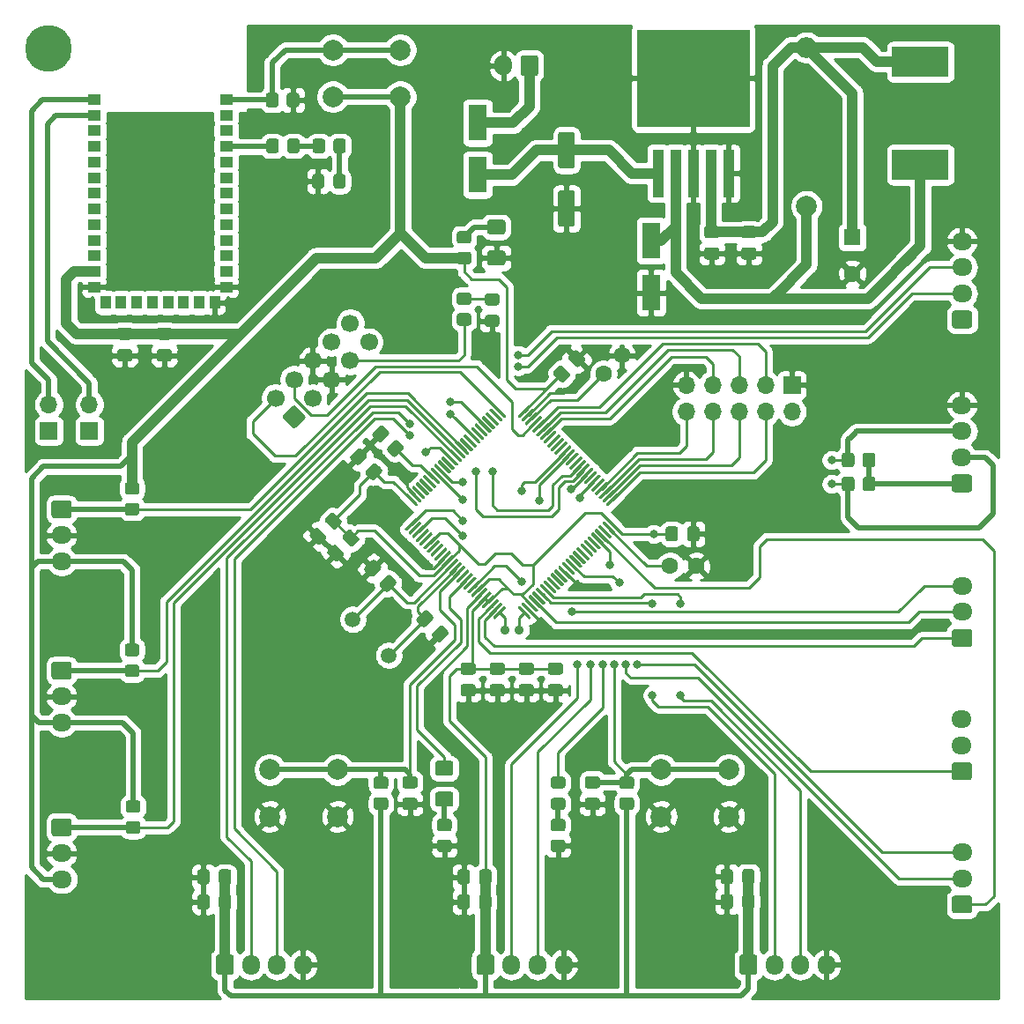
<source format=gbr>
%TF.GenerationSoftware,KiCad,Pcbnew,(5.1.10)-1*%
%TF.CreationDate,2021-10-14T00:36:54-03:00*%
%TF.ProjectId,3ARA_PCB,33415241-5f50-4434-922e-6b696361645f,rev?*%
%TF.SameCoordinates,Original*%
%TF.FileFunction,Copper,L1,Top*%
%TF.FilePolarity,Positive*%
%FSLAX46Y46*%
G04 Gerber Fmt 4.6, Leading zero omitted, Abs format (unit mm)*
G04 Created by KiCad (PCBNEW (5.1.10)-1) date 2021-10-14 00:36:54*
%MOMM*%
%LPD*%
G01*
G04 APERTURE LIST*
%TA.AperFunction,ComponentPad*%
%ADD10C,1.600000*%
%TD*%
%TA.AperFunction,ComponentPad*%
%ADD11O,2.000000X2.000000*%
%TD*%
%TA.AperFunction,ComponentPad*%
%ADD12C,2.000000*%
%TD*%
%TA.AperFunction,ComponentPad*%
%ADD13R,1.600000X1.600000*%
%TD*%
%TA.AperFunction,SMDPad,CuDef*%
%ADD14R,1.800000X3.500000*%
%TD*%
%TA.AperFunction,ComponentPad*%
%ADD15C,1.700000*%
%TD*%
%TA.AperFunction,ComponentPad*%
%ADD16O,1.950000X1.700000*%
%TD*%
%TA.AperFunction,SMDPad,CuDef*%
%ADD17R,5.400000X2.900000*%
%TD*%
%TA.AperFunction,ComponentPad*%
%ADD18O,1.700000X1.700000*%
%TD*%
%TA.AperFunction,ComponentPad*%
%ADD19R,1.700000X1.700000*%
%TD*%
%TA.AperFunction,ComponentPad*%
%ADD20O,1.700000X2.000000*%
%TD*%
%TA.AperFunction,ComponentPad*%
%ADD21O,1.700000X1.950000*%
%TD*%
%TA.AperFunction,SMDPad,CuDef*%
%ADD22R,1.000000X1.300000*%
%TD*%
%TA.AperFunction,SMDPad,CuDef*%
%ADD23R,1.300000X1.000000*%
%TD*%
%TA.AperFunction,SMDPad,CuDef*%
%ADD24R,1.100000X4.600000*%
%TD*%
%TA.AperFunction,SMDPad,CuDef*%
%ADD25R,10.800000X9.400000*%
%TD*%
%TA.AperFunction,ComponentPad*%
%ADD26C,1.500000*%
%TD*%
%TA.AperFunction,ViaPad*%
%ADD27C,4.500000*%
%TD*%
%TA.AperFunction,ViaPad*%
%ADD28C,0.800000*%
%TD*%
%TA.AperFunction,ViaPad*%
%ADD29C,0.900000*%
%TD*%
%TA.AperFunction,Conductor*%
%ADD30C,0.250000*%
%TD*%
%TA.AperFunction,Conductor*%
%ADD31C,1.000000*%
%TD*%
%TA.AperFunction,Conductor*%
%ADD32C,0.500000*%
%TD*%
%TA.AperFunction,Conductor*%
%ADD33C,0.254000*%
%TD*%
%TA.AperFunction,Conductor*%
%ADD34C,0.100000*%
%TD*%
G04 APERTURE END LIST*
D10*
%TO.P,C5,2*%
%TO.N,GND*%
X163067767Y-82432233D03*
%TO.P,C5,1*%
%TO.N,Net-(C5-Pad1)*%
X161300000Y-84200000D03*
%TD*%
%TO.P,C3,2*%
%TO.N,GND*%
X170200000Y-102680000D03*
%TO.P,C3,1*%
%TO.N,Net-(C3-Pad1)*%
X167700000Y-102680000D03*
%TD*%
D11*
%TO.P,L2,2*%
%TO.N,+3V3*%
X180800000Y-52860000D03*
D12*
%TO.P,L2,1*%
%TO.N,Net-(D4-Pad1)*%
X180800000Y-68100000D03*
%TD*%
D10*
%TO.P,C21,2*%
%TO.N,GND*%
X185200000Y-74600000D03*
D13*
%TO.P,C21,1*%
%TO.N,+3V3*%
X185200000Y-71100000D03*
%TD*%
%TO.P,D1,2*%
%TO.N,/PC1*%
%TA.AperFunction,SMDPad,CuDef*%
G36*
G01*
X146625000Y-122825000D02*
X145375000Y-122825000D01*
G75*
G02*
X145125000Y-122575000I0J250000D01*
G01*
X145125000Y-121650000D01*
G75*
G02*
X145375000Y-121400000I250000J0D01*
G01*
X146625000Y-121400000D01*
G75*
G02*
X146875000Y-121650000I0J-250000D01*
G01*
X146875000Y-122575000D01*
G75*
G02*
X146625000Y-122825000I-250000J0D01*
G01*
G37*
%TD.AperFunction*%
%TO.P,D1,1*%
%TO.N,Net-(D1-Pad1)*%
%TA.AperFunction,SMDPad,CuDef*%
G36*
G01*
X146625000Y-125800000D02*
X145375000Y-125800000D01*
G75*
G02*
X145125000Y-125550000I0J250000D01*
G01*
X145125000Y-124625000D01*
G75*
G02*
X145375000Y-124375000I250000J0D01*
G01*
X146625000Y-124375000D01*
G75*
G02*
X146875000Y-124625000I0J-250000D01*
G01*
X146875000Y-125550000D01*
G75*
G02*
X146625000Y-125800000I-250000J0D01*
G01*
G37*
%TD.AperFunction*%
%TD*%
%TO.P,D6,2*%
%TO.N,Net-(D6-Pad2)*%
%TA.AperFunction,SMDPad,CuDef*%
G36*
G01*
X151625000Y-70825000D02*
X150375000Y-70825000D01*
G75*
G02*
X150125000Y-70575000I0J250000D01*
G01*
X150125000Y-69650000D01*
G75*
G02*
X150375000Y-69400000I250000J0D01*
G01*
X151625000Y-69400000D01*
G75*
G02*
X151875000Y-69650000I0J-250000D01*
G01*
X151875000Y-70575000D01*
G75*
G02*
X151625000Y-70825000I-250000J0D01*
G01*
G37*
%TD.AperFunction*%
%TO.P,D6,1*%
%TO.N,GND*%
%TA.AperFunction,SMDPad,CuDef*%
G36*
G01*
X151625000Y-73800000D02*
X150375000Y-73800000D01*
G75*
G02*
X150125000Y-73550000I0J250000D01*
G01*
X150125000Y-72625000D01*
G75*
G02*
X150375000Y-72375000I250000J0D01*
G01*
X151625000Y-72375000D01*
G75*
G02*
X151875000Y-72625000I0J-250000D01*
G01*
X151875000Y-73550000D01*
G75*
G02*
X151625000Y-73800000I-250000J0D01*
G01*
G37*
%TD.AperFunction*%
%TD*%
%TO.P,R15,2*%
%TO.N,Net-(R15-Pad2)*%
%TA.AperFunction,SMDPad,CuDef*%
G36*
G01*
X140564644Y-91301042D02*
X141201042Y-90664644D01*
G75*
G02*
X141554594Y-90664644I176776J-176776D01*
G01*
X142049570Y-91159620D01*
G75*
G02*
X142049570Y-91513172I-176776J-176776D01*
G01*
X141413172Y-92149570D01*
G75*
G02*
X141059620Y-92149570I-176776J176776D01*
G01*
X140564644Y-91654594D01*
G75*
G02*
X140564644Y-91301042I176776J176776D01*
G01*
G37*
%TD.AperFunction*%
%TO.P,R15,1*%
%TO.N,GND*%
%TA.AperFunction,SMDPad,CuDef*%
G36*
G01*
X139150430Y-89886828D02*
X139786828Y-89250430D01*
G75*
G02*
X140140380Y-89250430I176776J-176776D01*
G01*
X140635356Y-89745406D01*
G75*
G02*
X140635356Y-90098958I-176776J-176776D01*
G01*
X139998958Y-90735356D01*
G75*
G02*
X139645406Y-90735356I-176776J176776D01*
G01*
X139150430Y-90240380D01*
G75*
G02*
X139150430Y-89886828I176776J176776D01*
G01*
G37*
%TD.AperFunction*%
%TD*%
%TO.P,C27,2*%
%TO.N,GND*%
%TA.AperFunction,SMDPad,CuDef*%
G36*
G01*
X173725000Y-132050000D02*
X173725000Y-133000000D01*
G75*
G02*
X173475000Y-133250000I-250000J0D01*
G01*
X172800000Y-133250000D01*
G75*
G02*
X172550000Y-133000000I0J250000D01*
G01*
X172550000Y-132050000D01*
G75*
G02*
X172800000Y-131800000I250000J0D01*
G01*
X173475000Y-131800000D01*
G75*
G02*
X173725000Y-132050000I0J-250000D01*
G01*
G37*
%TD.AperFunction*%
%TO.P,C27,1*%
%TO.N,+3V3*%
%TA.AperFunction,SMDPad,CuDef*%
G36*
G01*
X175800000Y-132050000D02*
X175800000Y-133000000D01*
G75*
G02*
X175550000Y-133250000I-250000J0D01*
G01*
X174875000Y-133250000D01*
G75*
G02*
X174625000Y-133000000I0J250000D01*
G01*
X174625000Y-132050000D01*
G75*
G02*
X174875000Y-131800000I250000J0D01*
G01*
X175550000Y-131800000D01*
G75*
G02*
X175800000Y-132050000I0J-250000D01*
G01*
G37*
%TD.AperFunction*%
%TD*%
%TO.P,C26,2*%
%TO.N,GND*%
%TA.AperFunction,SMDPad,CuDef*%
G36*
G01*
X173725000Y-134450000D02*
X173725000Y-135400000D01*
G75*
G02*
X173475000Y-135650000I-250000J0D01*
G01*
X172800000Y-135650000D01*
G75*
G02*
X172550000Y-135400000I0J250000D01*
G01*
X172550000Y-134450000D01*
G75*
G02*
X172800000Y-134200000I250000J0D01*
G01*
X173475000Y-134200000D01*
G75*
G02*
X173725000Y-134450000I0J-250000D01*
G01*
G37*
%TD.AperFunction*%
%TO.P,C26,1*%
%TO.N,+3V3*%
%TA.AperFunction,SMDPad,CuDef*%
G36*
G01*
X175800000Y-134450000D02*
X175800000Y-135400000D01*
G75*
G02*
X175550000Y-135650000I-250000J0D01*
G01*
X174875000Y-135650000D01*
G75*
G02*
X174625000Y-135400000I0J250000D01*
G01*
X174625000Y-134450000D01*
G75*
G02*
X174875000Y-134200000I250000J0D01*
G01*
X175550000Y-134200000D01*
G75*
G02*
X175800000Y-134450000I0J-250000D01*
G01*
G37*
%TD.AperFunction*%
%TD*%
%TO.P,C25,2*%
%TO.N,GND*%
%TA.AperFunction,SMDPad,CuDef*%
G36*
G01*
X148450000Y-134475000D02*
X148450000Y-135425000D01*
G75*
G02*
X148200000Y-135675000I-250000J0D01*
G01*
X147525000Y-135675000D01*
G75*
G02*
X147275000Y-135425000I0J250000D01*
G01*
X147275000Y-134475000D01*
G75*
G02*
X147525000Y-134225000I250000J0D01*
G01*
X148200000Y-134225000D01*
G75*
G02*
X148450000Y-134475000I0J-250000D01*
G01*
G37*
%TD.AperFunction*%
%TO.P,C25,1*%
%TO.N,+3V3*%
%TA.AperFunction,SMDPad,CuDef*%
G36*
G01*
X150525000Y-134475000D02*
X150525000Y-135425000D01*
G75*
G02*
X150275000Y-135675000I-250000J0D01*
G01*
X149600000Y-135675000D01*
G75*
G02*
X149350000Y-135425000I0J250000D01*
G01*
X149350000Y-134475000D01*
G75*
G02*
X149600000Y-134225000I250000J0D01*
G01*
X150275000Y-134225000D01*
G75*
G02*
X150525000Y-134475000I0J-250000D01*
G01*
G37*
%TD.AperFunction*%
%TD*%
%TO.P,C24,2*%
%TO.N,GND*%
%TA.AperFunction,SMDPad,CuDef*%
G36*
G01*
X148450000Y-132075000D02*
X148450000Y-133025000D01*
G75*
G02*
X148200000Y-133275000I-250000J0D01*
G01*
X147525000Y-133275000D01*
G75*
G02*
X147275000Y-133025000I0J250000D01*
G01*
X147275000Y-132075000D01*
G75*
G02*
X147525000Y-131825000I250000J0D01*
G01*
X148200000Y-131825000D01*
G75*
G02*
X148450000Y-132075000I0J-250000D01*
G01*
G37*
%TD.AperFunction*%
%TO.P,C24,1*%
%TO.N,+3V3*%
%TA.AperFunction,SMDPad,CuDef*%
G36*
G01*
X150525000Y-132075000D02*
X150525000Y-133025000D01*
G75*
G02*
X150275000Y-133275000I-250000J0D01*
G01*
X149600000Y-133275000D01*
G75*
G02*
X149350000Y-133025000I0J250000D01*
G01*
X149350000Y-132075000D01*
G75*
G02*
X149600000Y-131825000I250000J0D01*
G01*
X150275000Y-131825000D01*
G75*
G02*
X150525000Y-132075000I0J-250000D01*
G01*
G37*
%TD.AperFunction*%
%TD*%
%TO.P,C23,2*%
%TO.N,+3V3*%
%TA.AperFunction,SMDPad,CuDef*%
G36*
G01*
X124350000Y-135435000D02*
X124350000Y-134485000D01*
G75*
G02*
X124600000Y-134235000I250000J0D01*
G01*
X125275000Y-134235000D01*
G75*
G02*
X125525000Y-134485000I0J-250000D01*
G01*
X125525000Y-135435000D01*
G75*
G02*
X125275000Y-135685000I-250000J0D01*
G01*
X124600000Y-135685000D01*
G75*
G02*
X124350000Y-135435000I0J250000D01*
G01*
G37*
%TD.AperFunction*%
%TO.P,C23,1*%
%TO.N,GND*%
%TA.AperFunction,SMDPad,CuDef*%
G36*
G01*
X122275000Y-135435000D02*
X122275000Y-134485000D01*
G75*
G02*
X122525000Y-134235000I250000J0D01*
G01*
X123200000Y-134235000D01*
G75*
G02*
X123450000Y-134485000I0J-250000D01*
G01*
X123450000Y-135435000D01*
G75*
G02*
X123200000Y-135685000I-250000J0D01*
G01*
X122525000Y-135685000D01*
G75*
G02*
X122275000Y-135435000I0J250000D01*
G01*
G37*
%TD.AperFunction*%
%TD*%
%TO.P,C22,2*%
%TO.N,+3V3*%
%TA.AperFunction,SMDPad,CuDef*%
G36*
G01*
X124350000Y-133025000D02*
X124350000Y-132075000D01*
G75*
G02*
X124600000Y-131825000I250000J0D01*
G01*
X125275000Y-131825000D01*
G75*
G02*
X125525000Y-132075000I0J-250000D01*
G01*
X125525000Y-133025000D01*
G75*
G02*
X125275000Y-133275000I-250000J0D01*
G01*
X124600000Y-133275000D01*
G75*
G02*
X124350000Y-133025000I0J250000D01*
G01*
G37*
%TD.AperFunction*%
%TO.P,C22,1*%
%TO.N,GND*%
%TA.AperFunction,SMDPad,CuDef*%
G36*
G01*
X122275000Y-133025000D02*
X122275000Y-132075000D01*
G75*
G02*
X122525000Y-131825000I250000J0D01*
G01*
X123200000Y-131825000D01*
G75*
G02*
X123450000Y-132075000I0J-250000D01*
G01*
X123450000Y-133025000D01*
G75*
G02*
X123200000Y-133275000I-250000J0D01*
G01*
X122525000Y-133275000D01*
G75*
G02*
X122275000Y-133025000I0J250000D01*
G01*
G37*
%TD.AperFunction*%
%TD*%
%TO.P,C15,2*%
%TO.N,+3V3*%
%TA.AperFunction,SMDPad,CuDef*%
G36*
G01*
X119575000Y-80950000D02*
X118625000Y-80950000D01*
G75*
G02*
X118375000Y-80700000I0J250000D01*
G01*
X118375000Y-80025000D01*
G75*
G02*
X118625000Y-79775000I250000J0D01*
G01*
X119575000Y-79775000D01*
G75*
G02*
X119825000Y-80025000I0J-250000D01*
G01*
X119825000Y-80700000D01*
G75*
G02*
X119575000Y-80950000I-250000J0D01*
G01*
G37*
%TD.AperFunction*%
%TO.P,C15,1*%
%TO.N,GND*%
%TA.AperFunction,SMDPad,CuDef*%
G36*
G01*
X119575000Y-83025000D02*
X118625000Y-83025000D01*
G75*
G02*
X118375000Y-82775000I0J250000D01*
G01*
X118375000Y-82100000D01*
G75*
G02*
X118625000Y-81850000I250000J0D01*
G01*
X119575000Y-81850000D01*
G75*
G02*
X119825000Y-82100000I0J-250000D01*
G01*
X119825000Y-82775000D01*
G75*
G02*
X119575000Y-83025000I-250000J0D01*
G01*
G37*
%TD.AperFunction*%
%TD*%
%TO.P,C14,2*%
%TO.N,+3V3*%
%TA.AperFunction,SMDPad,CuDef*%
G36*
G01*
X115775000Y-80950000D02*
X114825000Y-80950000D01*
G75*
G02*
X114575000Y-80700000I0J250000D01*
G01*
X114575000Y-80025000D01*
G75*
G02*
X114825000Y-79775000I250000J0D01*
G01*
X115775000Y-79775000D01*
G75*
G02*
X116025000Y-80025000I0J-250000D01*
G01*
X116025000Y-80700000D01*
G75*
G02*
X115775000Y-80950000I-250000J0D01*
G01*
G37*
%TD.AperFunction*%
%TO.P,C14,1*%
%TO.N,GND*%
%TA.AperFunction,SMDPad,CuDef*%
G36*
G01*
X115775000Y-83025000D02*
X114825000Y-83025000D01*
G75*
G02*
X114575000Y-82775000I0J250000D01*
G01*
X114575000Y-82100000D01*
G75*
G02*
X114825000Y-81850000I250000J0D01*
G01*
X115775000Y-81850000D01*
G75*
G02*
X116025000Y-82100000I0J-250000D01*
G01*
X116025000Y-82775000D01*
G75*
G02*
X115775000Y-83025000I-250000J0D01*
G01*
G37*
%TD.AperFunction*%
%TD*%
D14*
%TO.P,D7,2*%
%TO.N,Net-(D7-Pad2)*%
X149200000Y-60100000D03*
%TO.P,D7,1*%
%TO.N,+12V*%
X149200000Y-65100000D03*
%TD*%
%TO.P,R14,2*%
%TO.N,Net-(D6-Pad2)*%
%TA.AperFunction,SMDPad,CuDef*%
G36*
G01*
X148350001Y-71700000D02*
X147449999Y-71700000D01*
G75*
G02*
X147200000Y-71450001I0J249999D01*
G01*
X147200000Y-70749999D01*
G75*
G02*
X147449999Y-70500000I249999J0D01*
G01*
X148350001Y-70500000D01*
G75*
G02*
X148600000Y-70749999I0J-249999D01*
G01*
X148600000Y-71450001D01*
G75*
G02*
X148350001Y-71700000I-249999J0D01*
G01*
G37*
%TD.AperFunction*%
%TO.P,R14,1*%
%TO.N,+3V3*%
%TA.AperFunction,SMDPad,CuDef*%
G36*
G01*
X148350001Y-73700000D02*
X147449999Y-73700000D01*
G75*
G02*
X147200000Y-73450001I0J249999D01*
G01*
X147200000Y-72749999D01*
G75*
G02*
X147449999Y-72500000I249999J0D01*
G01*
X148350001Y-72500000D01*
G75*
G02*
X148600000Y-72749999I0J-249999D01*
G01*
X148600000Y-73450001D01*
G75*
G02*
X148350001Y-73700000I-249999J0D01*
G01*
G37*
%TD.AperFunction*%
%TD*%
D15*
%TO.P,J1,10*%
%TO.N,N/C*%
X136960154Y-79375744D03*
%TO.P,J1,8*%
X135164102Y-81171795D03*
%TO.P,J1,6*%
%TO.N,GND*%
X133368051Y-82967846D03*
%TO.P,J1,4*%
%TO.N,/SWDIO*%
X131572000Y-84763898D03*
%TO.P,J1,2*%
%TO.N,/SWCLK*%
X129775949Y-86559949D03*
%TO.P,J1,9*%
%TO.N,N/C*%
X138756205Y-81171795D03*
%TO.P,J1,7*%
%TO.N,Net-(J1-Pad7)*%
X136960154Y-82967846D03*
%TO.P,J1,5*%
%TO.N,GND*%
X135164102Y-84763898D03*
%TO.P,J1,3*%
%TO.N,/SWO(SWIM)*%
X133368051Y-86559949D03*
%TO.P,J1,1*%
%TO.N,/NRST*%
%TA.AperFunction,ComponentPad*%
G36*
G01*
X132597305Y-88532777D02*
X131748777Y-89381305D01*
G75*
G02*
X131395223Y-89381305I-176777J176777D01*
G01*
X130546695Y-88532777D01*
G75*
G02*
X130546695Y-88179223I176777J176777D01*
G01*
X131395223Y-87330695D01*
G75*
G02*
X131748777Y-87330695I176777J-176777D01*
G01*
X132597305Y-88179223D01*
G75*
G02*
X132597305Y-88532777I-176777J-176777D01*
G01*
G37*
%TD.AperFunction*%
%TD*%
%TO.P,R1,2*%
%TO.N,Net-(J1-Pad7)*%
%TA.AperFunction,SMDPad,CuDef*%
G36*
G01*
X147449999Y-78400000D02*
X148350001Y-78400000D01*
G75*
G02*
X148600000Y-78649999I0J-249999D01*
G01*
X148600000Y-79350001D01*
G75*
G02*
X148350001Y-79600000I-249999J0D01*
G01*
X147449999Y-79600000D01*
G75*
G02*
X147200000Y-79350001I0J249999D01*
G01*
X147200000Y-78649999D01*
G75*
G02*
X147449999Y-78400000I249999J0D01*
G01*
G37*
%TD.AperFunction*%
%TO.P,R1,1*%
%TO.N,Net-(D5-Pad2)*%
%TA.AperFunction,SMDPad,CuDef*%
G36*
G01*
X147449999Y-76400000D02*
X148350001Y-76400000D01*
G75*
G02*
X148600000Y-76649999I0J-249999D01*
G01*
X148600000Y-77350001D01*
G75*
G02*
X148350001Y-77600000I-249999J0D01*
G01*
X147449999Y-77600000D01*
G75*
G02*
X147200000Y-77350001I0J249999D01*
G01*
X147200000Y-76649999D01*
G75*
G02*
X147449999Y-76400000I249999J0D01*
G01*
G37*
%TD.AperFunction*%
%TD*%
%TO.P,D5,2*%
%TO.N,Net-(D5-Pad2)*%
%TA.AperFunction,SMDPad,CuDef*%
G36*
G01*
X151050001Y-77650000D02*
X150149999Y-77650000D01*
G75*
G02*
X149900000Y-77400001I0J249999D01*
G01*
X149900000Y-76749999D01*
G75*
G02*
X150149999Y-76500000I249999J0D01*
G01*
X151050001Y-76500000D01*
G75*
G02*
X151300000Y-76749999I0J-249999D01*
G01*
X151300000Y-77400001D01*
G75*
G02*
X151050001Y-77650000I-249999J0D01*
G01*
G37*
%TD.AperFunction*%
%TO.P,D5,1*%
%TO.N,GND*%
%TA.AperFunction,SMDPad,CuDef*%
G36*
G01*
X151050001Y-79700000D02*
X150149999Y-79700000D01*
G75*
G02*
X149900000Y-79450001I0J249999D01*
G01*
X149900000Y-78799999D01*
G75*
G02*
X150149999Y-78550000I249999J0D01*
G01*
X151050001Y-78550000D01*
G75*
G02*
X151300000Y-78799999I0J-249999D01*
G01*
X151300000Y-79450001D01*
G75*
G02*
X151050001Y-79700000I-249999J0D01*
G01*
G37*
%TD.AperFunction*%
%TD*%
%TO.P,R13,2*%
%TO.N,/PB6_I2C1_SCL*%
%TA.AperFunction,SMDPad,CuDef*%
G36*
G01*
X185400000Y-92049999D02*
X185400000Y-92950001D01*
G75*
G02*
X185150001Y-93200000I-249999J0D01*
G01*
X184449999Y-93200000D01*
G75*
G02*
X184200000Y-92950001I0J249999D01*
G01*
X184200000Y-92049999D01*
G75*
G02*
X184449999Y-91800000I249999J0D01*
G01*
X185150001Y-91800000D01*
G75*
G02*
X185400000Y-92049999I0J-249999D01*
G01*
G37*
%TD.AperFunction*%
%TO.P,R13,1*%
%TO.N,+3V3*%
%TA.AperFunction,SMDPad,CuDef*%
G36*
G01*
X187400000Y-92049999D02*
X187400000Y-92950001D01*
G75*
G02*
X187150001Y-93200000I-249999J0D01*
G01*
X186449999Y-93200000D01*
G75*
G02*
X186200000Y-92950001I0J249999D01*
G01*
X186200000Y-92049999D01*
G75*
G02*
X186449999Y-91800000I249999J0D01*
G01*
X187150001Y-91800000D01*
G75*
G02*
X187400000Y-92049999I0J-249999D01*
G01*
G37*
%TD.AperFunction*%
%TD*%
%TO.P,R12,2*%
%TO.N,/PB7_I2C1_SDA*%
%TA.AperFunction,SMDPad,CuDef*%
G36*
G01*
X185400000Y-94349999D02*
X185400000Y-95250001D01*
G75*
G02*
X185150001Y-95500000I-249999J0D01*
G01*
X184449999Y-95500000D01*
G75*
G02*
X184200000Y-95250001I0J249999D01*
G01*
X184200000Y-94349999D01*
G75*
G02*
X184449999Y-94100000I249999J0D01*
G01*
X185150001Y-94100000D01*
G75*
G02*
X185400000Y-94349999I0J-249999D01*
G01*
G37*
%TD.AperFunction*%
%TO.P,R12,1*%
%TO.N,+3V3*%
%TA.AperFunction,SMDPad,CuDef*%
G36*
G01*
X187400000Y-94349999D02*
X187400000Y-95250001D01*
G75*
G02*
X187150001Y-95500000I-249999J0D01*
G01*
X186449999Y-95500000D01*
G75*
G02*
X186200000Y-95250001I0J249999D01*
G01*
X186200000Y-94349999D01*
G75*
G02*
X186449999Y-94100000I249999J0D01*
G01*
X187150001Y-94100000D01*
G75*
G02*
X187400000Y-94349999I0J-249999D01*
G01*
G37*
%TD.AperFunction*%
%TD*%
D16*
%TO.P,J7,3*%
%TO.N,+3V3*%
X109232000Y-132790000D03*
%TO.P,J7,2*%
%TO.N,GND*%
X109232000Y-130290000D03*
%TO.P,J7,1*%
%TO.N,/HALL_1*%
%TA.AperFunction,ComponentPad*%
G36*
G01*
X108507000Y-126940000D02*
X109957000Y-126940000D01*
G75*
G02*
X110207000Y-127190000I0J-250000D01*
G01*
X110207000Y-128390000D01*
G75*
G02*
X109957000Y-128640000I-250000J0D01*
G01*
X108507000Y-128640000D01*
G75*
G02*
X108257000Y-128390000I0J250000D01*
G01*
X108257000Y-127190000D01*
G75*
G02*
X108507000Y-126940000I250000J0D01*
G01*
G37*
%TD.AperFunction*%
%TD*%
%TO.P,J5,3*%
%TO.N,+3V3*%
X109232000Y-117726000D03*
%TO.P,J5,2*%
%TO.N,GND*%
X109232000Y-115226000D03*
%TO.P,J5,1*%
%TO.N,/HALL_2*%
%TA.AperFunction,ComponentPad*%
G36*
G01*
X108507000Y-111876000D02*
X109957000Y-111876000D01*
G75*
G02*
X110207000Y-112126000I0J-250000D01*
G01*
X110207000Y-113326000D01*
G75*
G02*
X109957000Y-113576000I-250000J0D01*
G01*
X108507000Y-113576000D01*
G75*
G02*
X108257000Y-113326000I0J250000D01*
G01*
X108257000Y-112126000D01*
G75*
G02*
X108507000Y-111876000I250000J0D01*
G01*
G37*
%TD.AperFunction*%
%TD*%
%TO.P,J3,3*%
%TO.N,+3V3*%
X109232000Y-102232000D03*
%TO.P,J3,2*%
%TO.N,GND*%
X109232000Y-99732000D03*
%TO.P,J3,1*%
%TO.N,/HALL_3*%
%TA.AperFunction,ComponentPad*%
G36*
G01*
X108507000Y-96382000D02*
X109957000Y-96382000D01*
G75*
G02*
X110207000Y-96632000I0J-250000D01*
G01*
X110207000Y-97832000D01*
G75*
G02*
X109957000Y-98082000I-250000J0D01*
G01*
X108507000Y-98082000D01*
G75*
G02*
X108257000Y-97832000I0J250000D01*
G01*
X108257000Y-96632000D01*
G75*
G02*
X108507000Y-96382000I250000J0D01*
G01*
G37*
%TD.AperFunction*%
%TD*%
D17*
%TO.P,L1,2*%
%TO.N,+3V3*%
X191742000Y-54232000D03*
%TO.P,L1,1*%
%TO.N,Net-(D4-Pad1)*%
X191742000Y-64132000D03*
%TD*%
D18*
%TO.P,J16,10*%
%TO.N,/PB15*%
X169240000Y-87840000D03*
%TO.P,J16,9*%
%TO.N,GND*%
X169240000Y-85300000D03*
%TO.P,J16,8*%
%TO.N,/PB14*%
X171780000Y-87840000D03*
%TO.P,J16,7*%
%TO.N,/PA10*%
X171780000Y-85300000D03*
%TO.P,J16,6*%
%TO.N,/PB13*%
X174320000Y-87840000D03*
%TO.P,J16,5*%
%TO.N,/PA11*%
X174320000Y-85300000D03*
%TO.P,J16,4*%
%TO.N,/PB12*%
X176860000Y-87840000D03*
%TO.P,J16,3*%
%TO.N,/PA12*%
X176860000Y-85300000D03*
%TO.P,J16,2*%
%TO.N,+3V3*%
X179400000Y-87840000D03*
D19*
%TO.P,J16,1*%
%TO.N,GND*%
X179400000Y-85300000D03*
%TD*%
D20*
%TO.P,J9,2*%
%TO.N,GND*%
X151678000Y-54600000D03*
%TO.P,J9,1*%
%TO.N,Net-(D7-Pad2)*%
%TA.AperFunction,ComponentPad*%
G36*
G01*
X155028000Y-53850000D02*
X155028000Y-55350000D01*
G75*
G02*
X154778000Y-55600000I-250000J0D01*
G01*
X153578000Y-55600000D01*
G75*
G02*
X153328000Y-55350000I0J250000D01*
G01*
X153328000Y-53850000D01*
G75*
G02*
X153578000Y-53600000I250000J0D01*
G01*
X154778000Y-53600000D01*
G75*
G02*
X155028000Y-53850000I0J-250000D01*
G01*
G37*
%TD.AperFunction*%
%TD*%
D16*
%TO.P,J15,4*%
%TO.N,GND*%
X195742000Y-71494000D03*
%TO.P,J15,3*%
%TO.N,/PC12_UART_5_Tx*%
X195742000Y-73994000D03*
%TO.P,J15,2*%
%TO.N,/PD2_UART_5_Rx*%
X195742000Y-76494000D03*
%TO.P,J15,1*%
%TO.N,+3V3*%
%TA.AperFunction,ComponentPad*%
G36*
G01*
X196467000Y-79844000D02*
X195017000Y-79844000D01*
G75*
G02*
X194767000Y-79594000I0J250000D01*
G01*
X194767000Y-78394000D01*
G75*
G02*
X195017000Y-78144000I250000J0D01*
G01*
X196467000Y-78144000D01*
G75*
G02*
X196717000Y-78394000I0J-250000D01*
G01*
X196717000Y-79594000D01*
G75*
G02*
X196467000Y-79844000I-250000J0D01*
G01*
G37*
%TD.AperFunction*%
%TD*%
%TO.P,J14,4*%
%TO.N,GND*%
X195728000Y-87242000D03*
%TO.P,J14,3*%
%TO.N,/PB6_I2C1_SCL*%
X195728000Y-89742000D03*
%TO.P,J14,2*%
%TO.N,/PB7_I2C1_SDA*%
X195728000Y-92242000D03*
%TO.P,J14,1*%
%TO.N,+3V3*%
%TA.AperFunction,ComponentPad*%
G36*
G01*
X196453000Y-95592000D02*
X195003000Y-95592000D01*
G75*
G02*
X194753000Y-95342000I0J250000D01*
G01*
X194753000Y-94142000D01*
G75*
G02*
X195003000Y-93892000I250000J0D01*
G01*
X196453000Y-93892000D01*
G75*
G02*
X196703000Y-94142000I0J-250000D01*
G01*
X196703000Y-95342000D01*
G75*
G02*
X196453000Y-95592000I-250000J0D01*
G01*
G37*
%TD.AperFunction*%
%TD*%
D21*
%TO.P,J11,4*%
%TO.N,GND*%
X182720000Y-140978000D03*
%TO.P,J11,3*%
%TO.N,/TIM3_CH2*%
X180220000Y-140978000D03*
%TO.P,J11,2*%
%TO.N,/TIM3_CH1*%
X177720000Y-140978000D03*
%TO.P,J11,1*%
%TO.N,+3V3*%
%TA.AperFunction,ComponentPad*%
G36*
G01*
X174370000Y-141703000D02*
X174370000Y-140253000D01*
G75*
G02*
X174620000Y-140003000I250000J0D01*
G01*
X175820000Y-140003000D01*
G75*
G02*
X176070000Y-140253000I0J-250000D01*
G01*
X176070000Y-141703000D01*
G75*
G02*
X175820000Y-141953000I-250000J0D01*
G01*
X174620000Y-141953000D01*
G75*
G02*
X174370000Y-141703000I0J250000D01*
G01*
G37*
%TD.AperFunction*%
%TD*%
%TO.P,J10,4*%
%TO.N,GND*%
X157460000Y-140978000D03*
%TO.P,J10,3*%
%TO.N,/TIM8_CH2*%
X154960000Y-140978000D03*
%TO.P,J10,2*%
%TO.N,/TIM8_CH1*%
X152460000Y-140978000D03*
%TO.P,J10,1*%
%TO.N,+3V3*%
%TA.AperFunction,ComponentPad*%
G36*
G01*
X149110000Y-141703000D02*
X149110000Y-140253000D01*
G75*
G02*
X149360000Y-140003000I250000J0D01*
G01*
X150560000Y-140003000D01*
G75*
G02*
X150810000Y-140253000I0J-250000D01*
G01*
X150810000Y-141703000D01*
G75*
G02*
X150560000Y-141953000I-250000J0D01*
G01*
X149360000Y-141953000D01*
G75*
G02*
X149110000Y-141703000I0J250000D01*
G01*
G37*
%TD.AperFunction*%
%TD*%
%TO.P,J8,4*%
%TO.N,GND*%
X132428000Y-140978000D03*
%TO.P,J8,3*%
%TO.N,/TIM4_CH2*%
X129928000Y-140978000D03*
%TO.P,J8,2*%
%TO.N,/TIM4_CH1*%
X127428000Y-140978000D03*
%TO.P,J8,1*%
%TO.N,+3V3*%
%TA.AperFunction,ComponentPad*%
G36*
G01*
X124078000Y-141703000D02*
X124078000Y-140253000D01*
G75*
G02*
X124328000Y-140003000I250000J0D01*
G01*
X125528000Y-140003000D01*
G75*
G02*
X125778000Y-140253000I0J-250000D01*
G01*
X125778000Y-141703000D01*
G75*
G02*
X125528000Y-141953000I-250000J0D01*
G01*
X124328000Y-141953000D01*
G75*
G02*
X124078000Y-141703000I0J250000D01*
G01*
G37*
%TD.AperFunction*%
%TD*%
D16*
%TO.P,J6,3*%
%TO.N,/MOTOR_3_L*%
X195742000Y-130200000D03*
%TO.P,J6,2*%
%TO.N,/MOTOR_3_R*%
X195742000Y-132700000D03*
%TO.P,J6,1*%
%TO.N,/MOTOR_3(PWM)*%
%TA.AperFunction,ComponentPad*%
G36*
G01*
X196467000Y-136050000D02*
X195017000Y-136050000D01*
G75*
G02*
X194767000Y-135800000I0J250000D01*
G01*
X194767000Y-134600000D01*
G75*
G02*
X195017000Y-134350000I250000J0D01*
G01*
X196467000Y-134350000D01*
G75*
G02*
X196717000Y-134600000I0J-250000D01*
G01*
X196717000Y-135800000D01*
G75*
G02*
X196467000Y-136050000I-250000J0D01*
G01*
G37*
%TD.AperFunction*%
%TD*%
%TO.P,J4,3*%
%TO.N,/MOTOR_2_L*%
X195720000Y-117400000D03*
%TO.P,J4,2*%
%TO.N,/MOTOR_2_R*%
X195720000Y-119900000D03*
%TO.P,J4,1*%
%TO.N,/MOTOR_2(PWM)*%
%TA.AperFunction,ComponentPad*%
G36*
G01*
X196445000Y-123250000D02*
X194995000Y-123250000D01*
G75*
G02*
X194745000Y-123000000I0J250000D01*
G01*
X194745000Y-121800000D01*
G75*
G02*
X194995000Y-121550000I250000J0D01*
G01*
X196445000Y-121550000D01*
G75*
G02*
X196695000Y-121800000I0J-250000D01*
G01*
X196695000Y-123000000D01*
G75*
G02*
X196445000Y-123250000I-250000J0D01*
G01*
G37*
%TD.AperFunction*%
%TD*%
%TO.P,J2,3*%
%TO.N,/MOTOR_1_L*%
X195742000Y-104600000D03*
%TO.P,J2,2*%
%TO.N,/MOTOR_1_R*%
X195742000Y-107100000D03*
%TO.P,J2,1*%
%TO.N,/MOTOR_1(PWM)*%
%TA.AperFunction,ComponentPad*%
G36*
G01*
X196467000Y-110450000D02*
X195017000Y-110450000D01*
G75*
G02*
X194767000Y-110200000I0J250000D01*
G01*
X194767000Y-109000000D01*
G75*
G02*
X195017000Y-108750000I250000J0D01*
G01*
X196467000Y-108750000D01*
G75*
G02*
X196717000Y-109000000I0J-250000D01*
G01*
X196717000Y-110200000D01*
G75*
G02*
X196467000Y-110450000I-250000J0D01*
G01*
G37*
%TD.AperFunction*%
%TD*%
%TO.P,C20,2*%
%TO.N,GND*%
%TA.AperFunction,SMDPad,CuDef*%
G36*
G01*
X157184000Y-66582000D02*
X158284000Y-66582000D01*
G75*
G02*
X158534000Y-66832000I0J-250000D01*
G01*
X158534000Y-69832000D01*
G75*
G02*
X158284000Y-70082000I-250000J0D01*
G01*
X157184000Y-70082000D01*
G75*
G02*
X156934000Y-69832000I0J250000D01*
G01*
X156934000Y-66832000D01*
G75*
G02*
X157184000Y-66582000I250000J0D01*
G01*
G37*
%TD.AperFunction*%
%TO.P,C20,1*%
%TO.N,+12V*%
%TA.AperFunction,SMDPad,CuDef*%
G36*
G01*
X157184000Y-60982000D02*
X158284000Y-60982000D01*
G75*
G02*
X158534000Y-61232000I0J-250000D01*
G01*
X158534000Y-64232000D01*
G75*
G02*
X158284000Y-64482000I-250000J0D01*
G01*
X157184000Y-64482000D01*
G75*
G02*
X156934000Y-64232000I0J250000D01*
G01*
X156934000Y-61232000D01*
G75*
G02*
X157184000Y-60982000I250000J0D01*
G01*
G37*
%TD.AperFunction*%
%TD*%
D18*
%TO.P,J13,2*%
%TO.N,/HC05_RX*%
X111900000Y-87160000D03*
D19*
%TO.P,J13,1*%
%TO.N,/PA2(Tx)*%
X111900000Y-89700000D03*
%TD*%
D18*
%TO.P,J12,2*%
%TO.N,/HC05_TX*%
X108000000Y-87160000D03*
D19*
%TO.P,J12,1*%
%TO.N,/PA3(Rx)*%
X108000000Y-89700000D03*
%TD*%
D14*
%TO.P,D4,2*%
%TO.N,GND*%
X165862000Y-76414000D03*
%TO.P,D4,1*%
%TO.N,Net-(D4-Pad1)*%
X165862000Y-71414000D03*
%TD*%
%TO.P,C1,2*%
%TO.N,GND*%
%TA.AperFunction,SMDPad,CuDef*%
G36*
G01*
X169350000Y-100075000D02*
X169350000Y-99125000D01*
G75*
G02*
X169600000Y-98875000I250000J0D01*
G01*
X170275000Y-98875000D01*
G75*
G02*
X170525000Y-99125000I0J-250000D01*
G01*
X170525000Y-100075000D01*
G75*
G02*
X170275000Y-100325000I-250000J0D01*
G01*
X169600000Y-100325000D01*
G75*
G02*
X169350000Y-100075000I0J250000D01*
G01*
G37*
%TD.AperFunction*%
%TO.P,C1,1*%
%TO.N,+3V3*%
%TA.AperFunction,SMDPad,CuDef*%
G36*
G01*
X167275000Y-100075000D02*
X167275000Y-99125000D01*
G75*
G02*
X167525000Y-98875000I250000J0D01*
G01*
X168200000Y-98875000D01*
G75*
G02*
X168450000Y-99125000I0J-250000D01*
G01*
X168450000Y-100075000D01*
G75*
G02*
X168200000Y-100325000I-250000J0D01*
G01*
X167525000Y-100325000D01*
G75*
G02*
X167275000Y-100075000I0J250000D01*
G01*
G37*
%TD.AperFunction*%
%TD*%
%TO.P,C2,1*%
%TO.N,+3V3*%
%TA.AperFunction,SMDPad,CuDef*%
G36*
G01*
X150615000Y-111957000D02*
X151565000Y-111957000D01*
G75*
G02*
X151815000Y-112207000I0J-250000D01*
G01*
X151815000Y-112882000D01*
G75*
G02*
X151565000Y-113132000I-250000J0D01*
G01*
X150615000Y-113132000D01*
G75*
G02*
X150365000Y-112882000I0J250000D01*
G01*
X150365000Y-112207000D01*
G75*
G02*
X150615000Y-111957000I250000J0D01*
G01*
G37*
%TD.AperFunction*%
%TO.P,C2,2*%
%TO.N,GND*%
%TA.AperFunction,SMDPad,CuDef*%
G36*
G01*
X150615000Y-114032000D02*
X151565000Y-114032000D01*
G75*
G02*
X151815000Y-114282000I0J-250000D01*
G01*
X151815000Y-114957000D01*
G75*
G02*
X151565000Y-115207000I-250000J0D01*
G01*
X150615000Y-115207000D01*
G75*
G02*
X150365000Y-114957000I0J250000D01*
G01*
X150365000Y-114282000D01*
G75*
G02*
X150615000Y-114032000I250000J0D01*
G01*
G37*
%TD.AperFunction*%
%TD*%
%TO.P,C4,2*%
%TO.N,GND*%
%TA.AperFunction,SMDPad,CuDef*%
G36*
G01*
X153409000Y-114032000D02*
X154359000Y-114032000D01*
G75*
G02*
X154609000Y-114282000I0J-250000D01*
G01*
X154609000Y-114957000D01*
G75*
G02*
X154359000Y-115207000I-250000J0D01*
G01*
X153409000Y-115207000D01*
G75*
G02*
X153159000Y-114957000I0J250000D01*
G01*
X153159000Y-114282000D01*
G75*
G02*
X153409000Y-114032000I250000J0D01*
G01*
G37*
%TD.AperFunction*%
%TO.P,C4,1*%
%TO.N,+3V3*%
%TA.AperFunction,SMDPad,CuDef*%
G36*
G01*
X153409000Y-111957000D02*
X154359000Y-111957000D01*
G75*
G02*
X154609000Y-112207000I0J-250000D01*
G01*
X154609000Y-112882000D01*
G75*
G02*
X154359000Y-113132000I-250000J0D01*
G01*
X153409000Y-113132000D01*
G75*
G02*
X153159000Y-112882000I0J250000D01*
G01*
X153159000Y-112207000D01*
G75*
G02*
X153409000Y-111957000I250000J0D01*
G01*
G37*
%TD.AperFunction*%
%TD*%
%TO.P,C6,2*%
%TO.N,GND*%
%TA.AperFunction,SMDPad,CuDef*%
G36*
G01*
X139867678Y-102975927D02*
X139195927Y-103647678D01*
G75*
G02*
X138842373Y-103647678I-176777J176777D01*
G01*
X138365076Y-103170381D01*
G75*
G02*
X138365076Y-102816827I176777J176777D01*
G01*
X139036827Y-102145076D01*
G75*
G02*
X139390381Y-102145076I176777J-176777D01*
G01*
X139867678Y-102622373D01*
G75*
G02*
X139867678Y-102975927I-176777J-176777D01*
G01*
G37*
%TD.AperFunction*%
%TO.P,C6,1*%
%TO.N,Net-(C6-Pad1)*%
%TA.AperFunction,SMDPad,CuDef*%
G36*
G01*
X141334924Y-104443173D02*
X140663173Y-105114924D01*
G75*
G02*
X140309619Y-105114924I-176777J176777D01*
G01*
X139832322Y-104637627D01*
G75*
G02*
X139832322Y-104284073I176777J176777D01*
G01*
X140504073Y-103612322D01*
G75*
G02*
X140857627Y-103612322I176777J-176777D01*
G01*
X141334924Y-104089619D01*
G75*
G02*
X141334924Y-104443173I-176777J-176777D01*
G01*
G37*
%TD.AperFunction*%
%TD*%
%TO.P,C7,2*%
%TO.N,GND*%
%TA.AperFunction,SMDPad,CuDef*%
G36*
G01*
X144852322Y-109134073D02*
X145524073Y-108462322D01*
G75*
G02*
X145877627Y-108462322I176777J-176777D01*
G01*
X146354924Y-108939619D01*
G75*
G02*
X146354924Y-109293173I-176777J-176777D01*
G01*
X145683173Y-109964924D01*
G75*
G02*
X145329619Y-109964924I-176777J176777D01*
G01*
X144852322Y-109487627D01*
G75*
G02*
X144852322Y-109134073I176777J176777D01*
G01*
G37*
%TD.AperFunction*%
%TO.P,C7,1*%
%TO.N,Net-(C7-Pad1)*%
%TA.AperFunction,SMDPad,CuDef*%
G36*
G01*
X143385076Y-107666827D02*
X144056827Y-106995076D01*
G75*
G02*
X144410381Y-106995076I176777J-176777D01*
G01*
X144887678Y-107472373D01*
G75*
G02*
X144887678Y-107825927I-176777J-176777D01*
G01*
X144215927Y-108497678D01*
G75*
G02*
X143862373Y-108497678I-176777J176777D01*
G01*
X143385076Y-108020381D01*
G75*
G02*
X143385076Y-107666827I176777J176777D01*
G01*
G37*
%TD.AperFunction*%
%TD*%
%TO.P,C8,1*%
%TO.N,+3V3*%
%TA.AperFunction,SMDPad,CuDef*%
G36*
G01*
X135413173Y-97615076D02*
X136084924Y-98286827D01*
G75*
G02*
X136084924Y-98640381I-176777J-176777D01*
G01*
X135607627Y-99117678D01*
G75*
G02*
X135254073Y-99117678I-176777J176777D01*
G01*
X134582322Y-98445927D01*
G75*
G02*
X134582322Y-98092373I176777J176777D01*
G01*
X135059619Y-97615076D01*
G75*
G02*
X135413173Y-97615076I176777J-176777D01*
G01*
G37*
%TD.AperFunction*%
%TO.P,C8,2*%
%TO.N,GND*%
%TA.AperFunction,SMDPad,CuDef*%
G36*
G01*
X133945927Y-99082322D02*
X134617678Y-99754073D01*
G75*
G02*
X134617678Y-100107627I-176777J-176777D01*
G01*
X134140381Y-100584924D01*
G75*
G02*
X133786827Y-100584924I-176777J176777D01*
G01*
X133115076Y-99913173D01*
G75*
G02*
X133115076Y-99559619I176777J176777D01*
G01*
X133592373Y-99082322D01*
G75*
G02*
X133945927Y-99082322I176777J-176777D01*
G01*
G37*
%TD.AperFunction*%
%TD*%
%TO.P,C9,2*%
%TO.N,GND*%
%TA.AperFunction,SMDPad,CuDef*%
G36*
G01*
X135645927Y-100712322D02*
X136317678Y-101384073D01*
G75*
G02*
X136317678Y-101737627I-176777J-176777D01*
G01*
X135840381Y-102214924D01*
G75*
G02*
X135486827Y-102214924I-176777J176777D01*
G01*
X134815076Y-101543173D01*
G75*
G02*
X134815076Y-101189619I176777J176777D01*
G01*
X135292373Y-100712322D01*
G75*
G02*
X135645927Y-100712322I176777J-176777D01*
G01*
G37*
%TD.AperFunction*%
%TO.P,C9,1*%
%TO.N,+3V3*%
%TA.AperFunction,SMDPad,CuDef*%
G36*
G01*
X137113173Y-99245076D02*
X137784924Y-99916827D01*
G75*
G02*
X137784924Y-100270381I-176777J-176777D01*
G01*
X137307627Y-100747678D01*
G75*
G02*
X136954073Y-100747678I-176777J176777D01*
G01*
X136282322Y-100075927D01*
G75*
G02*
X136282322Y-99722373I176777J176777D01*
G01*
X136759619Y-99245076D01*
G75*
G02*
X137113173Y-99245076I176777J-176777D01*
G01*
G37*
%TD.AperFunction*%
%TD*%
%TO.P,C10,1*%
%TO.N,+3V3*%
%TA.AperFunction,SMDPad,CuDef*%
G36*
G01*
X147821000Y-111957000D02*
X148771000Y-111957000D01*
G75*
G02*
X149021000Y-112207000I0J-250000D01*
G01*
X149021000Y-112882000D01*
G75*
G02*
X148771000Y-113132000I-250000J0D01*
G01*
X147821000Y-113132000D01*
G75*
G02*
X147571000Y-112882000I0J250000D01*
G01*
X147571000Y-112207000D01*
G75*
G02*
X147821000Y-111957000I250000J0D01*
G01*
G37*
%TD.AperFunction*%
%TO.P,C10,2*%
%TO.N,GND*%
%TA.AperFunction,SMDPad,CuDef*%
G36*
G01*
X147821000Y-114032000D02*
X148771000Y-114032000D01*
G75*
G02*
X149021000Y-114282000I0J-250000D01*
G01*
X149021000Y-114957000D01*
G75*
G02*
X148771000Y-115207000I-250000J0D01*
G01*
X147821000Y-115207000D01*
G75*
G02*
X147571000Y-114957000I0J250000D01*
G01*
X147571000Y-114282000D01*
G75*
G02*
X147821000Y-114032000I250000J0D01*
G01*
G37*
%TD.AperFunction*%
%TD*%
%TO.P,C11,2*%
%TO.N,GND*%
%TA.AperFunction,SMDPad,CuDef*%
G36*
G01*
X138517678Y-92245927D02*
X137845927Y-92917678D01*
G75*
G02*
X137492373Y-92917678I-176777J176777D01*
G01*
X137015076Y-92440381D01*
G75*
G02*
X137015076Y-92086827I176777J176777D01*
G01*
X137686827Y-91415076D01*
G75*
G02*
X138040381Y-91415076I176777J-176777D01*
G01*
X138517678Y-91892373D01*
G75*
G02*
X138517678Y-92245927I-176777J-176777D01*
G01*
G37*
%TD.AperFunction*%
%TO.P,C11,1*%
%TO.N,+3V3*%
%TA.AperFunction,SMDPad,CuDef*%
G36*
G01*
X139984924Y-93713173D02*
X139313173Y-94384924D01*
G75*
G02*
X138959619Y-94384924I-176777J176777D01*
G01*
X138482322Y-93907627D01*
G75*
G02*
X138482322Y-93554073I176777J176777D01*
G01*
X139154073Y-92882322D01*
G75*
G02*
X139507627Y-92882322I176777J-176777D01*
G01*
X139984924Y-93359619D01*
G75*
G02*
X139984924Y-93713173I-176777J-176777D01*
G01*
G37*
%TD.AperFunction*%
%TD*%
%TO.P,C12,1*%
%TO.N,GND*%
%TA.AperFunction,SMDPad,CuDef*%
G36*
G01*
X157153000Y-115207000D02*
X156203000Y-115207000D01*
G75*
G02*
X155953000Y-114957000I0J250000D01*
G01*
X155953000Y-114282000D01*
G75*
G02*
X156203000Y-114032000I250000J0D01*
G01*
X157153000Y-114032000D01*
G75*
G02*
X157403000Y-114282000I0J-250000D01*
G01*
X157403000Y-114957000D01*
G75*
G02*
X157153000Y-115207000I-250000J0D01*
G01*
G37*
%TD.AperFunction*%
%TO.P,C12,2*%
%TO.N,+3V3*%
%TA.AperFunction,SMDPad,CuDef*%
G36*
G01*
X157153000Y-113132000D02*
X156203000Y-113132000D01*
G75*
G02*
X155953000Y-112882000I0J250000D01*
G01*
X155953000Y-112207000D01*
G75*
G02*
X156203000Y-111957000I250000J0D01*
G01*
X157153000Y-111957000D01*
G75*
G02*
X157403000Y-112207000I0J-250000D01*
G01*
X157403000Y-112882000D01*
G75*
G02*
X157153000Y-113132000I-250000J0D01*
G01*
G37*
%TD.AperFunction*%
%TD*%
%TO.P,C13,1*%
%TO.N,+3V3*%
%TA.AperFunction,SMDPad,CuDef*%
G36*
G01*
X157186827Y-84984924D02*
X156515076Y-84313173D01*
G75*
G02*
X156515076Y-83959619I176777J176777D01*
G01*
X156992373Y-83482322D01*
G75*
G02*
X157345927Y-83482322I176777J-176777D01*
G01*
X158017678Y-84154073D01*
G75*
G02*
X158017678Y-84507627I-176777J-176777D01*
G01*
X157540381Y-84984924D01*
G75*
G02*
X157186827Y-84984924I-176777J176777D01*
G01*
G37*
%TD.AperFunction*%
%TO.P,C13,2*%
%TO.N,GND*%
%TA.AperFunction,SMDPad,CuDef*%
G36*
G01*
X158654073Y-83517678D02*
X157982322Y-82845927D01*
G75*
G02*
X157982322Y-82492373I176777J176777D01*
G01*
X158459619Y-82015076D01*
G75*
G02*
X158813173Y-82015076I176777J-176777D01*
G01*
X159484924Y-82686827D01*
G75*
G02*
X159484924Y-83040381I-176777J-176777D01*
G01*
X159007627Y-83517678D01*
G75*
G02*
X158654073Y-83517678I-176777J176777D01*
G01*
G37*
%TD.AperFunction*%
%TD*%
%TO.P,C16,1*%
%TO.N,GND*%
%TA.AperFunction,SMDPad,CuDef*%
G36*
G01*
X172179000Y-73253000D02*
X171229000Y-73253000D01*
G75*
G02*
X170979000Y-73003000I0J250000D01*
G01*
X170979000Y-72328000D01*
G75*
G02*
X171229000Y-72078000I250000J0D01*
G01*
X172179000Y-72078000D01*
G75*
G02*
X172429000Y-72328000I0J-250000D01*
G01*
X172429000Y-73003000D01*
G75*
G02*
X172179000Y-73253000I-250000J0D01*
G01*
G37*
%TD.AperFunction*%
%TO.P,C16,2*%
%TO.N,+3V3*%
%TA.AperFunction,SMDPad,CuDef*%
G36*
G01*
X172179000Y-71178000D02*
X171229000Y-71178000D01*
G75*
G02*
X170979000Y-70928000I0J250000D01*
G01*
X170979000Y-70253000D01*
G75*
G02*
X171229000Y-70003000I250000J0D01*
G01*
X172179000Y-70003000D01*
G75*
G02*
X172429000Y-70253000I0J-250000D01*
G01*
X172429000Y-70928000D01*
G75*
G02*
X172179000Y-71178000I-250000J0D01*
G01*
G37*
%TD.AperFunction*%
%TD*%
%TO.P,C17,2*%
%TO.N,+3V3*%
%TA.AperFunction,SMDPad,CuDef*%
G36*
G01*
X175735000Y-71178000D02*
X174785000Y-71178000D01*
G75*
G02*
X174535000Y-70928000I0J250000D01*
G01*
X174535000Y-70253000D01*
G75*
G02*
X174785000Y-70003000I250000J0D01*
G01*
X175735000Y-70003000D01*
G75*
G02*
X175985000Y-70253000I0J-250000D01*
G01*
X175985000Y-70928000D01*
G75*
G02*
X175735000Y-71178000I-250000J0D01*
G01*
G37*
%TD.AperFunction*%
%TO.P,C17,1*%
%TO.N,GND*%
%TA.AperFunction,SMDPad,CuDef*%
G36*
G01*
X175735000Y-73253000D02*
X174785000Y-73253000D01*
G75*
G02*
X174535000Y-73003000I0J250000D01*
G01*
X174535000Y-72328000D01*
G75*
G02*
X174785000Y-72078000I250000J0D01*
G01*
X175735000Y-72078000D01*
G75*
G02*
X175985000Y-72328000I0J-250000D01*
G01*
X175985000Y-73003000D01*
G75*
G02*
X175735000Y-73253000I-250000J0D01*
G01*
G37*
%TD.AperFunction*%
%TD*%
%TO.P,C18,1*%
%TO.N,GND*%
%TA.AperFunction,SMDPad,CuDef*%
G36*
G01*
X143183000Y-126129000D02*
X142233000Y-126129000D01*
G75*
G02*
X141983000Y-125879000I0J250000D01*
G01*
X141983000Y-125204000D01*
G75*
G02*
X142233000Y-124954000I250000J0D01*
G01*
X143183000Y-124954000D01*
G75*
G02*
X143433000Y-125204000I0J-250000D01*
G01*
X143433000Y-125879000D01*
G75*
G02*
X143183000Y-126129000I-250000J0D01*
G01*
G37*
%TD.AperFunction*%
%TO.P,C18,2*%
%TO.N,/NRST*%
%TA.AperFunction,SMDPad,CuDef*%
G36*
G01*
X143183000Y-124054000D02*
X142233000Y-124054000D01*
G75*
G02*
X141983000Y-123804000I0J250000D01*
G01*
X141983000Y-123129000D01*
G75*
G02*
X142233000Y-122879000I250000J0D01*
G01*
X143183000Y-122879000D01*
G75*
G02*
X143433000Y-123129000I0J-250000D01*
G01*
X143433000Y-123804000D01*
G75*
G02*
X143183000Y-124054000I-250000J0D01*
G01*
G37*
%TD.AperFunction*%
%TD*%
%TO.P,C19,1*%
%TO.N,GND*%
%TA.AperFunction,SMDPad,CuDef*%
G36*
G01*
X160709000Y-126129000D02*
X159759000Y-126129000D01*
G75*
G02*
X159509000Y-125879000I0J250000D01*
G01*
X159509000Y-125204000D01*
G75*
G02*
X159759000Y-124954000I250000J0D01*
G01*
X160709000Y-124954000D01*
G75*
G02*
X160959000Y-125204000I0J-250000D01*
G01*
X160959000Y-125879000D01*
G75*
G02*
X160709000Y-126129000I-250000J0D01*
G01*
G37*
%TD.AperFunction*%
%TO.P,C19,2*%
%TO.N,/PE8*%
%TA.AperFunction,SMDPad,CuDef*%
G36*
G01*
X160709000Y-124054000D02*
X159759000Y-124054000D01*
G75*
G02*
X159509000Y-123804000I0J250000D01*
G01*
X159509000Y-123129000D01*
G75*
G02*
X159759000Y-122879000I250000J0D01*
G01*
X160709000Y-122879000D01*
G75*
G02*
X160959000Y-123129000I0J-250000D01*
G01*
X160959000Y-123804000D01*
G75*
G02*
X160709000Y-124054000I-250000J0D01*
G01*
G37*
%TD.AperFunction*%
%TD*%
%TO.P,D2,2*%
%TO.N,/PE15*%
%TA.AperFunction,SMDPad,CuDef*%
G36*
G01*
X157382001Y-124054000D02*
X156481999Y-124054000D01*
G75*
G02*
X156232000Y-123804001I0J249999D01*
G01*
X156232000Y-123153999D01*
G75*
G02*
X156481999Y-122904000I249999J0D01*
G01*
X157382001Y-122904000D01*
G75*
G02*
X157632000Y-123153999I0J-249999D01*
G01*
X157632000Y-123804001D01*
G75*
G02*
X157382001Y-124054000I-249999J0D01*
G01*
G37*
%TD.AperFunction*%
%TO.P,D2,1*%
%TO.N,Net-(D2-Pad1)*%
%TA.AperFunction,SMDPad,CuDef*%
G36*
G01*
X157382001Y-126104000D02*
X156481999Y-126104000D01*
G75*
G02*
X156232000Y-125854001I0J249999D01*
G01*
X156232000Y-125203999D01*
G75*
G02*
X156481999Y-124954000I249999J0D01*
G01*
X157382001Y-124954000D01*
G75*
G02*
X157632000Y-125203999I0J-249999D01*
G01*
X157632000Y-125854001D01*
G75*
G02*
X157382001Y-126104000I-249999J0D01*
G01*
G37*
%TD.AperFunction*%
%TD*%
%TO.P,D3,1*%
%TO.N,GND*%
%TA.AperFunction,SMDPad,CuDef*%
G36*
G01*
X133304000Y-66168001D02*
X133304000Y-65267999D01*
G75*
G02*
X133553999Y-65018000I249999J0D01*
G01*
X134204001Y-65018000D01*
G75*
G02*
X134454000Y-65267999I0J-249999D01*
G01*
X134454000Y-66168001D01*
G75*
G02*
X134204001Y-66418000I-249999J0D01*
G01*
X133553999Y-66418000D01*
G75*
G02*
X133304000Y-66168001I0J249999D01*
G01*
G37*
%TD.AperFunction*%
%TO.P,D3,2*%
%TO.N,Net-(D3-Pad2)*%
%TA.AperFunction,SMDPad,CuDef*%
G36*
G01*
X135354000Y-66168001D02*
X135354000Y-65267999D01*
G75*
G02*
X135603999Y-65018000I249999J0D01*
G01*
X136254001Y-65018000D01*
G75*
G02*
X136504000Y-65267999I0J-249999D01*
G01*
X136504000Y-66168001D01*
G75*
G02*
X136254001Y-66418000I-249999J0D01*
G01*
X135603999Y-66418000D01*
G75*
G02*
X135354000Y-66168001I0J249999D01*
G01*
G37*
%TD.AperFunction*%
%TD*%
%TO.P,R2,2*%
%TO.N,+3V3*%
%TA.AperFunction,SMDPad,CuDef*%
G36*
G01*
X139463999Y-124904000D02*
X140364001Y-124904000D01*
G75*
G02*
X140614000Y-125153999I0J-249999D01*
G01*
X140614000Y-125854001D01*
G75*
G02*
X140364001Y-126104000I-249999J0D01*
G01*
X139463999Y-126104000D01*
G75*
G02*
X139214000Y-125854001I0J249999D01*
G01*
X139214000Y-125153999D01*
G75*
G02*
X139463999Y-124904000I249999J0D01*
G01*
G37*
%TD.AperFunction*%
%TO.P,R2,1*%
%TO.N,/NRST*%
%TA.AperFunction,SMDPad,CuDef*%
G36*
G01*
X139463999Y-122904000D02*
X140364001Y-122904000D01*
G75*
G02*
X140614000Y-123153999I0J-249999D01*
G01*
X140614000Y-123854001D01*
G75*
G02*
X140364001Y-124104000I-249999J0D01*
G01*
X139463999Y-124104000D01*
G75*
G02*
X139214000Y-123854001I0J249999D01*
G01*
X139214000Y-123153999D01*
G75*
G02*
X139463999Y-122904000I249999J0D01*
G01*
G37*
%TD.AperFunction*%
%TD*%
%TO.P,R3,2*%
%TO.N,+3V3*%
%TA.AperFunction,SMDPad,CuDef*%
G36*
G01*
X163085999Y-124904000D02*
X163986001Y-124904000D01*
G75*
G02*
X164236000Y-125153999I0J-249999D01*
G01*
X164236000Y-125854001D01*
G75*
G02*
X163986001Y-126104000I-249999J0D01*
G01*
X163085999Y-126104000D01*
G75*
G02*
X162836000Y-125854001I0J249999D01*
G01*
X162836000Y-125153999D01*
G75*
G02*
X163085999Y-124904000I249999J0D01*
G01*
G37*
%TD.AperFunction*%
%TO.P,R3,1*%
%TO.N,/PE8*%
%TA.AperFunction,SMDPad,CuDef*%
G36*
G01*
X163085999Y-122904000D02*
X163986001Y-122904000D01*
G75*
G02*
X164236000Y-123153999I0J-249999D01*
G01*
X164236000Y-123854001D01*
G75*
G02*
X163986001Y-124104000I-249999J0D01*
G01*
X163085999Y-124104000D01*
G75*
G02*
X162836000Y-123854001I0J249999D01*
G01*
X162836000Y-123153999D01*
G75*
G02*
X163085999Y-122904000I249999J0D01*
G01*
G37*
%TD.AperFunction*%
%TD*%
%TO.P,R4,2*%
%TO.N,Net-(D1-Pad1)*%
%TA.AperFunction,SMDPad,CuDef*%
G36*
G01*
X146460001Y-128168000D02*
X145559999Y-128168000D01*
G75*
G02*
X145310000Y-127918001I0J249999D01*
G01*
X145310000Y-127217999D01*
G75*
G02*
X145559999Y-126968000I249999J0D01*
G01*
X146460001Y-126968000D01*
G75*
G02*
X146710000Y-127217999I0J-249999D01*
G01*
X146710000Y-127918001D01*
G75*
G02*
X146460001Y-128168000I-249999J0D01*
G01*
G37*
%TD.AperFunction*%
%TO.P,R4,1*%
%TO.N,GND*%
%TA.AperFunction,SMDPad,CuDef*%
G36*
G01*
X146460001Y-130168000D02*
X145559999Y-130168000D01*
G75*
G02*
X145310000Y-129918001I0J249999D01*
G01*
X145310000Y-129217999D01*
G75*
G02*
X145559999Y-128968000I249999J0D01*
G01*
X146460001Y-128968000D01*
G75*
G02*
X146710000Y-129217999I0J-249999D01*
G01*
X146710000Y-129918001D01*
G75*
G02*
X146460001Y-130168000I-249999J0D01*
G01*
G37*
%TD.AperFunction*%
%TD*%
%TO.P,R5,1*%
%TO.N,GND*%
%TA.AperFunction,SMDPad,CuDef*%
G36*
G01*
X157382001Y-130168000D02*
X156481999Y-130168000D01*
G75*
G02*
X156232000Y-129918001I0J249999D01*
G01*
X156232000Y-129217999D01*
G75*
G02*
X156481999Y-128968000I249999J0D01*
G01*
X157382001Y-128968000D01*
G75*
G02*
X157632000Y-129217999I0J-249999D01*
G01*
X157632000Y-129918001D01*
G75*
G02*
X157382001Y-130168000I-249999J0D01*
G01*
G37*
%TD.AperFunction*%
%TO.P,R5,2*%
%TO.N,Net-(D2-Pad1)*%
%TA.AperFunction,SMDPad,CuDef*%
G36*
G01*
X157382001Y-128168000D02*
X156481999Y-128168000D01*
G75*
G02*
X156232000Y-127918001I0J249999D01*
G01*
X156232000Y-127217999D01*
G75*
G02*
X156481999Y-126968000I249999J0D01*
G01*
X157382001Y-126968000D01*
G75*
G02*
X157632000Y-127217999I0J-249999D01*
G01*
X157632000Y-127918001D01*
G75*
G02*
X157382001Y-128168000I-249999J0D01*
G01*
G37*
%TD.AperFunction*%
%TD*%
%TO.P,R6,1*%
%TO.N,Net-(R6-Pad1)*%
%TA.AperFunction,SMDPad,CuDef*%
G36*
G01*
X128904000Y-62768001D02*
X128904000Y-61867999D01*
G75*
G02*
X129153999Y-61618000I249999J0D01*
G01*
X129854001Y-61618000D01*
G75*
G02*
X130104000Y-61867999I0J-249999D01*
G01*
X130104000Y-62768001D01*
G75*
G02*
X129854001Y-63018000I-249999J0D01*
G01*
X129153999Y-63018000D01*
G75*
G02*
X128904000Y-62768001I0J249999D01*
G01*
G37*
%TD.AperFunction*%
%TO.P,R6,2*%
%TO.N,Net-(R11-Pad1)*%
%TA.AperFunction,SMDPad,CuDef*%
G36*
G01*
X130904000Y-62768001D02*
X130904000Y-61867999D01*
G75*
G02*
X131153999Y-61618000I249999J0D01*
G01*
X131854001Y-61618000D01*
G75*
G02*
X132104000Y-61867999I0J-249999D01*
G01*
X132104000Y-62768001D01*
G75*
G02*
X131854001Y-63018000I-249999J0D01*
G01*
X131153999Y-63018000D01*
G75*
G02*
X130904000Y-62768001I0J249999D01*
G01*
G37*
%TD.AperFunction*%
%TD*%
%TO.P,R7,1*%
%TO.N,Net-(R7-Pad1)*%
%TA.AperFunction,SMDPad,CuDef*%
G36*
G01*
X128860000Y-58362001D02*
X128860000Y-57461999D01*
G75*
G02*
X129109999Y-57212000I249999J0D01*
G01*
X129810001Y-57212000D01*
G75*
G02*
X130060000Y-57461999I0J-249999D01*
G01*
X130060000Y-58362001D01*
G75*
G02*
X129810001Y-58612000I-249999J0D01*
G01*
X129109999Y-58612000D01*
G75*
G02*
X128860000Y-58362001I0J249999D01*
G01*
G37*
%TD.AperFunction*%
%TO.P,R7,2*%
%TO.N,GND*%
%TA.AperFunction,SMDPad,CuDef*%
G36*
G01*
X130860000Y-58362001D02*
X130860000Y-57461999D01*
G75*
G02*
X131109999Y-57212000I249999J0D01*
G01*
X131810001Y-57212000D01*
G75*
G02*
X132060000Y-57461999I0J-249999D01*
G01*
X132060000Y-58362001D01*
G75*
G02*
X131810001Y-58612000I-249999J0D01*
G01*
X131109999Y-58612000D01*
G75*
G02*
X130860000Y-58362001I0J249999D01*
G01*
G37*
%TD.AperFunction*%
%TD*%
%TO.P,R8,2*%
%TO.N,+3V3*%
%TA.AperFunction,SMDPad,CuDef*%
G36*
G01*
X116450001Y-95825000D02*
X115549999Y-95825000D01*
G75*
G02*
X115300000Y-95575001I0J249999D01*
G01*
X115300000Y-94874999D01*
G75*
G02*
X115549999Y-94625000I249999J0D01*
G01*
X116450001Y-94625000D01*
G75*
G02*
X116700000Y-94874999I0J-249999D01*
G01*
X116700000Y-95575001D01*
G75*
G02*
X116450001Y-95825000I-249999J0D01*
G01*
G37*
%TD.AperFunction*%
%TO.P,R8,1*%
%TO.N,/HALL_3*%
%TA.AperFunction,SMDPad,CuDef*%
G36*
G01*
X116450001Y-97825000D02*
X115549999Y-97825000D01*
G75*
G02*
X115300000Y-97575001I0J249999D01*
G01*
X115300000Y-96874999D01*
G75*
G02*
X115549999Y-96625000I249999J0D01*
G01*
X116450001Y-96625000D01*
G75*
G02*
X116700000Y-96874999I0J-249999D01*
G01*
X116700000Y-97575001D01*
G75*
G02*
X116450001Y-97825000I-249999J0D01*
G01*
G37*
%TD.AperFunction*%
%TD*%
%TO.P,R9,1*%
%TO.N,/HALL_2*%
%TA.AperFunction,SMDPad,CuDef*%
G36*
G01*
X116450001Y-113350000D02*
X115549999Y-113350000D01*
G75*
G02*
X115300000Y-113100001I0J249999D01*
G01*
X115300000Y-112399999D01*
G75*
G02*
X115549999Y-112150000I249999J0D01*
G01*
X116450001Y-112150000D01*
G75*
G02*
X116700000Y-112399999I0J-249999D01*
G01*
X116700000Y-113100001D01*
G75*
G02*
X116450001Y-113350000I-249999J0D01*
G01*
G37*
%TD.AperFunction*%
%TO.P,R9,2*%
%TO.N,+3V3*%
%TA.AperFunction,SMDPad,CuDef*%
G36*
G01*
X116450001Y-111350000D02*
X115549999Y-111350000D01*
G75*
G02*
X115300000Y-111100001I0J249999D01*
G01*
X115300000Y-110399999D01*
G75*
G02*
X115549999Y-110150000I249999J0D01*
G01*
X116450001Y-110150000D01*
G75*
G02*
X116700000Y-110399999I0J-249999D01*
G01*
X116700000Y-111100001D01*
G75*
G02*
X116450001Y-111350000I-249999J0D01*
G01*
G37*
%TD.AperFunction*%
%TD*%
%TO.P,R10,2*%
%TO.N,+3V3*%
%TA.AperFunction,SMDPad,CuDef*%
G36*
G01*
X116550001Y-126400000D02*
X115649999Y-126400000D01*
G75*
G02*
X115400000Y-126150001I0J249999D01*
G01*
X115400000Y-125449999D01*
G75*
G02*
X115649999Y-125200000I249999J0D01*
G01*
X116550001Y-125200000D01*
G75*
G02*
X116800000Y-125449999I0J-249999D01*
G01*
X116800000Y-126150001D01*
G75*
G02*
X116550001Y-126400000I-249999J0D01*
G01*
G37*
%TD.AperFunction*%
%TO.P,R10,1*%
%TO.N,/HALL_1*%
%TA.AperFunction,SMDPad,CuDef*%
G36*
G01*
X116550001Y-128400000D02*
X115649999Y-128400000D01*
G75*
G02*
X115400000Y-128150001I0J249999D01*
G01*
X115400000Y-127449999D01*
G75*
G02*
X115649999Y-127200000I249999J0D01*
G01*
X116550001Y-127200000D01*
G75*
G02*
X116800000Y-127449999I0J-249999D01*
G01*
X116800000Y-128150001D01*
G75*
G02*
X116550001Y-128400000I-249999J0D01*
G01*
G37*
%TD.AperFunction*%
%TD*%
%TO.P,R11,1*%
%TO.N,Net-(R11-Pad1)*%
%TA.AperFunction,SMDPad,CuDef*%
G36*
G01*
X133344000Y-62768001D02*
X133344000Y-61867999D01*
G75*
G02*
X133593999Y-61618000I249999J0D01*
G01*
X134294001Y-61618000D01*
G75*
G02*
X134544000Y-61867999I0J-249999D01*
G01*
X134544000Y-62768001D01*
G75*
G02*
X134294001Y-63018000I-249999J0D01*
G01*
X133593999Y-63018000D01*
G75*
G02*
X133344000Y-62768001I0J249999D01*
G01*
G37*
%TD.AperFunction*%
%TO.P,R11,2*%
%TO.N,Net-(D3-Pad2)*%
%TA.AperFunction,SMDPad,CuDef*%
G36*
G01*
X135344000Y-62768001D02*
X135344000Y-61867999D01*
G75*
G02*
X135593999Y-61618000I249999J0D01*
G01*
X136294001Y-61618000D01*
G75*
G02*
X136544000Y-61867999I0J-249999D01*
G01*
X136544000Y-62768001D01*
G75*
G02*
X136294001Y-63018000I-249999J0D01*
G01*
X135593999Y-63018000D01*
G75*
G02*
X135344000Y-62768001I0J249999D01*
G01*
G37*
%TD.AperFunction*%
%TD*%
D12*
%TO.P,SW1,2*%
%TO.N,GND*%
X129246000Y-126750000D03*
%TO.P,SW1,1*%
%TO.N,/NRST*%
X129246000Y-122250000D03*
%TO.P,SW1,2*%
%TO.N,GND*%
X135746000Y-126750000D03*
%TO.P,SW1,1*%
%TO.N,/NRST*%
X135746000Y-122250000D03*
%TD*%
%TO.P,SW2,1*%
%TO.N,/PE8*%
X173338000Y-122250000D03*
%TO.P,SW2,2*%
%TO.N,GND*%
X173338000Y-126750000D03*
%TO.P,SW2,1*%
%TO.N,/PE8*%
X166838000Y-122250000D03*
%TO.P,SW2,2*%
%TO.N,GND*%
X166838000Y-126750000D03*
%TD*%
%TO.P,SW3,2*%
%TO.N,+3V3*%
X135286000Y-57586000D03*
%TO.P,SW3,1*%
%TO.N,Net-(R7-Pad1)*%
X135286000Y-53086000D03*
%TO.P,SW3,2*%
%TO.N,+3V3*%
X141786000Y-57586000D03*
%TO.P,SW3,1*%
%TO.N,Net-(R7-Pad1)*%
X141786000Y-53086000D03*
%TD*%
%TO.P,U1,1*%
%TO.N,/MOTOR_2_R*%
%TA.AperFunction,SMDPad,CuDef*%
G36*
G01*
X142317663Y-99303122D02*
X142211597Y-99197056D01*
G75*
G02*
X142211597Y-99090990I53033J53033D01*
G01*
X143236901Y-98065686D01*
G75*
G02*
X143342967Y-98065686I53033J-53033D01*
G01*
X143449033Y-98171752D01*
G75*
G02*
X143449033Y-98277818I-53033J-53033D01*
G01*
X142423729Y-99303122D01*
G75*
G02*
X142317663Y-99303122I-53033J53033D01*
G01*
G37*
%TD.AperFunction*%
%TO.P,U1,2*%
%TO.N,N/C*%
%TA.AperFunction,SMDPad,CuDef*%
G36*
G01*
X142671216Y-99656675D02*
X142565150Y-99550609D01*
G75*
G02*
X142565150Y-99444543I53033J53033D01*
G01*
X143590454Y-98419239D01*
G75*
G02*
X143696520Y-98419239I53033J-53033D01*
G01*
X143802586Y-98525305D01*
G75*
G02*
X143802586Y-98631371I-53033J-53033D01*
G01*
X142777282Y-99656675D01*
G75*
G02*
X142671216Y-99656675I-53033J53033D01*
G01*
G37*
%TD.AperFunction*%
%TO.P,U1,3*%
%TO.N,/MOTOR_2_L*%
%TA.AperFunction,SMDPad,CuDef*%
G36*
G01*
X143024770Y-100010229D02*
X142918704Y-99904163D01*
G75*
G02*
X142918704Y-99798097I53033J53033D01*
G01*
X143944008Y-98772793D01*
G75*
G02*
X144050074Y-98772793I53033J-53033D01*
G01*
X144156140Y-98878859D01*
G75*
G02*
X144156140Y-98984925I-53033J-53033D01*
G01*
X143130836Y-100010229D01*
G75*
G02*
X143024770Y-100010229I-53033J53033D01*
G01*
G37*
%TD.AperFunction*%
%TO.P,U1,4*%
%TO.N,N/C*%
%TA.AperFunction,SMDPad,CuDef*%
G36*
G01*
X143378323Y-100363782D02*
X143272257Y-100257716D01*
G75*
G02*
X143272257Y-100151650I53033J53033D01*
G01*
X144297561Y-99126346D01*
G75*
G02*
X144403627Y-99126346I53033J-53033D01*
G01*
X144509693Y-99232412D01*
G75*
G02*
X144509693Y-99338478I-53033J-53033D01*
G01*
X143484389Y-100363782D01*
G75*
G02*
X143378323Y-100363782I-53033J53033D01*
G01*
G37*
%TD.AperFunction*%
%TO.P,U1,5*%
%TA.AperFunction,SMDPad,CuDef*%
G36*
G01*
X143731876Y-100717335D02*
X143625810Y-100611269D01*
G75*
G02*
X143625810Y-100505203I53033J53033D01*
G01*
X144651114Y-99479899D01*
G75*
G02*
X144757180Y-99479899I53033J-53033D01*
G01*
X144863246Y-99585965D01*
G75*
G02*
X144863246Y-99692031I-53033J-53033D01*
G01*
X143837942Y-100717335D01*
G75*
G02*
X143731876Y-100717335I-53033J53033D01*
G01*
G37*
%TD.AperFunction*%
%TO.P,U1,6*%
%TO.N,+3V3*%
%TA.AperFunction,SMDPad,CuDef*%
G36*
G01*
X144085430Y-101070889D02*
X143979364Y-100964823D01*
G75*
G02*
X143979364Y-100858757I53033J53033D01*
G01*
X145004668Y-99833453D01*
G75*
G02*
X145110734Y-99833453I53033J-53033D01*
G01*
X145216800Y-99939519D01*
G75*
G02*
X145216800Y-100045585I-53033J-53033D01*
G01*
X144191496Y-101070889D01*
G75*
G02*
X144085430Y-101070889I-53033J53033D01*
G01*
G37*
%TD.AperFunction*%
%TO.P,U1,7*%
%TO.N,N/C*%
%TA.AperFunction,SMDPad,CuDef*%
G36*
G01*
X144438983Y-101424442D02*
X144332917Y-101318376D01*
G75*
G02*
X144332917Y-101212310I53033J53033D01*
G01*
X145358221Y-100187006D01*
G75*
G02*
X145464287Y-100187006I53033J-53033D01*
G01*
X145570353Y-100293072D01*
G75*
G02*
X145570353Y-100399138I-53033J-53033D01*
G01*
X144545049Y-101424442D01*
G75*
G02*
X144438983Y-101424442I-53033J53033D01*
G01*
G37*
%TD.AperFunction*%
%TO.P,U1,8*%
%TA.AperFunction,SMDPad,CuDef*%
G36*
G01*
X144792537Y-101777996D02*
X144686471Y-101671930D01*
G75*
G02*
X144686471Y-101565864I53033J53033D01*
G01*
X145711775Y-100540560D01*
G75*
G02*
X145817841Y-100540560I53033J-53033D01*
G01*
X145923907Y-100646626D01*
G75*
G02*
X145923907Y-100752692I-53033J-53033D01*
G01*
X144898603Y-101777996D01*
G75*
G02*
X144792537Y-101777996I-53033J53033D01*
G01*
G37*
%TD.AperFunction*%
%TO.P,U1,9*%
%TA.AperFunction,SMDPad,CuDef*%
G36*
G01*
X145146090Y-102131549D02*
X145040024Y-102025483D01*
G75*
G02*
X145040024Y-101919417I53033J53033D01*
G01*
X146065328Y-100894113D01*
G75*
G02*
X146171394Y-100894113I53033J-53033D01*
G01*
X146277460Y-101000179D01*
G75*
G02*
X146277460Y-101106245I-53033J-53033D01*
G01*
X145252156Y-102131549D01*
G75*
G02*
X145146090Y-102131549I-53033J53033D01*
G01*
G37*
%TD.AperFunction*%
%TO.P,U1,10*%
%TO.N,GND*%
%TA.AperFunction,SMDPad,CuDef*%
G36*
G01*
X145499643Y-102485102D02*
X145393577Y-102379036D01*
G75*
G02*
X145393577Y-102272970I53033J53033D01*
G01*
X146418881Y-101247666D01*
G75*
G02*
X146524947Y-101247666I53033J-53033D01*
G01*
X146631013Y-101353732D01*
G75*
G02*
X146631013Y-101459798I-53033J-53033D01*
G01*
X145605709Y-102485102D01*
G75*
G02*
X145499643Y-102485102I-53033J53033D01*
G01*
G37*
%TD.AperFunction*%
%TO.P,U1,11*%
%TO.N,+3V3*%
%TA.AperFunction,SMDPad,CuDef*%
G36*
G01*
X145853197Y-102838656D02*
X145747131Y-102732590D01*
G75*
G02*
X145747131Y-102626524I53033J53033D01*
G01*
X146772435Y-101601220D01*
G75*
G02*
X146878501Y-101601220I53033J-53033D01*
G01*
X146984567Y-101707286D01*
G75*
G02*
X146984567Y-101813352I-53033J-53033D01*
G01*
X145959263Y-102838656D01*
G75*
G02*
X145853197Y-102838656I-53033J53033D01*
G01*
G37*
%TD.AperFunction*%
%TO.P,U1,12*%
%TO.N,Net-(C6-Pad1)*%
%TA.AperFunction,SMDPad,CuDef*%
G36*
G01*
X146206750Y-103192209D02*
X146100684Y-103086143D01*
G75*
G02*
X146100684Y-102980077I53033J53033D01*
G01*
X147125988Y-101954773D01*
G75*
G02*
X147232054Y-101954773I53033J-53033D01*
G01*
X147338120Y-102060839D01*
G75*
G02*
X147338120Y-102166905I-53033J-53033D01*
G01*
X146312816Y-103192209D01*
G75*
G02*
X146206750Y-103192209I-53033J53033D01*
G01*
G37*
%TD.AperFunction*%
%TO.P,U1,13*%
%TO.N,Net-(C7-Pad1)*%
%TA.AperFunction,SMDPad,CuDef*%
G36*
G01*
X146560303Y-103545763D02*
X146454237Y-103439697D01*
G75*
G02*
X146454237Y-103333631I53033J53033D01*
G01*
X147479541Y-102308327D01*
G75*
G02*
X147585607Y-102308327I53033J-53033D01*
G01*
X147691673Y-102414393D01*
G75*
G02*
X147691673Y-102520459I-53033J-53033D01*
G01*
X146666369Y-103545763D01*
G75*
G02*
X146560303Y-103545763I-53033J53033D01*
G01*
G37*
%TD.AperFunction*%
%TO.P,U1,14*%
%TO.N,/NRST*%
%TA.AperFunction,SMDPad,CuDef*%
G36*
G01*
X146913857Y-103899316D02*
X146807791Y-103793250D01*
G75*
G02*
X146807791Y-103687184I53033J53033D01*
G01*
X147833095Y-102661880D01*
G75*
G02*
X147939161Y-102661880I53033J-53033D01*
G01*
X148045227Y-102767946D01*
G75*
G02*
X148045227Y-102874012I-53033J-53033D01*
G01*
X147019923Y-103899316D01*
G75*
G02*
X146913857Y-103899316I-53033J53033D01*
G01*
G37*
%TD.AperFunction*%
%TO.P,U1,15*%
%TO.N,N/C*%
%TA.AperFunction,SMDPad,CuDef*%
G36*
G01*
X147267410Y-104252869D02*
X147161344Y-104146803D01*
G75*
G02*
X147161344Y-104040737I53033J53033D01*
G01*
X148186648Y-103015433D01*
G75*
G02*
X148292714Y-103015433I53033J-53033D01*
G01*
X148398780Y-103121499D01*
G75*
G02*
X148398780Y-103227565I-53033J-53033D01*
G01*
X147373476Y-104252869D01*
G75*
G02*
X147267410Y-104252869I-53033J53033D01*
G01*
G37*
%TD.AperFunction*%
%TO.P,U1,16*%
%TO.N,/PC1*%
%TA.AperFunction,SMDPad,CuDef*%
G36*
G01*
X147620964Y-104606423D02*
X147514898Y-104500357D01*
G75*
G02*
X147514898Y-104394291I53033J53033D01*
G01*
X148540202Y-103368987D01*
G75*
G02*
X148646268Y-103368987I53033J-53033D01*
G01*
X148752334Y-103475053D01*
G75*
G02*
X148752334Y-103581119I-53033J-53033D01*
G01*
X147727030Y-104606423D01*
G75*
G02*
X147620964Y-104606423I-53033J53033D01*
G01*
G37*
%TD.AperFunction*%
%TO.P,U1,17*%
%TO.N,N/C*%
%TA.AperFunction,SMDPad,CuDef*%
G36*
G01*
X147974517Y-104959976D02*
X147868451Y-104853910D01*
G75*
G02*
X147868451Y-104747844I53033J53033D01*
G01*
X148893755Y-103722540D01*
G75*
G02*
X148999821Y-103722540I53033J-53033D01*
G01*
X149105887Y-103828606D01*
G75*
G02*
X149105887Y-103934672I-53033J-53033D01*
G01*
X148080583Y-104959976D01*
G75*
G02*
X147974517Y-104959976I-53033J53033D01*
G01*
G37*
%TD.AperFunction*%
%TO.P,U1,18*%
%TO.N,/MOTOR_1_L*%
%TA.AperFunction,SMDPad,CuDef*%
G36*
G01*
X148328070Y-105313529D02*
X148222004Y-105207463D01*
G75*
G02*
X148222004Y-105101397I53033J53033D01*
G01*
X149247308Y-104076093D01*
G75*
G02*
X149353374Y-104076093I53033J-53033D01*
G01*
X149459440Y-104182159D01*
G75*
G02*
X149459440Y-104288225I-53033J-53033D01*
G01*
X148434136Y-105313529D01*
G75*
G02*
X148328070Y-105313529I-53033J53033D01*
G01*
G37*
%TD.AperFunction*%
%TO.P,U1,19*%
%TO.N,+3V3*%
%TA.AperFunction,SMDPad,CuDef*%
G36*
G01*
X148681624Y-105667083D02*
X148575558Y-105561017D01*
G75*
G02*
X148575558Y-105454951I53033J53033D01*
G01*
X149600862Y-104429647D01*
G75*
G02*
X149706928Y-104429647I53033J-53033D01*
G01*
X149812994Y-104535713D01*
G75*
G02*
X149812994Y-104641779I-53033J-53033D01*
G01*
X148787690Y-105667083D01*
G75*
G02*
X148681624Y-105667083I-53033J53033D01*
G01*
G37*
%TD.AperFunction*%
%TO.P,U1,20*%
%TO.N,GND*%
%TA.AperFunction,SMDPad,CuDef*%
G36*
G01*
X149035177Y-106020636D02*
X148929111Y-105914570D01*
G75*
G02*
X148929111Y-105808504I53033J53033D01*
G01*
X149954415Y-104783200D01*
G75*
G02*
X150060481Y-104783200I53033J-53033D01*
G01*
X150166547Y-104889266D01*
G75*
G02*
X150166547Y-104995332I-53033J-53033D01*
G01*
X149141243Y-106020636D01*
G75*
G02*
X149035177Y-106020636I-53033J53033D01*
G01*
G37*
%TD.AperFunction*%
%TO.P,U1,21*%
%TO.N,+3V3*%
%TA.AperFunction,SMDPad,CuDef*%
G36*
G01*
X149388731Y-106374190D02*
X149282665Y-106268124D01*
G75*
G02*
X149282665Y-106162058I53033J53033D01*
G01*
X150307969Y-105136754D01*
G75*
G02*
X150414035Y-105136754I53033J-53033D01*
G01*
X150520101Y-105242820D01*
G75*
G02*
X150520101Y-105348886I-53033J-53033D01*
G01*
X149494797Y-106374190D01*
G75*
G02*
X149388731Y-106374190I-53033J53033D01*
G01*
G37*
%TD.AperFunction*%
%TO.P,U1,22*%
%TA.AperFunction,SMDPad,CuDef*%
G36*
G01*
X149742284Y-106727743D02*
X149636218Y-106621677D01*
G75*
G02*
X149636218Y-106515611I53033J53033D01*
G01*
X150661522Y-105490307D01*
G75*
G02*
X150767588Y-105490307I53033J-53033D01*
G01*
X150873654Y-105596373D01*
G75*
G02*
X150873654Y-105702439I-53033J-53033D01*
G01*
X149848350Y-106727743D01*
G75*
G02*
X149742284Y-106727743I-53033J53033D01*
G01*
G37*
%TD.AperFunction*%
%TO.P,U1,23*%
%TO.N,/MOTOR_2(PWM)*%
%TA.AperFunction,SMDPad,CuDef*%
G36*
G01*
X150095837Y-107081296D02*
X149989771Y-106975230D01*
G75*
G02*
X149989771Y-106869164I53033J53033D01*
G01*
X151015075Y-105843860D01*
G75*
G02*
X151121141Y-105843860I53033J-53033D01*
G01*
X151227207Y-105949926D01*
G75*
G02*
X151227207Y-106055992I-53033J-53033D01*
G01*
X150201903Y-107081296D01*
G75*
G02*
X150095837Y-107081296I-53033J53033D01*
G01*
G37*
%TD.AperFunction*%
%TO.P,U1,24*%
%TO.N,/MOTOR_1(PWM)*%
%TA.AperFunction,SMDPad,CuDef*%
G36*
G01*
X150449391Y-107434850D02*
X150343325Y-107328784D01*
G75*
G02*
X150343325Y-107222718I53033J53033D01*
G01*
X151368629Y-106197414D01*
G75*
G02*
X151474695Y-106197414I53033J-53033D01*
G01*
X151580761Y-106303480D01*
G75*
G02*
X151580761Y-106409546I-53033J-53033D01*
G01*
X150555457Y-107434850D01*
G75*
G02*
X150449391Y-107434850I-53033J53033D01*
G01*
G37*
%TD.AperFunction*%
%TO.P,U1,25*%
%TO.N,/PA2(Tx)*%
%TA.AperFunction,SMDPad,CuDef*%
G36*
G01*
X150802944Y-107788403D02*
X150696878Y-107682337D01*
G75*
G02*
X150696878Y-107576271I53033J53033D01*
G01*
X151722182Y-106550967D01*
G75*
G02*
X151828248Y-106550967I53033J-53033D01*
G01*
X151934314Y-106657033D01*
G75*
G02*
X151934314Y-106763099I-53033J-53033D01*
G01*
X150909010Y-107788403D01*
G75*
G02*
X150802944Y-107788403I-53033J53033D01*
G01*
G37*
%TD.AperFunction*%
%TO.P,U1,26*%
%TO.N,/PA3(Rx)*%
%TA.AperFunction,SMDPad,CuDef*%
G36*
G01*
X154090990Y-107788403D02*
X153065686Y-106763099D01*
G75*
G02*
X153065686Y-106657033I53033J53033D01*
G01*
X153171752Y-106550967D01*
G75*
G02*
X153277818Y-106550967I53033J-53033D01*
G01*
X154303122Y-107576271D01*
G75*
G02*
X154303122Y-107682337I-53033J-53033D01*
G01*
X154197056Y-107788403D01*
G75*
G02*
X154090990Y-107788403I-53033J53033D01*
G01*
G37*
%TD.AperFunction*%
%TO.P,U1,27*%
%TO.N,GND*%
%TA.AperFunction,SMDPad,CuDef*%
G36*
G01*
X154444543Y-107434850D02*
X153419239Y-106409546D01*
G75*
G02*
X153419239Y-106303480I53033J53033D01*
G01*
X153525305Y-106197414D01*
G75*
G02*
X153631371Y-106197414I53033J-53033D01*
G01*
X154656675Y-107222718D01*
G75*
G02*
X154656675Y-107328784I-53033J-53033D01*
G01*
X154550609Y-107434850D01*
G75*
G02*
X154444543Y-107434850I-53033J53033D01*
G01*
G37*
%TD.AperFunction*%
%TO.P,U1,28*%
%TO.N,+3V3*%
%TA.AperFunction,SMDPad,CuDef*%
G36*
G01*
X154798097Y-107081296D02*
X153772793Y-106055992D01*
G75*
G02*
X153772793Y-105949926I53033J53033D01*
G01*
X153878859Y-105843860D01*
G75*
G02*
X153984925Y-105843860I53033J-53033D01*
G01*
X155010229Y-106869164D01*
G75*
G02*
X155010229Y-106975230I-53033J-53033D01*
G01*
X154904163Y-107081296D01*
G75*
G02*
X154798097Y-107081296I-53033J53033D01*
G01*
G37*
%TD.AperFunction*%
%TO.P,U1,29*%
%TO.N,/MOTOR_1_R*%
%TA.AperFunction,SMDPad,CuDef*%
G36*
G01*
X155151650Y-106727743D02*
X154126346Y-105702439D01*
G75*
G02*
X154126346Y-105596373I53033J53033D01*
G01*
X154232412Y-105490307D01*
G75*
G02*
X154338478Y-105490307I53033J-53033D01*
G01*
X155363782Y-106515611D01*
G75*
G02*
X155363782Y-106621677I-53033J-53033D01*
G01*
X155257716Y-106727743D01*
G75*
G02*
X155151650Y-106727743I-53033J53033D01*
G01*
G37*
%TD.AperFunction*%
%TO.P,U1,30*%
%TO.N,N/C*%
%TA.AperFunction,SMDPad,CuDef*%
G36*
G01*
X155505203Y-106374190D02*
X154479899Y-105348886D01*
G75*
G02*
X154479899Y-105242820I53033J53033D01*
G01*
X154585965Y-105136754D01*
G75*
G02*
X154692031Y-105136754I53033J-53033D01*
G01*
X155717335Y-106162058D01*
G75*
G02*
X155717335Y-106268124I-53033J-53033D01*
G01*
X155611269Y-106374190D01*
G75*
G02*
X155505203Y-106374190I-53033J53033D01*
G01*
G37*
%TD.AperFunction*%
%TO.P,U1,31*%
%TO.N,/TIM3_CH1*%
%TA.AperFunction,SMDPad,CuDef*%
G36*
G01*
X155858757Y-106020636D02*
X154833453Y-104995332D01*
G75*
G02*
X154833453Y-104889266I53033J53033D01*
G01*
X154939519Y-104783200D01*
G75*
G02*
X155045585Y-104783200I53033J-53033D01*
G01*
X156070889Y-105808504D01*
G75*
G02*
X156070889Y-105914570I-53033J-53033D01*
G01*
X155964823Y-106020636D01*
G75*
G02*
X155858757Y-106020636I-53033J53033D01*
G01*
G37*
%TD.AperFunction*%
%TO.P,U1,32*%
%TO.N,/TIM3_CH2*%
%TA.AperFunction,SMDPad,CuDef*%
G36*
G01*
X156212310Y-105667083D02*
X155187006Y-104641779D01*
G75*
G02*
X155187006Y-104535713I53033J53033D01*
G01*
X155293072Y-104429647D01*
G75*
G02*
X155399138Y-104429647I53033J-53033D01*
G01*
X156424442Y-105454951D01*
G75*
G02*
X156424442Y-105561017I-53033J-53033D01*
G01*
X156318376Y-105667083D01*
G75*
G02*
X156212310Y-105667083I-53033J53033D01*
G01*
G37*
%TD.AperFunction*%
%TO.P,U1,33*%
%TO.N,N/C*%
%TA.AperFunction,SMDPad,CuDef*%
G36*
G01*
X156565864Y-105313529D02*
X155540560Y-104288225D01*
G75*
G02*
X155540560Y-104182159I53033J53033D01*
G01*
X155646626Y-104076093D01*
G75*
G02*
X155752692Y-104076093I53033J-53033D01*
G01*
X156777996Y-105101397D01*
G75*
G02*
X156777996Y-105207463I-53033J-53033D01*
G01*
X156671930Y-105313529D01*
G75*
G02*
X156565864Y-105313529I-53033J53033D01*
G01*
G37*
%TD.AperFunction*%
%TO.P,U1,34*%
%TA.AperFunction,SMDPad,CuDef*%
G36*
G01*
X156919417Y-104959976D02*
X155894113Y-103934672D01*
G75*
G02*
X155894113Y-103828606I53033J53033D01*
G01*
X156000179Y-103722540D01*
G75*
G02*
X156106245Y-103722540I53033J-53033D01*
G01*
X157131549Y-104747844D01*
G75*
G02*
X157131549Y-104853910I-53033J-53033D01*
G01*
X157025483Y-104959976D01*
G75*
G02*
X156919417Y-104959976I-53033J53033D01*
G01*
G37*
%TD.AperFunction*%
%TO.P,U1,35*%
%TA.AperFunction,SMDPad,CuDef*%
G36*
G01*
X157272970Y-104606423D02*
X156247666Y-103581119D01*
G75*
G02*
X156247666Y-103475053I53033J53033D01*
G01*
X156353732Y-103368987D01*
G75*
G02*
X156459798Y-103368987I53033J-53033D01*
G01*
X157485102Y-104394291D01*
G75*
G02*
X157485102Y-104500357I-53033J-53033D01*
G01*
X157379036Y-104606423D01*
G75*
G02*
X157272970Y-104606423I-53033J53033D01*
G01*
G37*
%TD.AperFunction*%
%TO.P,U1,36*%
%TA.AperFunction,SMDPad,CuDef*%
G36*
G01*
X157626524Y-104252869D02*
X156601220Y-103227565D01*
G75*
G02*
X156601220Y-103121499I53033J53033D01*
G01*
X156707286Y-103015433D01*
G75*
G02*
X156813352Y-103015433I53033J-53033D01*
G01*
X157838656Y-104040737D01*
G75*
G02*
X157838656Y-104146803I-53033J-53033D01*
G01*
X157732590Y-104252869D01*
G75*
G02*
X157626524Y-104252869I-53033J53033D01*
G01*
G37*
%TD.AperFunction*%
%TO.P,U1,37*%
%TO.N,GND*%
%TA.AperFunction,SMDPad,CuDef*%
G36*
G01*
X157980077Y-103899316D02*
X156954773Y-102874012D01*
G75*
G02*
X156954773Y-102767946I53033J53033D01*
G01*
X157060839Y-102661880D01*
G75*
G02*
X157166905Y-102661880I53033J-53033D01*
G01*
X158192209Y-103687184D01*
G75*
G02*
X158192209Y-103793250I-53033J-53033D01*
G01*
X158086143Y-103899316D01*
G75*
G02*
X157980077Y-103899316I-53033J53033D01*
G01*
G37*
%TD.AperFunction*%
%TO.P,U1,38*%
%TO.N,N/C*%
%TA.AperFunction,SMDPad,CuDef*%
G36*
G01*
X158333631Y-103545763D02*
X157308327Y-102520459D01*
G75*
G02*
X157308327Y-102414393I53033J53033D01*
G01*
X157414393Y-102308327D01*
G75*
G02*
X157520459Y-102308327I53033J-53033D01*
G01*
X158545763Y-103333631D01*
G75*
G02*
X158545763Y-103439697I-53033J-53033D01*
G01*
X158439697Y-103545763D01*
G75*
G02*
X158333631Y-103545763I-53033J53033D01*
G01*
G37*
%TD.AperFunction*%
%TO.P,U1,39*%
%TO.N,/PE8*%
%TA.AperFunction,SMDPad,CuDef*%
G36*
G01*
X158687184Y-103192209D02*
X157661880Y-102166905D01*
G75*
G02*
X157661880Y-102060839I53033J53033D01*
G01*
X157767946Y-101954773D01*
G75*
G02*
X157874012Y-101954773I53033J-53033D01*
G01*
X158899316Y-102980077D01*
G75*
G02*
X158899316Y-103086143I-53033J-53033D01*
G01*
X158793250Y-103192209D01*
G75*
G02*
X158687184Y-103192209I-53033J53033D01*
G01*
G37*
%TD.AperFunction*%
%TO.P,U1,40*%
%TO.N,N/C*%
%TA.AperFunction,SMDPad,CuDef*%
G36*
G01*
X159040737Y-102838656D02*
X158015433Y-101813352D01*
G75*
G02*
X158015433Y-101707286I53033J53033D01*
G01*
X158121499Y-101601220D01*
G75*
G02*
X158227565Y-101601220I53033J-53033D01*
G01*
X159252869Y-102626524D01*
G75*
G02*
X159252869Y-102732590I-53033J-53033D01*
G01*
X159146803Y-102838656D01*
G75*
G02*
X159040737Y-102838656I-53033J53033D01*
G01*
G37*
%TD.AperFunction*%
%TO.P,U1,41*%
%TA.AperFunction,SMDPad,CuDef*%
G36*
G01*
X159394291Y-102485102D02*
X158368987Y-101459798D01*
G75*
G02*
X158368987Y-101353732I53033J53033D01*
G01*
X158475053Y-101247666D01*
G75*
G02*
X158581119Y-101247666I53033J-53033D01*
G01*
X159606423Y-102272970D01*
G75*
G02*
X159606423Y-102379036I-53033J-53033D01*
G01*
X159500357Y-102485102D01*
G75*
G02*
X159394291Y-102485102I-53033J53033D01*
G01*
G37*
%TD.AperFunction*%
%TO.P,U1,42*%
%TA.AperFunction,SMDPad,CuDef*%
G36*
G01*
X159747844Y-102131549D02*
X158722540Y-101106245D01*
G75*
G02*
X158722540Y-101000179I53033J53033D01*
G01*
X158828606Y-100894113D01*
G75*
G02*
X158934672Y-100894113I53033J-53033D01*
G01*
X159959976Y-101919417D01*
G75*
G02*
X159959976Y-102025483I-53033J-53033D01*
G01*
X159853910Y-102131549D01*
G75*
G02*
X159747844Y-102131549I-53033J53033D01*
G01*
G37*
%TD.AperFunction*%
%TO.P,U1,43*%
%TA.AperFunction,SMDPad,CuDef*%
G36*
G01*
X160101397Y-101777996D02*
X159076093Y-100752692D01*
G75*
G02*
X159076093Y-100646626I53033J53033D01*
G01*
X159182159Y-100540560D01*
G75*
G02*
X159288225Y-100540560I53033J-53033D01*
G01*
X160313529Y-101565864D01*
G75*
G02*
X160313529Y-101671930I-53033J-53033D01*
G01*
X160207463Y-101777996D01*
G75*
G02*
X160101397Y-101777996I-53033J53033D01*
G01*
G37*
%TD.AperFunction*%
%TO.P,U1,44*%
%TA.AperFunction,SMDPad,CuDef*%
G36*
G01*
X160454951Y-101424442D02*
X159429647Y-100399138D01*
G75*
G02*
X159429647Y-100293072I53033J53033D01*
G01*
X159535713Y-100187006D01*
G75*
G02*
X159641779Y-100187006I53033J-53033D01*
G01*
X160667083Y-101212310D01*
G75*
G02*
X160667083Y-101318376I-53033J-53033D01*
G01*
X160561017Y-101424442D01*
G75*
G02*
X160454951Y-101424442I-53033J53033D01*
G01*
G37*
%TD.AperFunction*%
%TO.P,U1,45*%
%TA.AperFunction,SMDPad,CuDef*%
G36*
G01*
X160808504Y-101070889D02*
X159783200Y-100045585D01*
G75*
G02*
X159783200Y-99939519I53033J53033D01*
G01*
X159889266Y-99833453D01*
G75*
G02*
X159995332Y-99833453I53033J-53033D01*
G01*
X161020636Y-100858757D01*
G75*
G02*
X161020636Y-100964823I-53033J-53033D01*
G01*
X160914570Y-101070889D01*
G75*
G02*
X160808504Y-101070889I-53033J53033D01*
G01*
G37*
%TD.AperFunction*%
%TO.P,U1,46*%
%TO.N,/PE15*%
%TA.AperFunction,SMDPad,CuDef*%
G36*
G01*
X161162058Y-100717335D02*
X160136754Y-99692031D01*
G75*
G02*
X160136754Y-99585965I53033J53033D01*
G01*
X160242820Y-99479899D01*
G75*
G02*
X160348886Y-99479899I53033J-53033D01*
G01*
X161374190Y-100505203D01*
G75*
G02*
X161374190Y-100611269I-53033J-53033D01*
G01*
X161268124Y-100717335D01*
G75*
G02*
X161162058Y-100717335I-53033J53033D01*
G01*
G37*
%TD.AperFunction*%
%TO.P,U1,47*%
%TO.N,/MOTOR_3(PWM)*%
%TA.AperFunction,SMDPad,CuDef*%
G36*
G01*
X161515611Y-100363782D02*
X160490307Y-99338478D01*
G75*
G02*
X160490307Y-99232412I53033J53033D01*
G01*
X160596373Y-99126346D01*
G75*
G02*
X160702439Y-99126346I53033J-53033D01*
G01*
X161727743Y-100151650D01*
G75*
G02*
X161727743Y-100257716I-53033J-53033D01*
G01*
X161621677Y-100363782D01*
G75*
G02*
X161515611Y-100363782I-53033J53033D01*
G01*
G37*
%TD.AperFunction*%
%TO.P,U1,48*%
%TO.N,N/C*%
%TA.AperFunction,SMDPad,CuDef*%
G36*
G01*
X161869164Y-100010229D02*
X160843860Y-98984925D01*
G75*
G02*
X160843860Y-98878859I53033J53033D01*
G01*
X160949926Y-98772793D01*
G75*
G02*
X161055992Y-98772793I53033J-53033D01*
G01*
X162081296Y-99798097D01*
G75*
G02*
X162081296Y-99904163I-53033J-53033D01*
G01*
X161975230Y-100010229D01*
G75*
G02*
X161869164Y-100010229I-53033J53033D01*
G01*
G37*
%TD.AperFunction*%
%TO.P,U1,49*%
%TO.N,Net-(C3-Pad1)*%
%TA.AperFunction,SMDPad,CuDef*%
G36*
G01*
X162222718Y-99656675D02*
X161197414Y-98631371D01*
G75*
G02*
X161197414Y-98525305I53033J53033D01*
G01*
X161303480Y-98419239D01*
G75*
G02*
X161409546Y-98419239I53033J-53033D01*
G01*
X162434850Y-99444543D01*
G75*
G02*
X162434850Y-99550609I-53033J-53033D01*
G01*
X162328784Y-99656675D01*
G75*
G02*
X162222718Y-99656675I-53033J53033D01*
G01*
G37*
%TD.AperFunction*%
%TO.P,U1,50*%
%TO.N,+3V3*%
%TA.AperFunction,SMDPad,CuDef*%
G36*
G01*
X162576271Y-99303122D02*
X161550967Y-98277818D01*
G75*
G02*
X161550967Y-98171752I53033J53033D01*
G01*
X161657033Y-98065686D01*
G75*
G02*
X161763099Y-98065686I53033J-53033D01*
G01*
X162788403Y-99090990D01*
G75*
G02*
X162788403Y-99197056I-53033J-53033D01*
G01*
X162682337Y-99303122D01*
G75*
G02*
X162576271Y-99303122I-53033J53033D01*
G01*
G37*
%TD.AperFunction*%
%TO.P,U1,51*%
%TO.N,/PB12*%
%TA.AperFunction,SMDPad,CuDef*%
G36*
G01*
X161657033Y-96934314D02*
X161550967Y-96828248D01*
G75*
G02*
X161550967Y-96722182I53033J53033D01*
G01*
X162576271Y-95696878D01*
G75*
G02*
X162682337Y-95696878I53033J-53033D01*
G01*
X162788403Y-95802944D01*
G75*
G02*
X162788403Y-95909010I-53033J-53033D01*
G01*
X161763099Y-96934314D01*
G75*
G02*
X161657033Y-96934314I-53033J53033D01*
G01*
G37*
%TD.AperFunction*%
%TO.P,U1,52*%
%TO.N,/PB13*%
%TA.AperFunction,SMDPad,CuDef*%
G36*
G01*
X161303480Y-96580761D02*
X161197414Y-96474695D01*
G75*
G02*
X161197414Y-96368629I53033J53033D01*
G01*
X162222718Y-95343325D01*
G75*
G02*
X162328784Y-95343325I53033J-53033D01*
G01*
X162434850Y-95449391D01*
G75*
G02*
X162434850Y-95555457I-53033J-53033D01*
G01*
X161409546Y-96580761D01*
G75*
G02*
X161303480Y-96580761I-53033J53033D01*
G01*
G37*
%TD.AperFunction*%
%TO.P,U1,53*%
%TO.N,/PB14*%
%TA.AperFunction,SMDPad,CuDef*%
G36*
G01*
X160949926Y-96227207D02*
X160843860Y-96121141D01*
G75*
G02*
X160843860Y-96015075I53033J53033D01*
G01*
X161869164Y-94989771D01*
G75*
G02*
X161975230Y-94989771I53033J-53033D01*
G01*
X162081296Y-95095837D01*
G75*
G02*
X162081296Y-95201903I-53033J-53033D01*
G01*
X161055992Y-96227207D01*
G75*
G02*
X160949926Y-96227207I-53033J53033D01*
G01*
G37*
%TD.AperFunction*%
%TO.P,U1,54*%
%TO.N,/PB15*%
%TA.AperFunction,SMDPad,CuDef*%
G36*
G01*
X160596373Y-95873654D02*
X160490307Y-95767588D01*
G75*
G02*
X160490307Y-95661522I53033J53033D01*
G01*
X161515611Y-94636218D01*
G75*
G02*
X161621677Y-94636218I53033J-53033D01*
G01*
X161727743Y-94742284D01*
G75*
G02*
X161727743Y-94848350I-53033J-53033D01*
G01*
X160702439Y-95873654D01*
G75*
G02*
X160596373Y-95873654I-53033J53033D01*
G01*
G37*
%TD.AperFunction*%
%TO.P,U1,55*%
%TO.N,N/C*%
%TA.AperFunction,SMDPad,CuDef*%
G36*
G01*
X160242820Y-95520101D02*
X160136754Y-95414035D01*
G75*
G02*
X160136754Y-95307969I53033J53033D01*
G01*
X161162058Y-94282665D01*
G75*
G02*
X161268124Y-94282665I53033J-53033D01*
G01*
X161374190Y-94388731D01*
G75*
G02*
X161374190Y-94494797I-53033J-53033D01*
G01*
X160348886Y-95520101D01*
G75*
G02*
X160242820Y-95520101I-53033J53033D01*
G01*
G37*
%TD.AperFunction*%
%TO.P,U1,56*%
%TO.N,/MOTOR_3_L*%
%TA.AperFunction,SMDPad,CuDef*%
G36*
G01*
X159889266Y-95166547D02*
X159783200Y-95060481D01*
G75*
G02*
X159783200Y-94954415I53033J53033D01*
G01*
X160808504Y-93929111D01*
G75*
G02*
X160914570Y-93929111I53033J-53033D01*
G01*
X161020636Y-94035177D01*
G75*
G02*
X161020636Y-94141243I-53033J-53033D01*
G01*
X159995332Y-95166547D01*
G75*
G02*
X159889266Y-95166547I-53033J53033D01*
G01*
G37*
%TD.AperFunction*%
%TO.P,U1,57*%
%TO.N,N/C*%
%TA.AperFunction,SMDPad,CuDef*%
G36*
G01*
X159535713Y-94812994D02*
X159429647Y-94706928D01*
G75*
G02*
X159429647Y-94600862I53033J53033D01*
G01*
X160454951Y-93575558D01*
G75*
G02*
X160561017Y-93575558I53033J-53033D01*
G01*
X160667083Y-93681624D01*
G75*
G02*
X160667083Y-93787690I-53033J-53033D01*
G01*
X159641779Y-94812994D01*
G75*
G02*
X159535713Y-94812994I-53033J53033D01*
G01*
G37*
%TD.AperFunction*%
%TO.P,U1,58*%
%TO.N,/MOTOR_3_R*%
%TA.AperFunction,SMDPad,CuDef*%
G36*
G01*
X159182159Y-94459440D02*
X159076093Y-94353374D01*
G75*
G02*
X159076093Y-94247308I53033J53033D01*
G01*
X160101397Y-93222004D01*
G75*
G02*
X160207463Y-93222004I53033J-53033D01*
G01*
X160313529Y-93328070D01*
G75*
G02*
X160313529Y-93434136I-53033J-53033D01*
G01*
X159288225Y-94459440D01*
G75*
G02*
X159182159Y-94459440I-53033J53033D01*
G01*
G37*
%TD.AperFunction*%
%TO.P,U1,59*%
%TO.N,/TIM4_CH1*%
%TA.AperFunction,SMDPad,CuDef*%
G36*
G01*
X158828606Y-94105887D02*
X158722540Y-93999821D01*
G75*
G02*
X158722540Y-93893755I53033J53033D01*
G01*
X159747844Y-92868451D01*
G75*
G02*
X159853910Y-92868451I53033J-53033D01*
G01*
X159959976Y-92974517D01*
G75*
G02*
X159959976Y-93080583I-53033J-53033D01*
G01*
X158934672Y-94105887D01*
G75*
G02*
X158828606Y-94105887I-53033J53033D01*
G01*
G37*
%TD.AperFunction*%
%TO.P,U1,60*%
%TO.N,/TIM4_CH2*%
%TA.AperFunction,SMDPad,CuDef*%
G36*
G01*
X158475053Y-93752334D02*
X158368987Y-93646268D01*
G75*
G02*
X158368987Y-93540202I53033J53033D01*
G01*
X159394291Y-92514898D01*
G75*
G02*
X159500357Y-92514898I53033J-53033D01*
G01*
X159606423Y-92620964D01*
G75*
G02*
X159606423Y-92727030I-53033J-53033D01*
G01*
X158581119Y-93752334D01*
G75*
G02*
X158475053Y-93752334I-53033J53033D01*
G01*
G37*
%TD.AperFunction*%
%TO.P,U1,61*%
%TO.N,N/C*%
%TA.AperFunction,SMDPad,CuDef*%
G36*
G01*
X158121499Y-93398780D02*
X158015433Y-93292714D01*
G75*
G02*
X158015433Y-93186648I53033J53033D01*
G01*
X159040737Y-92161344D01*
G75*
G02*
X159146803Y-92161344I53033J-53033D01*
G01*
X159252869Y-92267410D01*
G75*
G02*
X159252869Y-92373476I-53033J-53033D01*
G01*
X158227565Y-93398780D01*
G75*
G02*
X158121499Y-93398780I-53033J53033D01*
G01*
G37*
%TD.AperFunction*%
%TO.P,U1,62*%
%TA.AperFunction,SMDPad,CuDef*%
G36*
G01*
X157767946Y-93045227D02*
X157661880Y-92939161D01*
G75*
G02*
X157661880Y-92833095I53033J53033D01*
G01*
X158687184Y-91807791D01*
G75*
G02*
X158793250Y-91807791I53033J-53033D01*
G01*
X158899316Y-91913857D01*
G75*
G02*
X158899316Y-92019923I-53033J-53033D01*
G01*
X157874012Y-93045227D01*
G75*
G02*
X157767946Y-93045227I-53033J53033D01*
G01*
G37*
%TD.AperFunction*%
%TO.P,U1,63*%
%TO.N,/TIM8_CH1*%
%TA.AperFunction,SMDPad,CuDef*%
G36*
G01*
X157414393Y-92691673D02*
X157308327Y-92585607D01*
G75*
G02*
X157308327Y-92479541I53033J53033D01*
G01*
X158333631Y-91454237D01*
G75*
G02*
X158439697Y-91454237I53033J-53033D01*
G01*
X158545763Y-91560303D01*
G75*
G02*
X158545763Y-91666369I-53033J-53033D01*
G01*
X157520459Y-92691673D01*
G75*
G02*
X157414393Y-92691673I-53033J53033D01*
G01*
G37*
%TD.AperFunction*%
%TO.P,U1,64*%
%TO.N,/TIM8_CH2*%
%TA.AperFunction,SMDPad,CuDef*%
G36*
G01*
X157060839Y-92338120D02*
X156954773Y-92232054D01*
G75*
G02*
X156954773Y-92125988I53033J53033D01*
G01*
X157980077Y-91100684D01*
G75*
G02*
X158086143Y-91100684I53033J-53033D01*
G01*
X158192209Y-91206750D01*
G75*
G02*
X158192209Y-91312816I-53033J-53033D01*
G01*
X157166905Y-92338120D01*
G75*
G02*
X157060839Y-92338120I-53033J53033D01*
G01*
G37*
%TD.AperFunction*%
%TO.P,U1,65*%
%TO.N,N/C*%
%TA.AperFunction,SMDPad,CuDef*%
G36*
G01*
X156707286Y-91984567D02*
X156601220Y-91878501D01*
G75*
G02*
X156601220Y-91772435I53033J53033D01*
G01*
X157626524Y-90747131D01*
G75*
G02*
X157732590Y-90747131I53033J-53033D01*
G01*
X157838656Y-90853197D01*
G75*
G02*
X157838656Y-90959263I-53033J-53033D01*
G01*
X156813352Y-91984567D01*
G75*
G02*
X156707286Y-91984567I-53033J53033D01*
G01*
G37*
%TD.AperFunction*%
%TO.P,U1,66*%
%TA.AperFunction,SMDPad,CuDef*%
G36*
G01*
X156353732Y-91631013D02*
X156247666Y-91524947D01*
G75*
G02*
X156247666Y-91418881I53033J53033D01*
G01*
X157272970Y-90393577D01*
G75*
G02*
X157379036Y-90393577I53033J-53033D01*
G01*
X157485102Y-90499643D01*
G75*
G02*
X157485102Y-90605709I-53033J-53033D01*
G01*
X156459798Y-91631013D01*
G75*
G02*
X156353732Y-91631013I-53033J53033D01*
G01*
G37*
%TD.AperFunction*%
%TO.P,U1,67*%
%TA.AperFunction,SMDPad,CuDef*%
G36*
G01*
X156000179Y-91277460D02*
X155894113Y-91171394D01*
G75*
G02*
X155894113Y-91065328I53033J53033D01*
G01*
X156919417Y-90040024D01*
G75*
G02*
X157025483Y-90040024I53033J-53033D01*
G01*
X157131549Y-90146090D01*
G75*
G02*
X157131549Y-90252156I-53033J-53033D01*
G01*
X156106245Y-91277460D01*
G75*
G02*
X156000179Y-91277460I-53033J53033D01*
G01*
G37*
%TD.AperFunction*%
%TO.P,U1,68*%
%TA.AperFunction,SMDPad,CuDef*%
G36*
G01*
X155646626Y-90923907D02*
X155540560Y-90817841D01*
G75*
G02*
X155540560Y-90711775I53033J53033D01*
G01*
X156565864Y-89686471D01*
G75*
G02*
X156671930Y-89686471I53033J-53033D01*
G01*
X156777996Y-89792537D01*
G75*
G02*
X156777996Y-89898603I-53033J-53033D01*
G01*
X155752692Y-90923907D01*
G75*
G02*
X155646626Y-90923907I-53033J53033D01*
G01*
G37*
%TD.AperFunction*%
%TO.P,U1,69*%
%TO.N,/PA10*%
%TA.AperFunction,SMDPad,CuDef*%
G36*
G01*
X155293072Y-90570353D02*
X155187006Y-90464287D01*
G75*
G02*
X155187006Y-90358221I53033J53033D01*
G01*
X156212310Y-89332917D01*
G75*
G02*
X156318376Y-89332917I53033J-53033D01*
G01*
X156424442Y-89438983D01*
G75*
G02*
X156424442Y-89545049I-53033J-53033D01*
G01*
X155399138Y-90570353D01*
G75*
G02*
X155293072Y-90570353I-53033J53033D01*
G01*
G37*
%TD.AperFunction*%
%TO.P,U1,70*%
%TO.N,/PA11*%
%TA.AperFunction,SMDPad,CuDef*%
G36*
G01*
X154939519Y-90216800D02*
X154833453Y-90110734D01*
G75*
G02*
X154833453Y-90004668I53033J53033D01*
G01*
X155858757Y-88979364D01*
G75*
G02*
X155964823Y-88979364I53033J-53033D01*
G01*
X156070889Y-89085430D01*
G75*
G02*
X156070889Y-89191496I-53033J-53033D01*
G01*
X155045585Y-90216800D01*
G75*
G02*
X154939519Y-90216800I-53033J53033D01*
G01*
G37*
%TD.AperFunction*%
%TO.P,U1,71*%
%TO.N,/PA12*%
%TA.AperFunction,SMDPad,CuDef*%
G36*
G01*
X154585965Y-89863246D02*
X154479899Y-89757180D01*
G75*
G02*
X154479899Y-89651114I53033J53033D01*
G01*
X155505203Y-88625810D01*
G75*
G02*
X155611269Y-88625810I53033J-53033D01*
G01*
X155717335Y-88731876D01*
G75*
G02*
X155717335Y-88837942I-53033J-53033D01*
G01*
X154692031Y-89863246D01*
G75*
G02*
X154585965Y-89863246I-53033J53033D01*
G01*
G37*
%TD.AperFunction*%
%TO.P,U1,72*%
%TO.N,/SWDIO*%
%TA.AperFunction,SMDPad,CuDef*%
G36*
G01*
X154232412Y-89509693D02*
X154126346Y-89403627D01*
G75*
G02*
X154126346Y-89297561I53033J53033D01*
G01*
X155151650Y-88272257D01*
G75*
G02*
X155257716Y-88272257I53033J-53033D01*
G01*
X155363782Y-88378323D01*
G75*
G02*
X155363782Y-88484389I-53033J-53033D01*
G01*
X154338478Y-89509693D01*
G75*
G02*
X154232412Y-89509693I-53033J53033D01*
G01*
G37*
%TD.AperFunction*%
%TO.P,U1,73*%
%TO.N,Net-(C5-Pad1)*%
%TA.AperFunction,SMDPad,CuDef*%
G36*
G01*
X153878859Y-89156140D02*
X153772793Y-89050074D01*
G75*
G02*
X153772793Y-88944008I53033J53033D01*
G01*
X154798097Y-87918704D01*
G75*
G02*
X154904163Y-87918704I53033J-53033D01*
G01*
X155010229Y-88024770D01*
G75*
G02*
X155010229Y-88130836I-53033J-53033D01*
G01*
X153984925Y-89156140D01*
G75*
G02*
X153878859Y-89156140I-53033J53033D01*
G01*
G37*
%TD.AperFunction*%
%TO.P,U1,74*%
%TO.N,GND*%
%TA.AperFunction,SMDPad,CuDef*%
G36*
G01*
X153525305Y-88802586D02*
X153419239Y-88696520D01*
G75*
G02*
X153419239Y-88590454I53033J53033D01*
G01*
X154444543Y-87565150D01*
G75*
G02*
X154550609Y-87565150I53033J-53033D01*
G01*
X154656675Y-87671216D01*
G75*
G02*
X154656675Y-87777282I-53033J-53033D01*
G01*
X153631371Y-88802586D01*
G75*
G02*
X153525305Y-88802586I-53033J53033D01*
G01*
G37*
%TD.AperFunction*%
%TO.P,U1,75*%
%TO.N,+3V3*%
%TA.AperFunction,SMDPad,CuDef*%
G36*
G01*
X153171752Y-88449033D02*
X153065686Y-88342967D01*
G75*
G02*
X153065686Y-88236901I53033J53033D01*
G01*
X154090990Y-87211597D01*
G75*
G02*
X154197056Y-87211597I53033J-53033D01*
G01*
X154303122Y-87317663D01*
G75*
G02*
X154303122Y-87423729I-53033J-53033D01*
G01*
X153277818Y-88449033D01*
G75*
G02*
X153171752Y-88449033I-53033J53033D01*
G01*
G37*
%TD.AperFunction*%
%TO.P,U1,76*%
%TO.N,/SWCLK*%
%TA.AperFunction,SMDPad,CuDef*%
G36*
G01*
X151722182Y-88449033D02*
X150696878Y-87423729D01*
G75*
G02*
X150696878Y-87317663I53033J53033D01*
G01*
X150802944Y-87211597D01*
G75*
G02*
X150909010Y-87211597I53033J-53033D01*
G01*
X151934314Y-88236901D01*
G75*
G02*
X151934314Y-88342967I-53033J-53033D01*
G01*
X151828248Y-88449033D01*
G75*
G02*
X151722182Y-88449033I-53033J53033D01*
G01*
G37*
%TD.AperFunction*%
%TO.P,U1,77*%
%TO.N,N/C*%
%TA.AperFunction,SMDPad,CuDef*%
G36*
G01*
X151368629Y-88802586D02*
X150343325Y-87777282D01*
G75*
G02*
X150343325Y-87671216I53033J53033D01*
G01*
X150449391Y-87565150D01*
G75*
G02*
X150555457Y-87565150I53033J-53033D01*
G01*
X151580761Y-88590454D01*
G75*
G02*
X151580761Y-88696520I-53033J-53033D01*
G01*
X151474695Y-88802586D01*
G75*
G02*
X151368629Y-88802586I-53033J53033D01*
G01*
G37*
%TD.AperFunction*%
%TO.P,U1,78*%
%TA.AperFunction,SMDPad,CuDef*%
G36*
G01*
X151015075Y-89156140D02*
X149989771Y-88130836D01*
G75*
G02*
X149989771Y-88024770I53033J53033D01*
G01*
X150095837Y-87918704D01*
G75*
G02*
X150201903Y-87918704I53033J-53033D01*
G01*
X151227207Y-88944008D01*
G75*
G02*
X151227207Y-89050074I-53033J-53033D01*
G01*
X151121141Y-89156140D01*
G75*
G02*
X151015075Y-89156140I-53033J53033D01*
G01*
G37*
%TD.AperFunction*%
%TO.P,U1,79*%
%TA.AperFunction,SMDPad,CuDef*%
G36*
G01*
X150661522Y-89509693D02*
X149636218Y-88484389D01*
G75*
G02*
X149636218Y-88378323I53033J53033D01*
G01*
X149742284Y-88272257D01*
G75*
G02*
X149848350Y-88272257I53033J-53033D01*
G01*
X150873654Y-89297561D01*
G75*
G02*
X150873654Y-89403627I-53033J-53033D01*
G01*
X150767588Y-89509693D01*
G75*
G02*
X150661522Y-89509693I-53033J53033D01*
G01*
G37*
%TD.AperFunction*%
%TO.P,U1,80*%
%TO.N,/PC12_UART_5_Tx*%
%TA.AperFunction,SMDPad,CuDef*%
G36*
G01*
X150307969Y-89863246D02*
X149282665Y-88837942D01*
G75*
G02*
X149282665Y-88731876I53033J53033D01*
G01*
X149388731Y-88625810D01*
G75*
G02*
X149494797Y-88625810I53033J-53033D01*
G01*
X150520101Y-89651114D01*
G75*
G02*
X150520101Y-89757180I-53033J-53033D01*
G01*
X150414035Y-89863246D01*
G75*
G02*
X150307969Y-89863246I-53033J53033D01*
G01*
G37*
%TD.AperFunction*%
%TO.P,U1,81*%
%TO.N,N/C*%
%TA.AperFunction,SMDPad,CuDef*%
G36*
G01*
X149954415Y-90216800D02*
X148929111Y-89191496D01*
G75*
G02*
X148929111Y-89085430I53033J53033D01*
G01*
X149035177Y-88979364D01*
G75*
G02*
X149141243Y-88979364I53033J-53033D01*
G01*
X150166547Y-90004668D01*
G75*
G02*
X150166547Y-90110734I-53033J-53033D01*
G01*
X150060481Y-90216800D01*
G75*
G02*
X149954415Y-90216800I-53033J53033D01*
G01*
G37*
%TD.AperFunction*%
%TO.P,U1,82*%
%TA.AperFunction,SMDPad,CuDef*%
G36*
G01*
X149600862Y-90570353D02*
X148575558Y-89545049D01*
G75*
G02*
X148575558Y-89438983I53033J53033D01*
G01*
X148681624Y-89332917D01*
G75*
G02*
X148787690Y-89332917I53033J-53033D01*
G01*
X149812994Y-90358221D01*
G75*
G02*
X149812994Y-90464287I-53033J-53033D01*
G01*
X149706928Y-90570353D01*
G75*
G02*
X149600862Y-90570353I-53033J53033D01*
G01*
G37*
%TD.AperFunction*%
%TO.P,U1,83*%
%TO.N,/PD2_UART_5_Rx*%
%TA.AperFunction,SMDPad,CuDef*%
G36*
G01*
X149247308Y-90923907D02*
X148222004Y-89898603D01*
G75*
G02*
X148222004Y-89792537I53033J53033D01*
G01*
X148328070Y-89686471D01*
G75*
G02*
X148434136Y-89686471I53033J-53033D01*
G01*
X149459440Y-90711775D01*
G75*
G02*
X149459440Y-90817841I-53033J-53033D01*
G01*
X149353374Y-90923907D01*
G75*
G02*
X149247308Y-90923907I-53033J53033D01*
G01*
G37*
%TD.AperFunction*%
%TO.P,U1,84*%
%TO.N,N/C*%
%TA.AperFunction,SMDPad,CuDef*%
G36*
G01*
X148893755Y-91277460D02*
X147868451Y-90252156D01*
G75*
G02*
X147868451Y-90146090I53033J53033D01*
G01*
X147974517Y-90040024D01*
G75*
G02*
X148080583Y-90040024I53033J-53033D01*
G01*
X149105887Y-91065328D01*
G75*
G02*
X149105887Y-91171394I-53033J-53033D01*
G01*
X148999821Y-91277460D01*
G75*
G02*
X148893755Y-91277460I-53033J53033D01*
G01*
G37*
%TD.AperFunction*%
%TO.P,U1,85*%
%TA.AperFunction,SMDPad,CuDef*%
G36*
G01*
X148540202Y-91631013D02*
X147514898Y-90605709D01*
G75*
G02*
X147514898Y-90499643I53033J53033D01*
G01*
X147620964Y-90393577D01*
G75*
G02*
X147727030Y-90393577I53033J-53033D01*
G01*
X148752334Y-91418881D01*
G75*
G02*
X148752334Y-91524947I-53033J-53033D01*
G01*
X148646268Y-91631013D01*
G75*
G02*
X148540202Y-91631013I-53033J53033D01*
G01*
G37*
%TD.AperFunction*%
%TO.P,U1,86*%
%TO.N,/HALL_3*%
%TA.AperFunction,SMDPad,CuDef*%
G36*
G01*
X148186648Y-91984567D02*
X147161344Y-90959263D01*
G75*
G02*
X147161344Y-90853197I53033J53033D01*
G01*
X147267410Y-90747131D01*
G75*
G02*
X147373476Y-90747131I53033J-53033D01*
G01*
X148398780Y-91772435D01*
G75*
G02*
X148398780Y-91878501I-53033J-53033D01*
G01*
X148292714Y-91984567D01*
G75*
G02*
X148186648Y-91984567I-53033J53033D01*
G01*
G37*
%TD.AperFunction*%
%TO.P,U1,87*%
%TO.N,/HALL_2*%
%TA.AperFunction,SMDPad,CuDef*%
G36*
G01*
X147833095Y-92338120D02*
X146807791Y-91312816D01*
G75*
G02*
X146807791Y-91206750I53033J53033D01*
G01*
X146913857Y-91100684D01*
G75*
G02*
X147019923Y-91100684I53033J-53033D01*
G01*
X148045227Y-92125988D01*
G75*
G02*
X148045227Y-92232054I-53033J-53033D01*
G01*
X147939161Y-92338120D01*
G75*
G02*
X147833095Y-92338120I-53033J53033D01*
G01*
G37*
%TD.AperFunction*%
%TO.P,U1,88*%
%TO.N,/HALL_1*%
%TA.AperFunction,SMDPad,CuDef*%
G36*
G01*
X147479541Y-92691673D02*
X146454237Y-91666369D01*
G75*
G02*
X146454237Y-91560303I53033J53033D01*
G01*
X146560303Y-91454237D01*
G75*
G02*
X146666369Y-91454237I53033J-53033D01*
G01*
X147691673Y-92479541D01*
G75*
G02*
X147691673Y-92585607I-53033J-53033D01*
G01*
X147585607Y-92691673D01*
G75*
G02*
X147479541Y-92691673I-53033J53033D01*
G01*
G37*
%TD.AperFunction*%
%TO.P,U1,89*%
%TO.N,/SWO(SWIM)*%
%TA.AperFunction,SMDPad,CuDef*%
G36*
G01*
X147125988Y-93045227D02*
X146100684Y-92019923D01*
G75*
G02*
X146100684Y-91913857I53033J53033D01*
G01*
X146206750Y-91807791D01*
G75*
G02*
X146312816Y-91807791I53033J-53033D01*
G01*
X147338120Y-92833095D01*
G75*
G02*
X147338120Y-92939161I-53033J-53033D01*
G01*
X147232054Y-93045227D01*
G75*
G02*
X147125988Y-93045227I-53033J53033D01*
G01*
G37*
%TD.AperFunction*%
%TO.P,U1,90*%
%TO.N,N/C*%
%TA.AperFunction,SMDPad,CuDef*%
G36*
G01*
X146772435Y-93398780D02*
X145747131Y-92373476D01*
G75*
G02*
X145747131Y-92267410I53033J53033D01*
G01*
X145853197Y-92161344D01*
G75*
G02*
X145959263Y-92161344I53033J-53033D01*
G01*
X146984567Y-93186648D01*
G75*
G02*
X146984567Y-93292714I-53033J-53033D01*
G01*
X146878501Y-93398780D01*
G75*
G02*
X146772435Y-93398780I-53033J53033D01*
G01*
G37*
%TD.AperFunction*%
%TO.P,U1,91*%
%TA.AperFunction,SMDPad,CuDef*%
G36*
G01*
X146418881Y-93752334D02*
X145393577Y-92727030D01*
G75*
G02*
X145393577Y-92620964I53033J53033D01*
G01*
X145499643Y-92514898D01*
G75*
G02*
X145605709Y-92514898I53033J-53033D01*
G01*
X146631013Y-93540202D01*
G75*
G02*
X146631013Y-93646268I-53033J-53033D01*
G01*
X146524947Y-93752334D01*
G75*
G02*
X146418881Y-93752334I-53033J53033D01*
G01*
G37*
%TD.AperFunction*%
%TO.P,U1,92*%
%TO.N,/PB6_I2C1_SCL*%
%TA.AperFunction,SMDPad,CuDef*%
G36*
G01*
X146065328Y-94105887D02*
X145040024Y-93080583D01*
G75*
G02*
X145040024Y-92974517I53033J53033D01*
G01*
X145146090Y-92868451D01*
G75*
G02*
X145252156Y-92868451I53033J-53033D01*
G01*
X146277460Y-93893755D01*
G75*
G02*
X146277460Y-93999821I-53033J-53033D01*
G01*
X146171394Y-94105887D01*
G75*
G02*
X146065328Y-94105887I-53033J53033D01*
G01*
G37*
%TD.AperFunction*%
%TO.P,U1,93*%
%TO.N,/PB7_I2C1_SDA*%
%TA.AperFunction,SMDPad,CuDef*%
G36*
G01*
X145711775Y-94459440D02*
X144686471Y-93434136D01*
G75*
G02*
X144686471Y-93328070I53033J53033D01*
G01*
X144792537Y-93222004D01*
G75*
G02*
X144898603Y-93222004I53033J-53033D01*
G01*
X145923907Y-94247308D01*
G75*
G02*
X145923907Y-94353374I-53033J-53033D01*
G01*
X145817841Y-94459440D01*
G75*
G02*
X145711775Y-94459440I-53033J53033D01*
G01*
G37*
%TD.AperFunction*%
%TO.P,U1,94*%
%TO.N,Net-(R15-Pad2)*%
%TA.AperFunction,SMDPad,CuDef*%
G36*
G01*
X145358221Y-94812994D02*
X144332917Y-93787690D01*
G75*
G02*
X144332917Y-93681624I53033J53033D01*
G01*
X144438983Y-93575558D01*
G75*
G02*
X144545049Y-93575558I53033J-53033D01*
G01*
X145570353Y-94600862D01*
G75*
G02*
X145570353Y-94706928I-53033J-53033D01*
G01*
X145464287Y-94812994D01*
G75*
G02*
X145358221Y-94812994I-53033J53033D01*
G01*
G37*
%TD.AperFunction*%
%TO.P,U1,95*%
%TO.N,N/C*%
%TA.AperFunction,SMDPad,CuDef*%
G36*
G01*
X145004668Y-95166547D02*
X143979364Y-94141243D01*
G75*
G02*
X143979364Y-94035177I53033J53033D01*
G01*
X144085430Y-93929111D01*
G75*
G02*
X144191496Y-93929111I53033J-53033D01*
G01*
X145216800Y-94954415D01*
G75*
G02*
X145216800Y-95060481I-53033J-53033D01*
G01*
X145110734Y-95166547D01*
G75*
G02*
X145004668Y-95166547I-53033J53033D01*
G01*
G37*
%TD.AperFunction*%
%TO.P,U1,96*%
%TA.AperFunction,SMDPad,CuDef*%
G36*
G01*
X144651114Y-95520101D02*
X143625810Y-94494797D01*
G75*
G02*
X143625810Y-94388731I53033J53033D01*
G01*
X143731876Y-94282665D01*
G75*
G02*
X143837942Y-94282665I53033J-53033D01*
G01*
X144863246Y-95307969D01*
G75*
G02*
X144863246Y-95414035I-53033J-53033D01*
G01*
X144757180Y-95520101D01*
G75*
G02*
X144651114Y-95520101I-53033J53033D01*
G01*
G37*
%TD.AperFunction*%
%TO.P,U1,97*%
%TA.AperFunction,SMDPad,CuDef*%
G36*
G01*
X144297561Y-95873654D02*
X143272257Y-94848350D01*
G75*
G02*
X143272257Y-94742284I53033J53033D01*
G01*
X143378323Y-94636218D01*
G75*
G02*
X143484389Y-94636218I53033J-53033D01*
G01*
X144509693Y-95661522D01*
G75*
G02*
X144509693Y-95767588I-53033J-53033D01*
G01*
X144403627Y-95873654D01*
G75*
G02*
X144297561Y-95873654I-53033J53033D01*
G01*
G37*
%TD.AperFunction*%
%TO.P,U1,98*%
%TA.AperFunction,SMDPad,CuDef*%
G36*
G01*
X143944008Y-96227207D02*
X142918704Y-95201903D01*
G75*
G02*
X142918704Y-95095837I53033J53033D01*
G01*
X143024770Y-94989771D01*
G75*
G02*
X143130836Y-94989771I53033J-53033D01*
G01*
X144156140Y-96015075D01*
G75*
G02*
X144156140Y-96121141I-53033J-53033D01*
G01*
X144050074Y-96227207D01*
G75*
G02*
X143944008Y-96227207I-53033J53033D01*
G01*
G37*
%TD.AperFunction*%
%TO.P,U1,99*%
%TO.N,GND*%
%TA.AperFunction,SMDPad,CuDef*%
G36*
G01*
X143590454Y-96580761D02*
X142565150Y-95555457D01*
G75*
G02*
X142565150Y-95449391I53033J53033D01*
G01*
X142671216Y-95343325D01*
G75*
G02*
X142777282Y-95343325I53033J-53033D01*
G01*
X143802586Y-96368629D01*
G75*
G02*
X143802586Y-96474695I-53033J-53033D01*
G01*
X143696520Y-96580761D01*
G75*
G02*
X143590454Y-96580761I-53033J53033D01*
G01*
G37*
%TD.AperFunction*%
%TO.P,U1,100*%
%TO.N,+3V3*%
%TA.AperFunction,SMDPad,CuDef*%
G36*
G01*
X143236901Y-96934314D02*
X142211597Y-95909010D01*
G75*
G02*
X142211597Y-95802944I53033J53033D01*
G01*
X142317663Y-95696878D01*
G75*
G02*
X142423729Y-95696878I53033J-53033D01*
G01*
X143449033Y-96722182D01*
G75*
G02*
X143449033Y-96828248I-53033J-53033D01*
G01*
X143342967Y-96934314D01*
G75*
G02*
X143236901Y-96934314I-53033J53033D01*
G01*
G37*
%TD.AperFunction*%
%TD*%
D22*
%TO.P,U2,17*%
%TO.N,N/C*%
X117950000Y-77375000D03*
%TO.P,U2,14*%
X113450000Y-77375000D03*
%TO.P,U2,15*%
X114950000Y-77375000D03*
%TO.P,U2,16*%
X116450000Y-77375000D03*
%TO.P,U2,18*%
X119450000Y-77375000D03*
%TO.P,U2,19*%
X120950000Y-77375000D03*
%TO.P,U2,20*%
X122450000Y-77375000D03*
%TO.P,U2,21*%
%TO.N,GND*%
X123950000Y-77375000D03*
D23*
%TO.P,U2,22*%
X125050000Y-75875000D03*
%TO.P,U2,23*%
%TO.N,N/C*%
X125050000Y-74375000D03*
%TO.P,U2,24*%
X125050000Y-72875000D03*
%TO.P,U2,25*%
X125050000Y-71375000D03*
%TO.P,U2,26*%
X125050000Y-69875000D03*
%TO.P,U2,27*%
X125050000Y-68375000D03*
%TO.P,U2,28*%
X125050000Y-66875000D03*
%TO.P,U2,29*%
X125050000Y-65375000D03*
%TO.P,U2,30*%
X125050000Y-63875000D03*
%TO.P,U2,31*%
%TO.N,Net-(R6-Pad1)*%
X125050000Y-62375000D03*
%TO.P,U2,32*%
%TO.N,N/C*%
X125050000Y-60875000D03*
%TO.P,U2,33*%
X125050000Y-59375000D03*
%TO.P,U2,34*%
%TO.N,Net-(R7-Pad1)*%
X125050000Y-57875000D03*
%TO.P,U2,1*%
%TO.N,/HC05_TX*%
X112350000Y-57875000D03*
%TO.P,U2,2*%
%TO.N,/HC05_RX*%
X112350000Y-59375000D03*
%TO.P,U2,3*%
%TO.N,N/C*%
X112350000Y-60875000D03*
%TO.P,U2,4*%
X112350000Y-62375000D03*
%TO.P,U2,5*%
X112350000Y-63875000D03*
%TO.P,U2,6*%
X112350000Y-65375000D03*
%TO.P,U2,7*%
X112350000Y-66875000D03*
%TO.P,U2,8*%
X112350000Y-68375000D03*
%TO.P,U2,9*%
X112350000Y-69875000D03*
%TO.P,U2,10*%
X112350000Y-71375000D03*
%TO.P,U2,11*%
X112350000Y-72875000D03*
%TO.P,U2,12*%
%TO.N,+3V3*%
X112350000Y-74375000D03*
%TO.P,U2,13*%
%TO.N,GND*%
X112350000Y-75875000D03*
%TD*%
D24*
%TO.P,U3,1*%
%TO.N,+12V*%
X166526000Y-64957000D03*
%TO.P,U3,2*%
%TO.N,Net-(D4-Pad1)*%
X168226000Y-64957000D03*
%TO.P,U3,3*%
%TO.N,GND*%
X169926000Y-64957000D03*
%TO.P,U3,4*%
%TO.N,+3V3*%
X171626000Y-64957000D03*
%TO.P,U3,5*%
%TO.N,GND*%
X173326000Y-64957000D03*
D25*
%TO.P,U3,3*%
X169926000Y-55807000D03*
%TD*%
D26*
%TO.P,Y1,1*%
%TO.N,Net-(C6-Pad1)*%
X137220000Y-107810000D03*
%TO.P,Y1,2*%
%TO.N,Net-(C7-Pad1)*%
X140670681Y-111260681D03*
%TD*%
D27*
%TO.N,*%
X108000000Y-53000000D03*
%TO.N,GND*%
X197000000Y-142000000D03*
X108000000Y-142000000D03*
D28*
X139100000Y-97400000D03*
X150700000Y-80900000D03*
X157300000Y-109200000D03*
X159200000Y-104700000D03*
X136000000Y-94600000D03*
X151100000Y-118600000D03*
X143900000Y-131700000D03*
X155000000Y-84400000D03*
X117300000Y-85100000D03*
%TO.N,+3V3*%
X166100000Y-99600000D03*
%TO.N,/PE15*%
X161900000Y-102600000D03*
X161200000Y-112100000D03*
D29*
%TO.N,/PA2(Tx)*%
X151800000Y-108799994D03*
%TO.N,/PA3(Rx)*%
X153200013Y-108799994D03*
D28*
%TO.N,/SWO(SWIM)*%
X144250000Y-91750000D03*
%TO.N,/MOTOR_3_L*%
X159025000Y-96175000D03*
X164500000Y-112100000D03*
%TO.N,/MOTOR_3_R*%
X158200000Y-95300000D03*
X163400000Y-112100000D03*
%TO.N,/TIM4_CH2*%
X142700000Y-90100000D03*
X150650000Y-93600000D03*
%TO.N,/TIM4_CH1*%
X142700000Y-89000000D03*
X149000000Y-93600000D03*
%TO.N,/TIM8_CH2*%
X160000000Y-112100000D03*
X153400000Y-95500000D03*
%TO.N,/TIM8_CH1*%
X155100000Y-96400000D03*
X158800000Y-112100000D03*
%TO.N,/PC12_UART_5_Tx*%
X146600000Y-86900000D03*
X153100000Y-82400000D03*
%TO.N,/PD2_UART_5_Rx*%
X146600000Y-88100000D03*
X153100000Y-83500000D03*
%TO.N,/MOTOR_2_L*%
X147800000Y-99800000D03*
%TO.N,/MOTOR_2_R*%
X147800000Y-98300000D03*
%TO.N,/PB6_I2C1_SCL*%
X147800000Y-94600000D03*
X183200000Y-92500000D03*
%TO.N,/PB7_I2C1_SDA*%
X147800000Y-96300000D03*
X183200000Y-94800000D03*
%TO.N,/MOTOR_1_L*%
X158300000Y-107100000D03*
X153400000Y-104200000D03*
%TO.N,/TIM3_CH2*%
X168700000Y-106300000D03*
X168700000Y-115100000D03*
%TO.N,/TIM3_CH1*%
X166000000Y-106300000D03*
X166000000Y-115100000D03*
%TO.N,/PE8*%
X162300000Y-112100000D03*
X162800000Y-104300000D03*
%TD*%
D30*
%TO.N,GND*%
X143183868Y-95926703D02*
X142400000Y-95142835D01*
X143183868Y-95962043D02*
X143183868Y-95926703D01*
X142400000Y-95142835D02*
X142400000Y-94200000D01*
X143700000Y-102400000D02*
X144200000Y-102900000D01*
X144978679Y-102900000D02*
X146012295Y-101866384D01*
X144200000Y-102900000D02*
X144978679Y-102900000D01*
X154073297Y-88183868D02*
X156157165Y-86100000D01*
X154037957Y-88183868D02*
X154073297Y-88183868D01*
X156221825Y-109000000D02*
X157400000Y-109000000D01*
X154037957Y-106816132D02*
X156221825Y-109000000D01*
X159092893Y-104800000D02*
X157573491Y-103280598D01*
X159100000Y-104800000D02*
X159092893Y-104800000D01*
X149547829Y-105401918D02*
X148200000Y-106749747D01*
X148200000Y-110400000D02*
X145200000Y-113400000D01*
X148200000Y-106749747D02*
X148200000Y-110400000D01*
X145200000Y-113400000D02*
X145200000Y-114200000D01*
X156157165Y-86100000D02*
X157400000Y-86100000D01*
X157400000Y-86100000D02*
X157800000Y-85700000D01*
D31*
%TO.N,+3V3*%
X171626000Y-70512500D02*
X171704000Y-70590500D01*
X171626000Y-64957000D02*
X171626000Y-70512500D01*
X171704000Y-70590500D02*
X175260000Y-70590500D01*
X175260000Y-70590500D02*
X176551500Y-70590500D01*
X176551500Y-70590500D02*
X177546000Y-69596000D01*
X177546000Y-69596000D02*
X177546000Y-54610000D01*
X179324000Y-52832000D02*
X181102000Y-52832000D01*
X177546000Y-54610000D02*
X179324000Y-52832000D01*
X191742000Y-54232000D02*
X187582000Y-54232000D01*
X186182000Y-52832000D02*
X181102000Y-52832000D01*
X187582000Y-54232000D02*
X186182000Y-52832000D01*
D32*
X135286000Y-57586000D02*
X141786000Y-57586000D01*
X106934000Y-102232000D02*
X106346000Y-102820000D01*
X106346000Y-117044000D02*
X106346000Y-117298000D01*
X106346000Y-102820000D02*
X106346000Y-117044000D01*
D30*
X148296000Y-112544500D02*
X153884000Y-112544500D01*
X153884000Y-112544500D02*
X156678000Y-112544500D01*
X154391511Y-106462578D02*
X154391511Y-106497918D01*
X139689623Y-93189623D02*
X139631623Y-93189623D01*
D32*
X124928000Y-141478000D02*
X124928000Y-143428000D01*
X124928000Y-143428000D02*
X125500000Y-144000000D01*
X147460000Y-143960000D02*
X147500000Y-144000000D01*
X149960000Y-141478000D02*
X149960000Y-143960000D01*
X147500000Y-144000000D02*
X161000000Y-144000000D01*
D30*
X153684404Y-87830315D02*
X153684404Y-87815596D01*
D32*
X125500000Y-144000000D02*
X138000000Y-144000000D01*
X137500000Y-144000000D02*
X138000000Y-144000000D01*
X175220000Y-143280000D02*
X175220000Y-141478000D01*
X174500000Y-144000000D02*
X175220000Y-143280000D01*
X163536000Y-125504000D02*
X163536000Y-143964000D01*
X163536000Y-143964000D02*
X163500000Y-144000000D01*
X163500000Y-144000000D02*
X174500000Y-144000000D01*
X161000000Y-144000000D02*
X163500000Y-144000000D01*
X139914000Y-143914000D02*
X140000000Y-144000000D01*
X139914000Y-125504000D02*
X139914000Y-143914000D01*
X140000000Y-144000000D02*
X147500000Y-144000000D01*
X138000000Y-144000000D02*
X140000000Y-144000000D01*
D30*
X149901383Y-105755472D02*
X150254936Y-106109025D01*
X163085281Y-99600000D02*
X162169685Y-98684404D01*
X167862500Y-99600000D02*
X166100000Y-99600000D01*
X146330509Y-102219938D02*
X144950447Y-103600000D01*
X146365849Y-102219938D02*
X146330509Y-102219938D01*
X144950447Y-103600000D02*
X143600000Y-103600000D01*
X143600000Y-103600000D02*
X139300000Y-99300000D01*
X137730000Y-99300000D02*
X137033623Y-99996377D01*
X139300000Y-99300000D02*
X137730000Y-99300000D01*
X144598082Y-100452171D02*
X145550253Y-99500000D01*
X145550253Y-99500000D02*
X146300000Y-99500000D01*
X146300000Y-99500000D02*
X147400000Y-100600000D01*
X147400000Y-101185787D02*
X146365849Y-102219938D01*
X147400000Y-100600000D02*
X147400000Y-101185787D01*
X135403623Y-98366377D02*
X137033623Y-99996377D01*
X135333623Y-98366377D02*
X135403623Y-98366377D01*
X135333623Y-98366377D02*
X137900000Y-95800000D01*
D32*
X186858000Y-94742000D02*
X186800000Y-94800000D01*
X186800000Y-94800000D02*
X186800000Y-92500000D01*
D30*
X155850000Y-85650000D02*
X152850000Y-85650000D01*
X153684404Y-87815596D02*
X155850000Y-85650000D01*
X155850000Y-85650000D02*
X157266377Y-84233623D01*
X152850000Y-85650000D02*
X152000000Y-84800000D01*
X152000000Y-84800000D02*
X152000000Y-75900000D01*
X152000000Y-75900000D02*
X151200000Y-75100000D01*
X151200000Y-75100000D02*
X148600000Y-75100000D01*
X147900000Y-74400000D02*
X147900000Y-73100000D01*
X148600000Y-75100000D02*
X147900000Y-74400000D01*
X153314466Y-105385534D02*
X154391511Y-106462578D01*
X166100000Y-99600000D02*
X163085281Y-99600000D01*
X149194276Y-105048365D02*
X149229614Y-105048365D01*
X154500000Y-104400000D02*
X154500000Y-103600000D01*
X153514466Y-105385534D02*
X154500000Y-104400000D01*
X153314466Y-105385534D02*
X153514466Y-105385534D01*
X154500000Y-102600000D02*
X154500000Y-103600000D01*
X159500000Y-97600000D02*
X154500000Y-102600000D01*
X162169685Y-98669685D02*
X161100000Y-97600000D01*
X161100000Y-97600000D02*
X159500000Y-97600000D01*
X162169685Y-98684404D02*
X162169685Y-98669685D01*
D32*
X107028000Y-117726000D02*
X106346000Y-117044000D01*
X106346000Y-131654000D02*
X106346000Y-117044000D01*
X106934000Y-102232000D02*
X109232000Y-102232000D01*
X107028000Y-117726000D02*
X109232000Y-117726000D01*
X107482000Y-132790000D02*
X106346000Y-131654000D01*
X109232000Y-132790000D02*
X107482000Y-132790000D01*
X195670000Y-94800000D02*
X195728000Y-94742000D01*
X186800000Y-94800000D02*
X195670000Y-94800000D01*
D30*
X148700000Y-106956855D02*
X149901383Y-105755472D01*
X148700000Y-112140500D02*
X148700000Y-106956855D01*
X148296000Y-112544500D02*
X148700000Y-112140500D01*
X152400000Y-101500000D02*
X153500000Y-102600000D01*
X150900000Y-101500000D02*
X152400000Y-101500000D01*
X149900000Y-102500000D02*
X150900000Y-101500000D01*
X149300000Y-102500000D02*
X149900000Y-102500000D01*
X153500000Y-102600000D02*
X154500000Y-102600000D01*
X147400000Y-100600000D02*
X149300000Y-102500000D01*
D31*
X115300000Y-80362500D02*
X119100000Y-80362500D01*
X112350000Y-74375000D02*
X110425000Y-74375000D01*
X110425000Y-74375000D02*
X109700000Y-75100000D01*
X109700000Y-75100000D02*
X109700000Y-79400000D01*
X110662500Y-80362500D02*
X115300000Y-80362500D01*
X109700000Y-79400000D02*
X110662500Y-80362500D01*
X141786000Y-57586000D02*
X141786000Y-70686000D01*
X144200000Y-73100000D02*
X147900000Y-73100000D01*
X141786000Y-70686000D02*
X144200000Y-73100000D01*
X126437500Y-80362500D02*
X119100000Y-80362500D01*
X133700000Y-73100000D02*
X126437500Y-80362500D01*
X139400000Y-73100000D02*
X133700000Y-73100000D01*
X141786000Y-70714000D02*
X139400000Y-73100000D01*
X141786000Y-70686000D02*
X141786000Y-70714000D01*
X149937500Y-140955500D02*
X149960000Y-140978000D01*
X149937500Y-133600000D02*
X149937500Y-140955500D01*
X175237500Y-140960500D02*
X175220000Y-140978000D01*
X175237500Y-133600000D02*
X175237500Y-140960500D01*
D30*
X142830315Y-96315596D02*
X142815596Y-96315596D01*
X142815596Y-96315596D02*
X141100000Y-94600000D01*
X140200000Y-94600000D02*
X139233623Y-93633623D01*
X141100000Y-94600000D02*
X140200000Y-94600000D01*
X137900000Y-94967246D02*
X137900000Y-95400000D01*
X139233623Y-93633623D02*
X137900000Y-94967246D01*
X137900000Y-95800000D02*
X137900000Y-95400000D01*
X149960000Y-122860000D02*
X149960000Y-140978000D01*
X149960000Y-121060000D02*
X149960000Y-122860000D01*
X146500000Y-117600000D02*
X149960000Y-121060000D01*
X146500000Y-113200000D02*
X146500000Y-117600000D01*
X147155500Y-112544500D02*
X146500000Y-113200000D01*
X148296000Y-112544500D02*
X147155500Y-112544500D01*
D31*
X185200000Y-57260000D02*
X180800000Y-52860000D01*
X185200000Y-71100000D02*
X185200000Y-57260000D01*
X175212500Y-133575000D02*
X175237500Y-133600000D01*
X175212500Y-132525000D02*
X175212500Y-133575000D01*
X149937500Y-132550000D02*
X149937500Y-134950000D01*
X124937500Y-140968500D02*
X124928000Y-140978000D01*
X124937500Y-132550000D02*
X124937500Y-140968500D01*
X116000000Y-90800000D02*
X116625000Y-90175000D01*
X126437500Y-80362500D02*
X116625000Y-90175000D01*
D32*
X107500000Y-93100000D02*
X114925000Y-93100000D01*
X106346000Y-94254000D02*
X107500000Y-93100000D01*
X106346000Y-102820000D02*
X106346000Y-94254000D01*
X114925000Y-93100000D02*
X116000000Y-92025000D01*
D31*
X116000000Y-92025000D02*
X116000000Y-90800000D01*
X116000000Y-95200000D02*
X116000000Y-92025000D01*
D32*
X116000000Y-110700000D02*
X116000000Y-103100000D01*
X115132000Y-102232000D02*
X112893000Y-102232000D01*
X116000000Y-103100000D02*
X115132000Y-102232000D01*
X112893000Y-102232000D02*
X113132000Y-102232000D01*
X109232000Y-102232000D02*
X112893000Y-102232000D01*
X116100000Y-125800000D02*
X116100000Y-118750000D01*
X115076000Y-117726000D02*
X112524000Y-117726000D01*
X116100000Y-118750000D02*
X115076000Y-117726000D01*
X112524000Y-117726000D02*
X112926000Y-117726000D01*
X109232000Y-117726000D02*
X112524000Y-117726000D01*
D30*
X150338990Y-103938990D02*
X151213990Y-103938990D01*
X149229614Y-105048365D02*
X150338990Y-103938990D01*
X152660534Y-105385534D02*
X153314466Y-105385534D01*
X151538961Y-104825000D02*
X152100000Y-104825000D01*
X150254936Y-106109025D02*
X151538961Y-104825000D01*
X152100000Y-104825000D02*
X152660534Y-105385534D01*
X151213990Y-103938990D02*
X152100000Y-104825000D01*
%TO.N,Net-(C3-Pad1)*%
X161816132Y-99073297D02*
X161816132Y-99037957D01*
X165422835Y-102680000D02*
X161816132Y-99073297D01*
X167700000Y-102680000D02*
X165422835Y-102680000D01*
%TO.N,Net-(C5-Pad1)*%
X154391511Y-88537422D02*
X156228933Y-86700000D01*
X158800000Y-86700000D02*
X158475000Y-86700000D01*
X161300000Y-84200000D02*
X158800000Y-86700000D01*
X156228933Y-86700000D02*
X158475000Y-86700000D01*
%TO.N,Net-(C6-Pad1)*%
X140583623Y-104446377D02*
X140583623Y-104363623D01*
X137220000Y-107810000D02*
X140583623Y-104446377D01*
X142392000Y-106172000D02*
X140583623Y-104363623D01*
X143085555Y-106172000D02*
X142392000Y-106172000D01*
X146684064Y-102573491D02*
X143085555Y-106172000D01*
X146719402Y-102573491D02*
X146684064Y-102573491D01*
%TO.N,Net-(C7-Pad1)*%
X144136377Y-107794985D02*
X144136377Y-107746377D01*
X140670681Y-111260681D02*
X144136377Y-107794985D01*
X143470000Y-107080000D02*
X144136377Y-107746377D01*
X147072955Y-102962384D02*
X143470000Y-106565339D01*
X143470000Y-106565339D02*
X143470000Y-106680000D01*
X147072955Y-102927045D02*
X147072955Y-102962384D01*
X143470000Y-106680000D02*
X143470000Y-107080000D01*
D32*
%TO.N,/NRST*%
X129246000Y-122250000D02*
X135746000Y-122250000D01*
X142708000Y-122726000D02*
X142708000Y-123466500D01*
X142232000Y-122250000D02*
X142708000Y-122726000D01*
X139914000Y-123504000D02*
X139914000Y-122472000D01*
X139692000Y-122250000D02*
X142232000Y-122250000D01*
X139914000Y-122472000D02*
X139692000Y-122250000D01*
X135746000Y-122250000D02*
X139692000Y-122250000D01*
D30*
X142708000Y-114092000D02*
X142708000Y-123466500D01*
X147000000Y-109800000D02*
X142708000Y-114092000D01*
X147000000Y-108300000D02*
X147000000Y-109800000D01*
X145600000Y-106900000D02*
X147000000Y-108300000D01*
X145600000Y-105107107D02*
X145600000Y-106900000D01*
X147426509Y-103280598D02*
X145600000Y-105107107D01*
D32*
%TO.N,Net-(D1-Pad1)*%
X146000000Y-127558000D02*
X146010000Y-127568000D01*
X146000000Y-125087500D02*
X146000000Y-127558000D01*
D30*
%TO.N,/PE15*%
X161900000Y-101278485D02*
X161900000Y-102600000D01*
X160755472Y-100133957D02*
X161900000Y-101278485D01*
X160755472Y-100098617D02*
X160755472Y-100133957D01*
X156932000Y-123479000D02*
X156932000Y-120568000D01*
X161200000Y-116300000D02*
X160850000Y-116650000D01*
X161200000Y-112100000D02*
X161200000Y-116300000D01*
X156932000Y-120568000D02*
X160850000Y-116650000D01*
D32*
%TO.N,Net-(D2-Pad1)*%
X156932000Y-127568000D02*
X156932000Y-125529000D01*
%TO.N,Net-(D3-Pad2)*%
X135944000Y-65703000D02*
X135929000Y-65718000D01*
X135944000Y-62318000D02*
X135944000Y-65703000D01*
D31*
%TO.N,Net-(D4-Pad1)*%
X165862000Y-71414000D02*
X166838000Y-71414000D01*
X168226000Y-70026000D02*
X168226000Y-64957000D01*
X166838000Y-71414000D02*
X168226000Y-70026000D01*
X191742000Y-71910000D02*
X191742000Y-64132000D01*
X190246000Y-73406000D02*
X191742000Y-71910000D01*
X170726000Y-77000000D02*
X177508000Y-77000000D01*
X168226000Y-74500000D02*
X170726000Y-77000000D01*
X177508000Y-77000000D02*
X178562000Y-75946000D01*
X168226000Y-70026000D02*
X168226000Y-74500000D01*
X191742000Y-71958000D02*
X191742000Y-71910000D01*
X186700000Y-77000000D02*
X191742000Y-71958000D01*
X179616000Y-77000000D02*
X186700000Y-77000000D01*
X179616000Y-77000000D02*
X177508000Y-77000000D01*
X180800000Y-68100000D02*
X180800000Y-73708000D01*
X180800000Y-73708000D02*
X180004000Y-74504000D01*
X178562000Y-75946000D02*
X180004000Y-74504000D01*
D30*
%TO.N,Net-(R6-Pad1)*%
X129385000Y-62437000D02*
X129504000Y-62318000D01*
D32*
X129447000Y-62375000D02*
X129504000Y-62318000D01*
X125050000Y-62375000D02*
X129447000Y-62375000D01*
%TO.N,Net-(R11-Pad1)*%
X131504000Y-62318000D02*
X133944000Y-62318000D01*
%TO.N,Net-(R7-Pad1)*%
X129460000Y-57912000D02*
X129460000Y-54340000D01*
X130714000Y-53086000D02*
X135286000Y-53086000D01*
X129460000Y-54340000D02*
X130714000Y-53086000D01*
X135286000Y-53086000D02*
X141786000Y-53086000D01*
D30*
X129435000Y-57937000D02*
X129460000Y-57912000D01*
D32*
X129423000Y-57875000D02*
X129460000Y-57912000D01*
X125050000Y-57875000D02*
X129423000Y-57875000D01*
D30*
%TO.N,/HALL_1*%
X138900000Y-87300000D02*
X142300000Y-87300000D01*
X120000000Y-106200000D02*
X138900000Y-87300000D01*
X120000000Y-127200000D02*
X120000000Y-106200000D01*
X119400000Y-127800000D02*
X120000000Y-127200000D01*
X142300000Y-87300000D02*
X147072955Y-92072955D01*
X116100000Y-127800000D02*
X119400000Y-127800000D01*
D32*
X116090000Y-127790000D02*
X116100000Y-127800000D01*
X109232000Y-127790000D02*
X116090000Y-127790000D01*
D30*
%TO.N,/HALL_2*%
X119300000Y-111900000D02*
X118500000Y-112700000D01*
X119300000Y-106100000D02*
X119300000Y-111900000D01*
X138700000Y-86700000D02*
X119300000Y-106100000D01*
X142407107Y-86700000D02*
X138700000Y-86700000D01*
X147426509Y-91719402D02*
X142407107Y-86700000D01*
D32*
X115976000Y-112726000D02*
X116000000Y-112750000D01*
X109232000Y-112726000D02*
X115976000Y-112726000D01*
D30*
X118450000Y-112750000D02*
X119300000Y-111900000D01*
X116000000Y-112750000D02*
X118450000Y-112750000D01*
%TO.N,/HALL_3*%
X108664000Y-97200000D02*
X108632000Y-97232000D01*
X138500000Y-86100000D02*
X142514213Y-86100000D01*
X127400000Y-97200000D02*
X138500000Y-86100000D01*
X142514213Y-86100000D02*
X147780062Y-91365849D01*
X114000000Y-97200000D02*
X127400000Y-97200000D01*
D32*
X115993000Y-97232000D02*
X116000000Y-97225000D01*
X109232000Y-97232000D02*
X115993000Y-97232000D01*
D30*
%TO.N,/PA2(Tx)*%
X151315596Y-107169685D02*
X151800000Y-107654089D01*
X151800000Y-107654089D02*
X151800000Y-108799994D01*
%TO.N,/PA3(Rx)*%
X153684404Y-107169685D02*
X153200013Y-107654076D01*
X153200013Y-107654076D02*
X153200013Y-108799994D01*
D32*
%TO.N,/HC05_TX*%
X112325000Y-57900000D02*
X112350000Y-57875000D01*
X107374000Y-57900000D02*
X112325000Y-57900000D01*
X106346000Y-58928000D02*
X107374000Y-57900000D01*
X108000000Y-87160000D02*
X108000000Y-84800000D01*
X108000000Y-84800000D02*
X106346000Y-83146000D01*
X106346000Y-83146000D02*
X106346000Y-58928000D01*
%TO.N,/HC05_RX*%
X112325000Y-59400000D02*
X112350000Y-59375000D01*
X108668000Y-59400000D02*
X112325000Y-59400000D01*
X107870000Y-60198000D02*
X108668000Y-59400000D01*
X111900000Y-87160000D02*
X111900000Y-85100000D01*
X111900000Y-85100000D02*
X107870000Y-81070000D01*
X107870000Y-81070000D02*
X107870000Y-60198000D01*
D31*
%TO.N,+12V*%
X166526000Y-64957000D02*
X164017000Y-64957000D01*
X161792000Y-62732000D02*
X157734000Y-62732000D01*
X164017000Y-64957000D02*
X161792000Y-62732000D01*
X149200000Y-65100000D02*
X152500000Y-65100000D01*
X154868000Y-62732000D02*
X157734000Y-62732000D01*
X152500000Y-65100000D02*
X154868000Y-62732000D01*
D30*
%TO.N,/SWDIO*%
X134700000Y-88200000D02*
X133200000Y-88200000D01*
X139400000Y-83500000D02*
X134700000Y-88200000D01*
X149100000Y-83500000D02*
X139400000Y-83500000D01*
X152500000Y-89500000D02*
X152500000Y-86900000D01*
X152500000Y-86900000D02*
X149100000Y-83500000D01*
X153100000Y-90100000D02*
X152500000Y-89500000D01*
X133200000Y-88200000D02*
X131572000Y-86572000D01*
X153536039Y-90100000D02*
X153100000Y-90100000D01*
X131572000Y-86572000D02*
X131572000Y-84763898D01*
X154745064Y-88890975D02*
X153536039Y-90100000D01*
%TO.N,/SWO(SWIM)*%
X146684064Y-92426509D02*
X145557555Y-91300000D01*
X146719402Y-92426509D02*
X146684064Y-92426509D01*
X144700000Y-91300000D02*
X144250000Y-91750000D01*
X145557555Y-91300000D02*
X144700000Y-91300000D01*
%TO.N,/SWCLK*%
X151315596Y-87830315D02*
X151315596Y-87815596D01*
X151315596Y-87815596D02*
X147500000Y-84000000D01*
X147500000Y-84000000D02*
X139800000Y-84000000D01*
X139800000Y-84000000D02*
X131700000Y-92100000D01*
X131700000Y-92100000D02*
X129700000Y-92100000D01*
X129700000Y-92100000D02*
X127600000Y-90000000D01*
X127600000Y-88735898D02*
X129775949Y-86559949D01*
X127600000Y-90000000D02*
X127600000Y-88735898D01*
%TO.N,/MOTOR_1_R*%
X156771377Y-108100000D02*
X190600000Y-108100000D01*
X154780402Y-106109025D02*
X156771377Y-108100000D01*
X154745064Y-106109025D02*
X154780402Y-106109025D01*
X191600000Y-107100000D02*
X190850000Y-107850000D01*
X195742000Y-107100000D02*
X191600000Y-107100000D01*
X190600000Y-108100000D02*
X190850000Y-107850000D01*
%TO.N,/MOTOR_1(PWM)*%
X149900000Y-107878175D02*
X150962043Y-106816132D01*
X149900000Y-109500000D02*
X149900000Y-107878175D01*
X150800000Y-110400000D02*
X149900000Y-109500000D01*
X191100000Y-110400000D02*
X150800000Y-110400000D01*
X191900000Y-109600000D02*
X191100000Y-110400000D01*
X195742000Y-109600000D02*
X191900000Y-109600000D01*
%TO.N,/MOTOR_2(PWM)*%
X181200000Y-122400000D02*
X195720000Y-122400000D01*
X169800000Y-111000000D02*
X181200000Y-122400000D01*
X150400000Y-111000000D02*
X169800000Y-111000000D01*
X149300000Y-109900000D02*
X150400000Y-111000000D01*
X149300000Y-107771067D02*
X149300000Y-109900000D01*
X150608489Y-106462578D02*
X149300000Y-107771067D01*
%TO.N,/MOTOR_3_L*%
X188100000Y-130200000D02*
X187400000Y-129500000D01*
X195742000Y-130200000D02*
X188100000Y-130200000D01*
X170000000Y-112100000D02*
X171050000Y-113150000D01*
X164500000Y-112100000D02*
X170000000Y-112100000D01*
X171050000Y-113150000D02*
X170800000Y-112900000D01*
X187400000Y-129500000D02*
X171050000Y-113150000D01*
X159025000Y-95924747D02*
X159025000Y-96175000D01*
X160401918Y-94547829D02*
X159025000Y-95924747D01*
%TO.N,/MOTOR_3_R*%
X158235533Y-95300000D02*
X158200000Y-95300000D01*
X159694811Y-93840722D02*
X158235533Y-95300000D01*
X170350000Y-113400000D02*
X189650000Y-132700000D01*
X163900000Y-113400000D02*
X170350000Y-113400000D01*
X189650000Y-132700000D02*
X195742000Y-132700000D01*
X163550000Y-113050000D02*
X163900000Y-113400000D01*
X163400000Y-112900000D02*
X163550000Y-113050000D01*
X163400000Y-112100000D02*
X163400000Y-112900000D01*
%TO.N,/MOTOR_3(PWM)*%
X161144363Y-99745064D02*
X161109025Y-99745064D01*
X166199299Y-104800000D02*
X161144363Y-99745064D01*
X175300000Y-104800000D02*
X166199299Y-104800000D01*
X176300000Y-103800000D02*
X175300000Y-104800000D01*
X177000000Y-100100000D02*
X176300000Y-100800000D01*
X176300000Y-100800000D02*
X176300000Y-103800000D01*
X197700000Y-100100000D02*
X177000000Y-100100000D01*
X198800000Y-101200000D02*
X197700000Y-100100000D01*
X198000000Y-135200000D02*
X198800000Y-134400000D01*
X195742000Y-135200000D02*
X198000000Y-135200000D01*
X198800000Y-134400000D02*
X198800000Y-101200000D01*
%TO.N,/TIM4_CH2*%
X150650000Y-93550000D02*
X150500000Y-93400000D01*
X158952365Y-93133616D02*
X158987705Y-93133616D01*
X158085981Y-94000000D02*
X158952365Y-93133616D01*
X150650000Y-93600000D02*
X150650000Y-96850000D01*
X150650000Y-96850000D02*
X151100000Y-97300000D01*
X156000000Y-97300000D02*
X156400000Y-96900000D01*
X151100000Y-97300000D02*
X156000000Y-97300000D01*
X156400000Y-96900000D02*
X156400000Y-94900000D01*
X157300000Y-94000000D02*
X158085981Y-94000000D01*
X156400000Y-94900000D02*
X157300000Y-94000000D01*
X129928000Y-132028000D02*
X129928000Y-140978000D01*
X125800000Y-127900000D02*
X129928000Y-132028000D01*
X125800000Y-102000000D02*
X125800000Y-127900000D01*
X139300000Y-88500000D02*
X125800000Y-102000000D01*
X141100000Y-88500000D02*
X139300000Y-88500000D01*
X142700000Y-90100000D02*
X141100000Y-88500000D01*
%TO.N,/TIM4_CH1*%
X159341258Y-93487169D02*
X158328427Y-94500000D01*
X149000000Y-93600000D02*
X149000000Y-93600000D01*
X158328427Y-94500000D02*
X157600000Y-94500000D01*
X157600000Y-94500000D02*
X157000000Y-95100000D01*
X157000000Y-95100000D02*
X157000000Y-97200000D01*
X157000000Y-97200000D02*
X156300000Y-97900000D01*
X156300000Y-97900000D02*
X149700000Y-97900000D01*
X149000000Y-97200000D02*
X149000000Y-93600000D01*
X149700000Y-97900000D02*
X149000000Y-97200000D01*
X127428000Y-131028000D02*
X127428000Y-140978000D01*
X125100000Y-128700000D02*
X127428000Y-131028000D01*
X125100000Y-101900000D02*
X125100000Y-128700000D01*
X139100000Y-87900000D02*
X125100000Y-101900000D01*
X141600000Y-87900000D02*
X139100000Y-87900000D01*
X142700000Y-89000000D02*
X141600000Y-87900000D01*
%TO.N,/TIM8_CH2*%
X157573491Y-91719402D02*
X154692893Y-94600000D01*
X153400000Y-95500000D02*
X153400000Y-95500000D01*
X154960000Y-120540000D02*
X154960000Y-140978000D01*
X160000000Y-115500000D02*
X154960000Y-120540000D01*
X160000000Y-112100000D02*
X160000000Y-115500000D01*
X154692893Y-94600000D02*
X153700000Y-94600000D01*
X153400000Y-94900000D02*
X153400000Y-95500000D01*
X153700000Y-94600000D02*
X153400000Y-94900000D01*
%TO.N,/TIM8_CH1*%
X157927045Y-92072955D02*
X155100000Y-94900000D01*
X155100000Y-96400000D02*
X155100000Y-95400000D01*
X155100000Y-95400000D02*
X155100000Y-95500000D01*
X155100000Y-94900000D02*
X155100000Y-95400000D01*
X158800000Y-115400000D02*
X158800000Y-112100000D01*
X152460000Y-121740000D02*
X158800000Y-115400000D01*
X152460000Y-140978000D02*
X152460000Y-121740000D01*
%TO.N,/PC12_UART_5_Tx*%
X149300000Y-88643145D02*
X149901383Y-89244528D01*
X147556855Y-86900000D02*
X149300000Y-88643145D01*
X146600000Y-86900000D02*
X147556855Y-86900000D01*
X156300000Y-80100000D02*
X154000000Y-82400000D01*
X186500000Y-80100000D02*
X156300000Y-80100000D01*
X192606000Y-73994000D02*
X186500000Y-80100000D01*
X154000000Y-82400000D02*
X153100000Y-82400000D01*
X195742000Y-73994000D02*
X192606000Y-73994000D01*
%TO.N,/PD2_UART_5_Rx*%
X148840722Y-90305189D02*
X147000000Y-88464467D01*
X146964467Y-88464467D02*
X146600000Y-88100000D01*
X147000000Y-88464467D02*
X146964467Y-88464467D01*
X154000000Y-83500000D02*
X153100000Y-83500000D01*
X156800000Y-80700000D02*
X154000000Y-83500000D01*
X186700000Y-80700000D02*
X156800000Y-80700000D01*
X190906000Y-76494000D02*
X186700000Y-80700000D01*
X195742000Y-76494000D02*
X190906000Y-76494000D01*
%TO.N,/MOTOR_2_L*%
X147800000Y-99800000D02*
X147800000Y-99800000D01*
X146100000Y-98100000D02*
X147800000Y-99800000D01*
X144828933Y-98100000D02*
X146100000Y-98100000D01*
X143537422Y-99391511D02*
X144828933Y-98100000D01*
%TO.N,/MOTOR_2_R*%
X146800000Y-97300000D02*
X147800000Y-98300000D01*
X144200000Y-97300000D02*
X146800000Y-97300000D01*
X143442457Y-98057543D02*
X144200000Y-97300000D01*
X143442457Y-98072262D02*
X143442457Y-98057543D01*
X142830315Y-98684404D02*
X143442457Y-98072262D01*
D32*
%TO.N,/PB6_I2C1_SCL*%
X184800000Y-90536000D02*
X185418000Y-89918000D01*
X184800000Y-92500000D02*
X184800000Y-90536000D01*
X184912000Y-90424000D02*
X185418000Y-89918000D01*
D30*
X146771573Y-94600000D02*
X145658742Y-93487169D01*
X147800000Y-94600000D02*
X146771573Y-94600000D01*
X183200000Y-92500000D02*
X184800000Y-92500000D01*
D32*
X185594000Y-89742000D02*
X185418000Y-89918000D01*
X195728000Y-89742000D02*
X185594000Y-89742000D01*
%TO.N,/PB7_I2C1_SDA*%
X196304000Y-92218000D02*
X196328000Y-92242000D01*
D30*
X183200000Y-94800000D02*
X184800000Y-94800000D01*
D32*
X184800000Y-98000000D02*
X184800000Y-94800000D01*
X185800000Y-99000000D02*
X184800000Y-98000000D01*
X197400000Y-99000000D02*
X185800000Y-99000000D01*
X198700000Y-97700000D02*
X197400000Y-99000000D01*
X198700000Y-93000000D02*
X198700000Y-97700000D01*
X197942000Y-92242000D02*
X198700000Y-93000000D01*
X195728000Y-92242000D02*
X197942000Y-92242000D01*
D30*
X147100000Y-95600000D02*
X147800000Y-96300000D01*
X147064467Y-95600000D02*
X147100000Y-95600000D01*
X145305189Y-93840722D02*
X147064467Y-95600000D01*
%TO.N,Net-(D5-Pad2)*%
X150525000Y-77000000D02*
X150600000Y-77075000D01*
X147900000Y-77000000D02*
X150525000Y-77000000D01*
%TO.N,Net-(J1-Pad7)*%
X136960154Y-82967846D02*
X147332154Y-82967846D01*
X147900000Y-82400000D02*
X147900000Y-79000000D01*
X147332154Y-82967846D02*
X147900000Y-82400000D01*
%TO.N,/MOTOR_1_L*%
X158300000Y-107100000D02*
X158300000Y-107100000D01*
X153400000Y-104200000D02*
X153400000Y-104200000D01*
X151900000Y-102700000D02*
X153400000Y-104200000D01*
X150800195Y-102700000D02*
X151900000Y-102700000D01*
X148840722Y-104694811D02*
X148840722Y-104659473D01*
X189600000Y-107100000D02*
X158300000Y-107100000D01*
X195742000Y-104600000D02*
X192100000Y-104600000D01*
X191850000Y-104850000D02*
X189600000Y-107100000D01*
X192100000Y-104600000D02*
X191850000Y-104850000D01*
X148840722Y-104659473D02*
X150800195Y-102700000D01*
%TO.N,/PB14*%
X171780000Y-91720000D02*
X171780000Y-87840000D01*
X171100000Y-92400000D02*
X171780000Y-91720000D01*
X164671067Y-92400000D02*
X171100000Y-92400000D01*
X161462578Y-95608489D02*
X164671067Y-92400000D01*
%TO.N,/PB13*%
X164778175Y-93000000D02*
X161816132Y-95962043D01*
X173600000Y-93000000D02*
X164778175Y-93000000D01*
X174320000Y-92280000D02*
X173600000Y-93000000D01*
X174320000Y-87840000D02*
X174320000Y-92280000D01*
%TO.N,/PB12*%
X162169685Y-96315596D02*
X162184404Y-96315596D01*
X162184404Y-96315596D02*
X164800000Y-93700000D01*
X164800000Y-93700000D02*
X175700000Y-93700000D01*
X176860000Y-92540000D02*
X176860000Y-87840000D01*
X175700000Y-93700000D02*
X176860000Y-92540000D01*
%TO.N,/TIM3_CH2*%
X168700000Y-115100000D02*
X168700000Y-115100000D01*
X164900000Y-105700000D02*
X165200000Y-105400000D01*
X156457359Y-105700000D02*
X164900000Y-105700000D01*
X155805724Y-105048365D02*
X156457359Y-105700000D01*
X165200000Y-105400000D02*
X168400000Y-105400000D01*
X168700000Y-105700000D02*
X168700000Y-106300000D01*
X168400000Y-105400000D02*
X168700000Y-105700000D01*
X168700000Y-115300000D02*
X168700000Y-115100000D01*
X169000000Y-115600000D02*
X168700000Y-115300000D01*
X171600000Y-115600000D02*
X169000000Y-115600000D01*
X180220000Y-124220000D02*
X171600000Y-115600000D01*
X180220000Y-124220000D02*
X180220000Y-140978000D01*
%TO.N,/TIM3_CH1*%
X166000000Y-115100000D02*
X166000000Y-115100000D01*
X165900000Y-106200000D02*
X166000000Y-106300000D01*
X156250253Y-106200000D02*
X165900000Y-106200000D01*
X155452171Y-105401918D02*
X156250253Y-106200000D01*
X166000000Y-115600000D02*
X166000000Y-115100000D01*
X166600000Y-116200000D02*
X166000000Y-115600000D01*
X171300000Y-116200000D02*
X166600000Y-116200000D01*
X177720000Y-122620000D02*
X171300000Y-116200000D01*
X177720000Y-140978000D02*
X177720000Y-122620000D01*
D32*
%TO.N,Net-(D6-Pad2)*%
X148887500Y-70112500D02*
X147900000Y-71100000D01*
X151000000Y-70112500D02*
X148887500Y-70112500D01*
%TO.N,/PE8*%
X163498500Y-123466500D02*
X163536000Y-123504000D01*
X160234000Y-123466500D02*
X163498500Y-123466500D01*
X163536000Y-123504000D02*
X163536000Y-122726000D01*
X164012000Y-122250000D02*
X166838000Y-122250000D01*
X163536000Y-122726000D02*
X164012000Y-122250000D01*
X166838000Y-122250000D02*
X173338000Y-122250000D01*
D30*
X158280598Y-102573491D02*
X158315936Y-102573491D01*
X162300000Y-121490000D02*
X163536000Y-122726000D01*
X162300000Y-112100000D02*
X162300000Y-121490000D01*
X158280598Y-102573491D02*
X159407107Y-103700000D01*
X162200000Y-103700000D02*
X162800000Y-104300000D01*
X159407107Y-103700000D02*
X162200000Y-103700000D01*
%TO.N,/PC1*%
X147600000Y-110000000D02*
X143400000Y-114200000D01*
X147600000Y-107800000D02*
X147600000Y-110000000D01*
X146500000Y-106700000D02*
X147600000Y-107800000D01*
X146500000Y-105621321D02*
X146500000Y-106700000D01*
X148133616Y-103987705D02*
X146500000Y-105621321D01*
X146000000Y-122112500D02*
X146000000Y-121000000D01*
X143400000Y-118400000D02*
X143400000Y-117300000D01*
X146000000Y-121000000D02*
X143400000Y-118400000D01*
X143400000Y-114200000D02*
X143400000Y-117300000D01*
%TO.N,/PA12*%
X176860000Y-82060000D02*
X176100000Y-81300000D01*
X176860000Y-85300000D02*
X176860000Y-82060000D01*
X167000000Y-81300000D02*
X167400000Y-81300000D01*
X155710759Y-88589241D02*
X156900000Y-87400000D01*
X156900000Y-87400000D02*
X160900000Y-87400000D01*
X155098617Y-89209190D02*
X155710759Y-88597048D01*
X160900000Y-87400000D02*
X167000000Y-81300000D01*
X155098617Y-89244528D02*
X155098617Y-89209190D01*
X155710759Y-88597048D02*
X155710759Y-88589241D01*
X176100000Y-81300000D02*
X167400000Y-81300000D01*
%TO.N,/PA10*%
X171780000Y-83280000D02*
X171780000Y-85300000D01*
X171100000Y-82600000D02*
X171780000Y-83280000D01*
X167800000Y-82600000D02*
X171100000Y-82600000D01*
X161900000Y-88500000D02*
X167800000Y-82600000D01*
X157257359Y-88500000D02*
X161900000Y-88500000D01*
X155805724Y-89951635D02*
X157257359Y-88500000D01*
%TO.N,/PA11*%
X174320000Y-82520000D02*
X174320000Y-85300000D01*
X173700000Y-81900000D02*
X174320000Y-82520000D01*
X161500000Y-87900000D02*
X167500000Y-81900000D01*
X157150253Y-87900000D02*
X161500000Y-87900000D01*
X167500000Y-81900000D02*
X173700000Y-81900000D01*
X155452171Y-89598082D02*
X157150253Y-87900000D01*
%TO.N,/PB15*%
X169240000Y-87840000D02*
X169240000Y-91160000D01*
X169240000Y-91160000D02*
X168600000Y-91800000D01*
X164563961Y-91800000D02*
X161109025Y-95254936D01*
X168600000Y-91800000D02*
X164563961Y-91800000D01*
D31*
%TO.N,Net-(D7-Pad2)*%
X149200000Y-60100000D02*
X152600000Y-60100000D01*
X154178000Y-58522000D02*
X154178000Y-54600000D01*
X152600000Y-60100000D02*
X154178000Y-58522000D01*
D30*
%TO.N,Net-(R15-Pad2)*%
X144916297Y-94194276D02*
X143722021Y-93000000D01*
X144951635Y-94194276D02*
X144916297Y-94194276D01*
X143722021Y-93000000D02*
X142900000Y-93000000D01*
X142900000Y-93000000D02*
X141307107Y-91407107D01*
%TD*%
D33*
%TO.N,GND*%
X189086201Y-133211003D02*
X189109999Y-133240001D01*
X189225724Y-133334974D01*
X189357753Y-133405546D01*
X189501014Y-133449003D01*
X189612667Y-133460000D01*
X189612675Y-133460000D01*
X189650000Y-133463676D01*
X189687325Y-133460000D01*
X194339405Y-133460000D01*
X194376294Y-133529014D01*
X194561866Y-133755134D01*
X194625337Y-133807223D01*
X194523614Y-133861595D01*
X194389038Y-133972038D01*
X194278595Y-134106614D01*
X194196528Y-134260150D01*
X194145992Y-134426746D01*
X194128928Y-134600000D01*
X194128928Y-135800000D01*
X194145992Y-135973254D01*
X194196528Y-136139850D01*
X194278595Y-136293386D01*
X194389038Y-136427962D01*
X194523614Y-136538405D01*
X194677150Y-136620472D01*
X194843746Y-136671008D01*
X195017000Y-136688072D01*
X196467000Y-136688072D01*
X196640254Y-136671008D01*
X196806850Y-136620472D01*
X196960386Y-136538405D01*
X197094962Y-136427962D01*
X197205405Y-136293386D01*
X197287472Y-136139850D01*
X197338008Y-135973254D01*
X197339313Y-135960000D01*
X197962678Y-135960000D01*
X198000000Y-135963676D01*
X198037322Y-135960000D01*
X198037333Y-135960000D01*
X198148986Y-135949003D01*
X198292247Y-135905546D01*
X198424276Y-135834974D01*
X198540001Y-135740001D01*
X198563803Y-135710998D01*
X199215001Y-135059801D01*
X199215001Y-144215000D01*
X175536579Y-144215000D01*
X175815050Y-143936529D01*
X175848817Y-143908817D01*
X175916365Y-143826511D01*
X175959411Y-143774059D01*
X176020544Y-143659686D01*
X176041589Y-143620313D01*
X176092195Y-143453490D01*
X176105000Y-143323477D01*
X176105000Y-143323469D01*
X176109281Y-143280000D01*
X176105000Y-143236531D01*
X176105000Y-142540110D01*
X176159850Y-142523472D01*
X176313386Y-142441405D01*
X176447962Y-142330962D01*
X176558405Y-142196386D01*
X176612777Y-142094663D01*
X176664866Y-142158134D01*
X176890987Y-142343706D01*
X177148967Y-142481599D01*
X177428890Y-142566513D01*
X177720000Y-142595185D01*
X178011111Y-142566513D01*
X178291034Y-142481599D01*
X178549014Y-142343706D01*
X178775134Y-142158134D01*
X178960706Y-141932014D01*
X178970000Y-141914626D01*
X178979294Y-141932014D01*
X179164866Y-142158134D01*
X179390987Y-142343706D01*
X179648967Y-142481599D01*
X179928890Y-142566513D01*
X180220000Y-142595185D01*
X180511111Y-142566513D01*
X180791034Y-142481599D01*
X181049014Y-142343706D01*
X181275134Y-142158134D01*
X181460706Y-141932014D01*
X181474462Y-141906278D01*
X181630951Y-142112429D01*
X181848807Y-142305496D01*
X182100142Y-142452352D01*
X182363110Y-142544476D01*
X182593000Y-142423155D01*
X182593000Y-141105000D01*
X182847000Y-141105000D01*
X182847000Y-142423155D01*
X183076890Y-142544476D01*
X183339858Y-142452352D01*
X183591193Y-142305496D01*
X183809049Y-142112429D01*
X183985053Y-141880570D01*
X184112442Y-141618830D01*
X184186320Y-141337267D01*
X184046165Y-141105000D01*
X182847000Y-141105000D01*
X182593000Y-141105000D01*
X182573000Y-141105000D01*
X182573000Y-140851000D01*
X182593000Y-140851000D01*
X182593000Y-139532845D01*
X182847000Y-139532845D01*
X182847000Y-140851000D01*
X184046165Y-140851000D01*
X184186320Y-140618733D01*
X184112442Y-140337170D01*
X183985053Y-140075430D01*
X183809049Y-139843571D01*
X183591193Y-139650504D01*
X183339858Y-139503648D01*
X183076890Y-139411524D01*
X182847000Y-139532845D01*
X182593000Y-139532845D01*
X182363110Y-139411524D01*
X182100142Y-139503648D01*
X181848807Y-139650504D01*
X181630951Y-139843571D01*
X181474462Y-140049722D01*
X181460706Y-140023986D01*
X181275134Y-139797866D01*
X181049013Y-139612294D01*
X180980000Y-139575406D01*
X180980000Y-125104802D01*
X189086201Y-133211003D01*
%TA.AperFunction,Conductor*%
D34*
G36*
X189086201Y-133211003D02*
G01*
X189109999Y-133240001D01*
X189225724Y-133334974D01*
X189357753Y-133405546D01*
X189501014Y-133449003D01*
X189612667Y-133460000D01*
X189612675Y-133460000D01*
X189650000Y-133463676D01*
X189687325Y-133460000D01*
X194339405Y-133460000D01*
X194376294Y-133529014D01*
X194561866Y-133755134D01*
X194625337Y-133807223D01*
X194523614Y-133861595D01*
X194389038Y-133972038D01*
X194278595Y-134106614D01*
X194196528Y-134260150D01*
X194145992Y-134426746D01*
X194128928Y-134600000D01*
X194128928Y-135800000D01*
X194145992Y-135973254D01*
X194196528Y-136139850D01*
X194278595Y-136293386D01*
X194389038Y-136427962D01*
X194523614Y-136538405D01*
X194677150Y-136620472D01*
X194843746Y-136671008D01*
X195017000Y-136688072D01*
X196467000Y-136688072D01*
X196640254Y-136671008D01*
X196806850Y-136620472D01*
X196960386Y-136538405D01*
X197094962Y-136427962D01*
X197205405Y-136293386D01*
X197287472Y-136139850D01*
X197338008Y-135973254D01*
X197339313Y-135960000D01*
X197962678Y-135960000D01*
X198000000Y-135963676D01*
X198037322Y-135960000D01*
X198037333Y-135960000D01*
X198148986Y-135949003D01*
X198292247Y-135905546D01*
X198424276Y-135834974D01*
X198540001Y-135740001D01*
X198563803Y-135710998D01*
X199215001Y-135059801D01*
X199215001Y-144215000D01*
X175536579Y-144215000D01*
X175815050Y-143936529D01*
X175848817Y-143908817D01*
X175916365Y-143826511D01*
X175959411Y-143774059D01*
X176020544Y-143659686D01*
X176041589Y-143620313D01*
X176092195Y-143453490D01*
X176105000Y-143323477D01*
X176105000Y-143323469D01*
X176109281Y-143280000D01*
X176105000Y-143236531D01*
X176105000Y-142540110D01*
X176159850Y-142523472D01*
X176313386Y-142441405D01*
X176447962Y-142330962D01*
X176558405Y-142196386D01*
X176612777Y-142094663D01*
X176664866Y-142158134D01*
X176890987Y-142343706D01*
X177148967Y-142481599D01*
X177428890Y-142566513D01*
X177720000Y-142595185D01*
X178011111Y-142566513D01*
X178291034Y-142481599D01*
X178549014Y-142343706D01*
X178775134Y-142158134D01*
X178960706Y-141932014D01*
X178970000Y-141914626D01*
X178979294Y-141932014D01*
X179164866Y-142158134D01*
X179390987Y-142343706D01*
X179648967Y-142481599D01*
X179928890Y-142566513D01*
X180220000Y-142595185D01*
X180511111Y-142566513D01*
X180791034Y-142481599D01*
X181049014Y-142343706D01*
X181275134Y-142158134D01*
X181460706Y-141932014D01*
X181474462Y-141906278D01*
X181630951Y-142112429D01*
X181848807Y-142305496D01*
X182100142Y-142452352D01*
X182363110Y-142544476D01*
X182593000Y-142423155D01*
X182593000Y-141105000D01*
X182847000Y-141105000D01*
X182847000Y-142423155D01*
X183076890Y-142544476D01*
X183339858Y-142452352D01*
X183591193Y-142305496D01*
X183809049Y-142112429D01*
X183985053Y-141880570D01*
X184112442Y-141618830D01*
X184186320Y-141337267D01*
X184046165Y-141105000D01*
X182847000Y-141105000D01*
X182593000Y-141105000D01*
X182573000Y-141105000D01*
X182573000Y-140851000D01*
X182593000Y-140851000D01*
X182593000Y-139532845D01*
X182847000Y-139532845D01*
X182847000Y-140851000D01*
X184046165Y-140851000D01*
X184186320Y-140618733D01*
X184112442Y-140337170D01*
X183985053Y-140075430D01*
X183809049Y-139843571D01*
X183591193Y-139650504D01*
X183339858Y-139503648D01*
X183076890Y-139411524D01*
X182847000Y-139532845D01*
X182593000Y-139532845D01*
X182363110Y-139411524D01*
X182100142Y-139503648D01*
X181848807Y-139650504D01*
X181630951Y-139843571D01*
X181474462Y-140049722D01*
X181460706Y-140023986D01*
X181275134Y-139797866D01*
X181049013Y-139612294D01*
X180980000Y-139575406D01*
X180980000Y-125104802D01*
X189086201Y-133211003D01*
G37*
%TD.AperFunction*%
D33*
X124340001Y-128662667D02*
X124336324Y-128700000D01*
X124340001Y-128737333D01*
X124350460Y-128843518D01*
X124350998Y-128848985D01*
X124394454Y-128992246D01*
X124465026Y-129124276D01*
X124535766Y-129210472D01*
X124560000Y-129240001D01*
X124588998Y-129263799D01*
X126668000Y-131342802D01*
X126668001Y-139575405D01*
X126598986Y-139612294D01*
X126372866Y-139797866D01*
X126320777Y-139861337D01*
X126266405Y-139759614D01*
X126155962Y-139625038D01*
X126072500Y-139556543D01*
X126072500Y-135817827D01*
X126095472Y-135774850D01*
X126146008Y-135608254D01*
X126163072Y-135435000D01*
X126163072Y-134485000D01*
X126146008Y-134311746D01*
X126095472Y-134145150D01*
X126072500Y-134102173D01*
X126072500Y-133407827D01*
X126095472Y-133364850D01*
X126146008Y-133198254D01*
X126163072Y-133025000D01*
X126163072Y-132075000D01*
X126146008Y-131901746D01*
X126095472Y-131735150D01*
X126013405Y-131581614D01*
X125902962Y-131447038D01*
X125768386Y-131336595D01*
X125614850Y-131254528D01*
X125448254Y-131203992D01*
X125275000Y-131186928D01*
X124600000Y-131186928D01*
X124426746Y-131203992D01*
X124260150Y-131254528D01*
X124106614Y-131336595D01*
X123972038Y-131447038D01*
X123966658Y-131453594D01*
X123901185Y-131373815D01*
X123804494Y-131294463D01*
X123694180Y-131235498D01*
X123574482Y-131199188D01*
X123450000Y-131186928D01*
X123148250Y-131190000D01*
X122989500Y-131348750D01*
X122989500Y-132423000D01*
X123009500Y-132423000D01*
X123009500Y-132677000D01*
X122989500Y-132677000D01*
X122989500Y-133751250D01*
X122993250Y-133755000D01*
X122989500Y-133758750D01*
X122989500Y-134833000D01*
X123009500Y-134833000D01*
X123009500Y-135087000D01*
X122989500Y-135087000D01*
X122989500Y-136161250D01*
X123148250Y-136320000D01*
X123450000Y-136323072D01*
X123574482Y-136310812D01*
X123694180Y-136274502D01*
X123802500Y-136216603D01*
X123802501Y-139540949D01*
X123700038Y-139625038D01*
X123589595Y-139759614D01*
X123507528Y-139913150D01*
X123456992Y-140079746D01*
X123439928Y-140253000D01*
X123439928Y-141703000D01*
X123456992Y-141876254D01*
X123507528Y-142042850D01*
X123589595Y-142196386D01*
X123700038Y-142330962D01*
X123834614Y-142441405D01*
X123988150Y-142523472D01*
X124043001Y-142540111D01*
X124043001Y-143384521D01*
X124038719Y-143428000D01*
X124055805Y-143601490D01*
X124106412Y-143768313D01*
X124188590Y-143922059D01*
X124271468Y-144023046D01*
X124271471Y-144023049D01*
X124299184Y-144056817D01*
X124332952Y-144084530D01*
X124463422Y-144215000D01*
X105785000Y-144215000D01*
X105785000Y-135685000D01*
X121636928Y-135685000D01*
X121649188Y-135809482D01*
X121685498Y-135929180D01*
X121744463Y-136039494D01*
X121823815Y-136136185D01*
X121920506Y-136215537D01*
X122030820Y-136274502D01*
X122150518Y-136310812D01*
X122275000Y-136323072D01*
X122576750Y-136320000D01*
X122735500Y-136161250D01*
X122735500Y-135087000D01*
X121798750Y-135087000D01*
X121640000Y-135245750D01*
X121636928Y-135685000D01*
X105785000Y-135685000D01*
X105785000Y-132344578D01*
X106825470Y-133385049D01*
X106853183Y-133418817D01*
X106886951Y-133446530D01*
X106886953Y-133446532D01*
X106987941Y-133529411D01*
X107141686Y-133611589D01*
X107220503Y-133635498D01*
X107308510Y-133662195D01*
X107438523Y-133675000D01*
X107438531Y-133675000D01*
X107482000Y-133679281D01*
X107525469Y-133675000D01*
X107912241Y-133675000D01*
X108051866Y-133845134D01*
X108277986Y-134030706D01*
X108535966Y-134168599D01*
X108815889Y-134253513D01*
X109034050Y-134275000D01*
X109429950Y-134275000D01*
X109648111Y-134253513D01*
X109928034Y-134168599D01*
X110186014Y-134030706D01*
X110412134Y-133845134D01*
X110597706Y-133619014D01*
X110735599Y-133361034D01*
X110761697Y-133275000D01*
X121636928Y-133275000D01*
X121649188Y-133399482D01*
X121685498Y-133519180D01*
X121744463Y-133629494D01*
X121823815Y-133726185D01*
X121858926Y-133755000D01*
X121823815Y-133783815D01*
X121744463Y-133880506D01*
X121685498Y-133990820D01*
X121649188Y-134110518D01*
X121636928Y-134235000D01*
X121640000Y-134674250D01*
X121798750Y-134833000D01*
X122735500Y-134833000D01*
X122735500Y-133758750D01*
X122731750Y-133755000D01*
X122735500Y-133751250D01*
X122735500Y-132677000D01*
X121798750Y-132677000D01*
X121640000Y-132835750D01*
X121636928Y-133275000D01*
X110761697Y-133275000D01*
X110820513Y-133081111D01*
X110849185Y-132790000D01*
X110820513Y-132498889D01*
X110735599Y-132218966D01*
X110597706Y-131960986D01*
X110486106Y-131825000D01*
X121636928Y-131825000D01*
X121640000Y-132264250D01*
X121798750Y-132423000D01*
X122735500Y-132423000D01*
X122735500Y-131348750D01*
X122576750Y-131190000D01*
X122275000Y-131186928D01*
X122150518Y-131199188D01*
X122030820Y-131235498D01*
X121920506Y-131294463D01*
X121823815Y-131373815D01*
X121744463Y-131470506D01*
X121685498Y-131580820D01*
X121649188Y-131700518D01*
X121636928Y-131825000D01*
X110486106Y-131825000D01*
X110412134Y-131734866D01*
X110186014Y-131549294D01*
X110160278Y-131535538D01*
X110366429Y-131379049D01*
X110559496Y-131161193D01*
X110706352Y-130909858D01*
X110798476Y-130646890D01*
X110677155Y-130417000D01*
X109359000Y-130417000D01*
X109359000Y-130437000D01*
X109105000Y-130437000D01*
X109105000Y-130417000D01*
X107786845Y-130417000D01*
X107665524Y-130646890D01*
X107757648Y-130909858D01*
X107904504Y-131161193D01*
X108097571Y-131379049D01*
X108303722Y-131535538D01*
X108277986Y-131549294D01*
X108051866Y-131734866D01*
X107912241Y-131905000D01*
X107848579Y-131905000D01*
X107231000Y-131287422D01*
X107231000Y-118611000D01*
X107912241Y-118611000D01*
X108051866Y-118781134D01*
X108277986Y-118966706D01*
X108535966Y-119104599D01*
X108815889Y-119189513D01*
X109034050Y-119211000D01*
X109429950Y-119211000D01*
X109648111Y-119189513D01*
X109928034Y-119104599D01*
X110186014Y-118966706D01*
X110412134Y-118781134D01*
X110551759Y-118611000D01*
X114709422Y-118611000D01*
X115215001Y-119116580D01*
X115215000Y-124680386D01*
X115156613Y-124711595D01*
X115022038Y-124822038D01*
X114911595Y-124956613D01*
X114829528Y-125110149D01*
X114778992Y-125276745D01*
X114761928Y-125449999D01*
X114761928Y-126150001D01*
X114778992Y-126323255D01*
X114829528Y-126489851D01*
X114911595Y-126643387D01*
X115022038Y-126777962D01*
X115048891Y-126800000D01*
X115022038Y-126822038D01*
X114953953Y-126905000D01*
X110794110Y-126905000D01*
X110777472Y-126850150D01*
X110695405Y-126696614D01*
X110584962Y-126562038D01*
X110450386Y-126451595D01*
X110296850Y-126369528D01*
X110130254Y-126318992D01*
X109957000Y-126301928D01*
X108507000Y-126301928D01*
X108333746Y-126318992D01*
X108167150Y-126369528D01*
X108013614Y-126451595D01*
X107879038Y-126562038D01*
X107768595Y-126696614D01*
X107686528Y-126850150D01*
X107635992Y-127016746D01*
X107618928Y-127190000D01*
X107618928Y-128390000D01*
X107635992Y-128563254D01*
X107686528Y-128729850D01*
X107768595Y-128883386D01*
X107879038Y-129017962D01*
X108013614Y-129128405D01*
X108118961Y-129184714D01*
X108097571Y-129200951D01*
X107904504Y-129418807D01*
X107757648Y-129670142D01*
X107665524Y-129933110D01*
X107786845Y-130163000D01*
X109105000Y-130163000D01*
X109105000Y-130143000D01*
X109359000Y-130143000D01*
X109359000Y-130163000D01*
X110677155Y-130163000D01*
X110798476Y-129933110D01*
X110706352Y-129670142D01*
X110559496Y-129418807D01*
X110366429Y-129200951D01*
X110345039Y-129184714D01*
X110450386Y-129128405D01*
X110584962Y-129017962D01*
X110695405Y-128883386D01*
X110777472Y-128729850D01*
X110794110Y-128675000D01*
X114937539Y-128675000D01*
X115022038Y-128777962D01*
X115156613Y-128888405D01*
X115310149Y-128970472D01*
X115476745Y-129021008D01*
X115649999Y-129038072D01*
X116550001Y-129038072D01*
X116723255Y-129021008D01*
X116889851Y-128970472D01*
X117043387Y-128888405D01*
X117177962Y-128777962D01*
X117288405Y-128643387D01*
X117332976Y-128560000D01*
X119362678Y-128560000D01*
X119400000Y-128563676D01*
X119437322Y-128560000D01*
X119437333Y-128560000D01*
X119548986Y-128549003D01*
X119692247Y-128505546D01*
X119824276Y-128434974D01*
X119940001Y-128340001D01*
X119963803Y-128310998D01*
X120511004Y-127763798D01*
X120540001Y-127740001D01*
X120633141Y-127626510D01*
X120634974Y-127624277D01*
X120705546Y-127492247D01*
X120715423Y-127459687D01*
X120749003Y-127348986D01*
X120760000Y-127237333D01*
X120760000Y-127237324D01*
X120763676Y-127200001D01*
X120760000Y-127162678D01*
X120760000Y-106514801D01*
X124340000Y-102934801D01*
X124340001Y-128662667D01*
%TA.AperFunction,Conductor*%
D34*
G36*
X124340001Y-128662667D02*
G01*
X124336324Y-128700000D01*
X124340001Y-128737333D01*
X124350460Y-128843518D01*
X124350998Y-128848985D01*
X124394454Y-128992246D01*
X124465026Y-129124276D01*
X124535766Y-129210472D01*
X124560000Y-129240001D01*
X124588998Y-129263799D01*
X126668000Y-131342802D01*
X126668001Y-139575405D01*
X126598986Y-139612294D01*
X126372866Y-139797866D01*
X126320777Y-139861337D01*
X126266405Y-139759614D01*
X126155962Y-139625038D01*
X126072500Y-139556543D01*
X126072500Y-135817827D01*
X126095472Y-135774850D01*
X126146008Y-135608254D01*
X126163072Y-135435000D01*
X126163072Y-134485000D01*
X126146008Y-134311746D01*
X126095472Y-134145150D01*
X126072500Y-134102173D01*
X126072500Y-133407827D01*
X126095472Y-133364850D01*
X126146008Y-133198254D01*
X126163072Y-133025000D01*
X126163072Y-132075000D01*
X126146008Y-131901746D01*
X126095472Y-131735150D01*
X126013405Y-131581614D01*
X125902962Y-131447038D01*
X125768386Y-131336595D01*
X125614850Y-131254528D01*
X125448254Y-131203992D01*
X125275000Y-131186928D01*
X124600000Y-131186928D01*
X124426746Y-131203992D01*
X124260150Y-131254528D01*
X124106614Y-131336595D01*
X123972038Y-131447038D01*
X123966658Y-131453594D01*
X123901185Y-131373815D01*
X123804494Y-131294463D01*
X123694180Y-131235498D01*
X123574482Y-131199188D01*
X123450000Y-131186928D01*
X123148250Y-131190000D01*
X122989500Y-131348750D01*
X122989500Y-132423000D01*
X123009500Y-132423000D01*
X123009500Y-132677000D01*
X122989500Y-132677000D01*
X122989500Y-133751250D01*
X122993250Y-133755000D01*
X122989500Y-133758750D01*
X122989500Y-134833000D01*
X123009500Y-134833000D01*
X123009500Y-135087000D01*
X122989500Y-135087000D01*
X122989500Y-136161250D01*
X123148250Y-136320000D01*
X123450000Y-136323072D01*
X123574482Y-136310812D01*
X123694180Y-136274502D01*
X123802500Y-136216603D01*
X123802501Y-139540949D01*
X123700038Y-139625038D01*
X123589595Y-139759614D01*
X123507528Y-139913150D01*
X123456992Y-140079746D01*
X123439928Y-140253000D01*
X123439928Y-141703000D01*
X123456992Y-141876254D01*
X123507528Y-142042850D01*
X123589595Y-142196386D01*
X123700038Y-142330962D01*
X123834614Y-142441405D01*
X123988150Y-142523472D01*
X124043001Y-142540111D01*
X124043001Y-143384521D01*
X124038719Y-143428000D01*
X124055805Y-143601490D01*
X124106412Y-143768313D01*
X124188590Y-143922059D01*
X124271468Y-144023046D01*
X124271471Y-144023049D01*
X124299184Y-144056817D01*
X124332952Y-144084530D01*
X124463422Y-144215000D01*
X105785000Y-144215000D01*
X105785000Y-135685000D01*
X121636928Y-135685000D01*
X121649188Y-135809482D01*
X121685498Y-135929180D01*
X121744463Y-136039494D01*
X121823815Y-136136185D01*
X121920506Y-136215537D01*
X122030820Y-136274502D01*
X122150518Y-136310812D01*
X122275000Y-136323072D01*
X122576750Y-136320000D01*
X122735500Y-136161250D01*
X122735500Y-135087000D01*
X121798750Y-135087000D01*
X121640000Y-135245750D01*
X121636928Y-135685000D01*
X105785000Y-135685000D01*
X105785000Y-132344578D01*
X106825470Y-133385049D01*
X106853183Y-133418817D01*
X106886951Y-133446530D01*
X106886953Y-133446532D01*
X106987941Y-133529411D01*
X107141686Y-133611589D01*
X107220503Y-133635498D01*
X107308510Y-133662195D01*
X107438523Y-133675000D01*
X107438531Y-133675000D01*
X107482000Y-133679281D01*
X107525469Y-133675000D01*
X107912241Y-133675000D01*
X108051866Y-133845134D01*
X108277986Y-134030706D01*
X108535966Y-134168599D01*
X108815889Y-134253513D01*
X109034050Y-134275000D01*
X109429950Y-134275000D01*
X109648111Y-134253513D01*
X109928034Y-134168599D01*
X110186014Y-134030706D01*
X110412134Y-133845134D01*
X110597706Y-133619014D01*
X110735599Y-133361034D01*
X110761697Y-133275000D01*
X121636928Y-133275000D01*
X121649188Y-133399482D01*
X121685498Y-133519180D01*
X121744463Y-133629494D01*
X121823815Y-133726185D01*
X121858926Y-133755000D01*
X121823815Y-133783815D01*
X121744463Y-133880506D01*
X121685498Y-133990820D01*
X121649188Y-134110518D01*
X121636928Y-134235000D01*
X121640000Y-134674250D01*
X121798750Y-134833000D01*
X122735500Y-134833000D01*
X122735500Y-133758750D01*
X122731750Y-133755000D01*
X122735500Y-133751250D01*
X122735500Y-132677000D01*
X121798750Y-132677000D01*
X121640000Y-132835750D01*
X121636928Y-133275000D01*
X110761697Y-133275000D01*
X110820513Y-133081111D01*
X110849185Y-132790000D01*
X110820513Y-132498889D01*
X110735599Y-132218966D01*
X110597706Y-131960986D01*
X110486106Y-131825000D01*
X121636928Y-131825000D01*
X121640000Y-132264250D01*
X121798750Y-132423000D01*
X122735500Y-132423000D01*
X122735500Y-131348750D01*
X122576750Y-131190000D01*
X122275000Y-131186928D01*
X122150518Y-131199188D01*
X122030820Y-131235498D01*
X121920506Y-131294463D01*
X121823815Y-131373815D01*
X121744463Y-131470506D01*
X121685498Y-131580820D01*
X121649188Y-131700518D01*
X121636928Y-131825000D01*
X110486106Y-131825000D01*
X110412134Y-131734866D01*
X110186014Y-131549294D01*
X110160278Y-131535538D01*
X110366429Y-131379049D01*
X110559496Y-131161193D01*
X110706352Y-130909858D01*
X110798476Y-130646890D01*
X110677155Y-130417000D01*
X109359000Y-130417000D01*
X109359000Y-130437000D01*
X109105000Y-130437000D01*
X109105000Y-130417000D01*
X107786845Y-130417000D01*
X107665524Y-130646890D01*
X107757648Y-130909858D01*
X107904504Y-131161193D01*
X108097571Y-131379049D01*
X108303722Y-131535538D01*
X108277986Y-131549294D01*
X108051866Y-131734866D01*
X107912241Y-131905000D01*
X107848579Y-131905000D01*
X107231000Y-131287422D01*
X107231000Y-118611000D01*
X107912241Y-118611000D01*
X108051866Y-118781134D01*
X108277986Y-118966706D01*
X108535966Y-119104599D01*
X108815889Y-119189513D01*
X109034050Y-119211000D01*
X109429950Y-119211000D01*
X109648111Y-119189513D01*
X109928034Y-119104599D01*
X110186014Y-118966706D01*
X110412134Y-118781134D01*
X110551759Y-118611000D01*
X114709422Y-118611000D01*
X115215001Y-119116580D01*
X115215000Y-124680386D01*
X115156613Y-124711595D01*
X115022038Y-124822038D01*
X114911595Y-124956613D01*
X114829528Y-125110149D01*
X114778992Y-125276745D01*
X114761928Y-125449999D01*
X114761928Y-126150001D01*
X114778992Y-126323255D01*
X114829528Y-126489851D01*
X114911595Y-126643387D01*
X115022038Y-126777962D01*
X115048891Y-126800000D01*
X115022038Y-126822038D01*
X114953953Y-126905000D01*
X110794110Y-126905000D01*
X110777472Y-126850150D01*
X110695405Y-126696614D01*
X110584962Y-126562038D01*
X110450386Y-126451595D01*
X110296850Y-126369528D01*
X110130254Y-126318992D01*
X109957000Y-126301928D01*
X108507000Y-126301928D01*
X108333746Y-126318992D01*
X108167150Y-126369528D01*
X108013614Y-126451595D01*
X107879038Y-126562038D01*
X107768595Y-126696614D01*
X107686528Y-126850150D01*
X107635992Y-127016746D01*
X107618928Y-127190000D01*
X107618928Y-128390000D01*
X107635992Y-128563254D01*
X107686528Y-128729850D01*
X107768595Y-128883386D01*
X107879038Y-129017962D01*
X108013614Y-129128405D01*
X108118961Y-129184714D01*
X108097571Y-129200951D01*
X107904504Y-129418807D01*
X107757648Y-129670142D01*
X107665524Y-129933110D01*
X107786845Y-130163000D01*
X109105000Y-130163000D01*
X109105000Y-130143000D01*
X109359000Y-130143000D01*
X109359000Y-130163000D01*
X110677155Y-130163000D01*
X110798476Y-129933110D01*
X110706352Y-129670142D01*
X110559496Y-129418807D01*
X110366429Y-129200951D01*
X110345039Y-129184714D01*
X110450386Y-129128405D01*
X110584962Y-129017962D01*
X110695405Y-128883386D01*
X110777472Y-128729850D01*
X110794110Y-128675000D01*
X114937539Y-128675000D01*
X115022038Y-128777962D01*
X115156613Y-128888405D01*
X115310149Y-128970472D01*
X115476745Y-129021008D01*
X115649999Y-129038072D01*
X116550001Y-129038072D01*
X116723255Y-129021008D01*
X116889851Y-128970472D01*
X117043387Y-128888405D01*
X117177962Y-128777962D01*
X117288405Y-128643387D01*
X117332976Y-128560000D01*
X119362678Y-128560000D01*
X119400000Y-128563676D01*
X119437322Y-128560000D01*
X119437333Y-128560000D01*
X119548986Y-128549003D01*
X119692247Y-128505546D01*
X119824276Y-128434974D01*
X119940001Y-128340001D01*
X119963803Y-128310998D01*
X120511004Y-127763798D01*
X120540001Y-127740001D01*
X120633141Y-127626510D01*
X120634974Y-127624277D01*
X120705546Y-127492247D01*
X120715423Y-127459687D01*
X120749003Y-127348986D01*
X120760000Y-127237333D01*
X120760000Y-127237324D01*
X120763676Y-127200001D01*
X120760000Y-127162678D01*
X120760000Y-106514801D01*
X124340000Y-102934801D01*
X124340001Y-128662667D01*
G37*
%TD.AperFunction*%
D33*
X140086641Y-89978751D02*
X140072498Y-89992893D01*
X140086641Y-90007036D01*
X139907036Y-90186641D01*
X139892893Y-90172498D01*
X139150961Y-90914430D01*
X139150961Y-91138936D01*
X139370997Y-91363317D01*
X139467688Y-91442670D01*
X139578003Y-91501634D01*
X139697701Y-91537943D01*
X139822182Y-91550204D01*
X139860110Y-91546468D01*
X139870413Y-91651072D01*
X139920949Y-91817668D01*
X140003016Y-91971204D01*
X140113459Y-92105779D01*
X140608435Y-92600755D01*
X140743010Y-92711198D01*
X140896546Y-92793265D01*
X141063142Y-92843801D01*
X141236396Y-92860865D01*
X141409650Y-92843801D01*
X141576246Y-92793265D01*
X141603758Y-92778559D01*
X142336200Y-93511002D01*
X142359999Y-93540001D01*
X142388997Y-93563799D01*
X142475723Y-93634974D01*
X142582500Y-93692048D01*
X142607753Y-93705546D01*
X142751014Y-93749003D01*
X142862667Y-93760000D01*
X142862677Y-93760000D01*
X142900000Y-93763676D01*
X142937323Y-93760000D01*
X143367789Y-93760000D01*
X143280691Y-93831480D01*
X143174625Y-93937546D01*
X143085945Y-94045602D01*
X143068267Y-94078675D01*
X143035194Y-94096353D01*
X142927138Y-94185033D01*
X142821072Y-94291099D01*
X142732392Y-94399155D01*
X142714714Y-94432228D01*
X142681641Y-94449906D01*
X142573585Y-94538586D01*
X142467519Y-94644652D01*
X142378839Y-94752708D01*
X142377891Y-94754481D01*
X142377326Y-94754773D01*
X142350861Y-94776059D01*
X141663804Y-94089003D01*
X141640001Y-94059999D01*
X141524276Y-93965026D01*
X141392247Y-93894454D01*
X141248986Y-93850997D01*
X141137333Y-93840000D01*
X141137322Y-93840000D01*
X141100000Y-93836324D01*
X141062678Y-93840000D01*
X140639614Y-93840000D01*
X140679155Y-93709650D01*
X140696219Y-93536396D01*
X140679155Y-93363142D01*
X140628619Y-93196546D01*
X140546552Y-93043010D01*
X140436109Y-92908434D01*
X140360855Y-92833180D01*
X140324597Y-92765347D01*
X140229624Y-92649622D01*
X140113899Y-92554649D01*
X140046066Y-92518391D01*
X139958812Y-92431137D01*
X139824236Y-92320694D01*
X139670700Y-92238627D01*
X139504104Y-92188091D01*
X139330850Y-92171027D01*
X139322411Y-92171858D01*
X139332527Y-92069150D01*
X139320266Y-91944669D01*
X139283957Y-91824970D01*
X139224993Y-91714656D01*
X139145640Y-91617965D01*
X138930098Y-91406768D01*
X138705592Y-91406768D01*
X137945982Y-92166377D01*
X137960125Y-92180520D01*
X137780520Y-92360125D01*
X137766377Y-92345982D01*
X137006768Y-93105592D01*
X137006768Y-93330098D01*
X137217965Y-93545640D01*
X137314656Y-93624993D01*
X137424970Y-93683957D01*
X137544669Y-93720266D01*
X137669150Y-93732527D01*
X137771858Y-93722411D01*
X137771027Y-93730850D01*
X137788091Y-93904104D01*
X137811423Y-93981021D01*
X137389003Y-94403442D01*
X137359999Y-94427245D01*
X137320214Y-94475724D01*
X137265026Y-94542970D01*
X137208359Y-94648986D01*
X137194454Y-94675000D01*
X137150997Y-94818261D01*
X137140000Y-94929914D01*
X137140000Y-94929924D01*
X137136324Y-94967246D01*
X137140000Y-95004568D01*
X137140000Y-95485198D01*
X135626797Y-96998401D01*
X135576246Y-96971381D01*
X135409650Y-96920845D01*
X135236396Y-96903781D01*
X135063142Y-96920845D01*
X134896546Y-96971381D01*
X134743010Y-97053448D01*
X134608434Y-97163891D01*
X134131137Y-97641188D01*
X134020694Y-97775764D01*
X133938627Y-97929300D01*
X133888091Y-98095896D01*
X133871027Y-98269150D01*
X133871858Y-98277589D01*
X133769150Y-98267473D01*
X133644669Y-98279734D01*
X133524970Y-98316043D01*
X133414656Y-98375007D01*
X133317965Y-98454360D01*
X133106768Y-98669902D01*
X133106768Y-98894408D01*
X133866377Y-99654018D01*
X133880520Y-99639876D01*
X134060125Y-99819481D01*
X134045982Y-99833623D01*
X134805592Y-100593232D01*
X134875592Y-100593232D01*
X135566377Y-101284018D01*
X135580520Y-101269876D01*
X135760125Y-101449481D01*
X135745982Y-101463623D01*
X136505592Y-102223232D01*
X136730098Y-102223232D01*
X136945640Y-102012035D01*
X137024993Y-101915344D01*
X137070672Y-101829883D01*
X138453995Y-101829883D01*
X138453995Y-102054390D01*
X139116377Y-102716772D01*
X139875986Y-101957162D01*
X139875986Y-101732656D01*
X139664789Y-101517114D01*
X139568098Y-101437761D01*
X139457784Y-101378797D01*
X139338085Y-101342488D01*
X139213604Y-101330227D01*
X139089123Y-101342488D01*
X138969425Y-101378797D01*
X138859110Y-101437761D01*
X138762419Y-101517114D01*
X138453995Y-101829883D01*
X137070672Y-101829883D01*
X137083957Y-101805030D01*
X137120266Y-101685331D01*
X137132527Y-101560850D01*
X137122411Y-101458142D01*
X137130850Y-101458973D01*
X137304104Y-101441909D01*
X137470700Y-101391373D01*
X137624236Y-101309306D01*
X137758812Y-101198863D01*
X138236109Y-100721566D01*
X138346552Y-100586990D01*
X138428619Y-100433454D01*
X138479155Y-100266858D01*
X138496219Y-100093604D01*
X138492909Y-100060000D01*
X138985199Y-100060000D01*
X143036201Y-104111003D01*
X143059999Y-104140001D01*
X143175724Y-104234974D01*
X143307753Y-104305546D01*
X143451014Y-104349003D01*
X143562667Y-104360000D01*
X143562676Y-104360000D01*
X143599999Y-104363676D01*
X143637322Y-104360000D01*
X143822754Y-104360000D01*
X142770754Y-105412000D01*
X142706802Y-105412000D01*
X141951599Y-104656797D01*
X141978619Y-104606246D01*
X142029155Y-104439650D01*
X142046219Y-104266396D01*
X142029155Y-104093142D01*
X141978619Y-103926546D01*
X141896552Y-103773010D01*
X141786109Y-103638434D01*
X141308812Y-103161137D01*
X141174236Y-103050694D01*
X141020700Y-102968627D01*
X140854104Y-102918091D01*
X140680850Y-102901027D01*
X140672411Y-102901858D01*
X140682527Y-102799150D01*
X140670266Y-102674669D01*
X140633957Y-102554970D01*
X140574993Y-102444656D01*
X140495640Y-102347965D01*
X140280098Y-102136768D01*
X140055592Y-102136768D01*
X139295982Y-102896377D01*
X139310125Y-102910520D01*
X139130520Y-103090125D01*
X139116377Y-103075982D01*
X138356768Y-103835592D01*
X138356768Y-104060098D01*
X138567965Y-104275640D01*
X138664656Y-104354993D01*
X138774970Y-104413957D01*
X138894669Y-104450266D01*
X139019150Y-104462527D01*
X139121858Y-104452411D01*
X139121027Y-104460850D01*
X139138091Y-104634104D01*
X139180684Y-104774514D01*
X137501365Y-106453833D01*
X137356411Y-106425000D01*
X137083589Y-106425000D01*
X136816011Y-106478225D01*
X136563957Y-106582629D01*
X136337114Y-106734201D01*
X136144201Y-106927114D01*
X135992629Y-107153957D01*
X135888225Y-107406011D01*
X135835000Y-107673589D01*
X135835000Y-107946411D01*
X135888225Y-108213989D01*
X135992629Y-108466043D01*
X136144201Y-108692886D01*
X136337114Y-108885799D01*
X136563957Y-109037371D01*
X136816011Y-109141775D01*
X137083589Y-109195000D01*
X137356411Y-109195000D01*
X137623989Y-109141775D01*
X137876043Y-109037371D01*
X138102886Y-108885799D01*
X138295799Y-108692886D01*
X138447371Y-108466043D01*
X138551775Y-108213989D01*
X138605000Y-107946411D01*
X138605000Y-107673589D01*
X138576167Y-107528635D01*
X140299719Y-105805083D01*
X140313142Y-105809155D01*
X140486396Y-105826219D01*
X140659650Y-105809155D01*
X140826246Y-105758619D01*
X140876797Y-105731599D01*
X141828201Y-106683003D01*
X141851999Y-106712001D01*
X141967724Y-106806974D01*
X142099753Y-106877546D01*
X142243014Y-106921003D01*
X142354667Y-106932000D01*
X142354676Y-106932000D01*
X142391999Y-106935676D01*
X142429322Y-106932000D01*
X142710000Y-106932000D01*
X142710000Y-107042678D01*
X142706324Y-107080000D01*
X142710000Y-107117322D01*
X142710000Y-107117333D01*
X142720997Y-107228986D01*
X142764454Y-107372247D01*
X142788064Y-107416417D01*
X142741381Y-107503754D01*
X142690845Y-107670350D01*
X142673781Y-107843604D01*
X142690845Y-108016858D01*
X142725491Y-108131070D01*
X140952046Y-109904514D01*
X140807092Y-109875681D01*
X140534270Y-109875681D01*
X140266692Y-109928906D01*
X140014638Y-110033310D01*
X139787795Y-110184882D01*
X139594882Y-110377795D01*
X139443310Y-110604638D01*
X139338906Y-110856692D01*
X139285681Y-111124270D01*
X139285681Y-111397092D01*
X139338906Y-111664670D01*
X139443310Y-111916724D01*
X139594882Y-112143567D01*
X139787795Y-112336480D01*
X140014638Y-112488052D01*
X140266692Y-112592456D01*
X140534270Y-112645681D01*
X140807092Y-112645681D01*
X141074670Y-112592456D01*
X141326724Y-112488052D01*
X141553567Y-112336480D01*
X141746480Y-112143567D01*
X141898052Y-111916724D01*
X142002456Y-111664670D01*
X142055681Y-111397092D01*
X142055681Y-111124270D01*
X142026848Y-110979316D01*
X143826274Y-109179890D01*
X143865896Y-109191909D01*
X144039150Y-109208973D01*
X144047589Y-109208142D01*
X144037473Y-109310850D01*
X144049734Y-109435331D01*
X144086043Y-109555030D01*
X144145007Y-109665344D01*
X144224360Y-109762035D01*
X144439902Y-109973232D01*
X144664408Y-109973232D01*
X145424018Y-109213623D01*
X145409876Y-109199481D01*
X145589481Y-109019876D01*
X145603623Y-109034018D01*
X145617765Y-109019875D01*
X145797371Y-109199481D01*
X145783228Y-109213623D01*
X145797371Y-109227766D01*
X145617766Y-109407371D01*
X145603623Y-109393228D01*
X144844014Y-110152838D01*
X144844014Y-110377344D01*
X145055211Y-110592886D01*
X145097558Y-110627640D01*
X142197003Y-113528196D01*
X142167999Y-113551999D01*
X142124055Y-113605546D01*
X142073026Y-113667724D01*
X142015298Y-113775724D01*
X142002454Y-113799754D01*
X141958997Y-113943015D01*
X141948000Y-114054668D01*
X141948000Y-114054678D01*
X141944324Y-114092000D01*
X141948000Y-114129322D01*
X141948001Y-121365000D01*
X139735469Y-121365000D01*
X139692000Y-121360719D01*
X139648531Y-121365000D01*
X137121059Y-121365000D01*
X137015987Y-121207748D01*
X136788252Y-120980013D01*
X136520463Y-120801082D01*
X136222912Y-120677832D01*
X135907033Y-120615000D01*
X135584967Y-120615000D01*
X135269088Y-120677832D01*
X134971537Y-120801082D01*
X134703748Y-120980013D01*
X134476013Y-121207748D01*
X134370941Y-121365000D01*
X130621059Y-121365000D01*
X130515987Y-121207748D01*
X130288252Y-120980013D01*
X130020463Y-120801082D01*
X129722912Y-120677832D01*
X129407033Y-120615000D01*
X129084967Y-120615000D01*
X128769088Y-120677832D01*
X128471537Y-120801082D01*
X128203748Y-120980013D01*
X127976013Y-121207748D01*
X127797082Y-121475537D01*
X127673832Y-121773088D01*
X127611000Y-122088967D01*
X127611000Y-122411033D01*
X127673832Y-122726912D01*
X127797082Y-123024463D01*
X127976013Y-123292252D01*
X128203748Y-123519987D01*
X128471537Y-123698918D01*
X128769088Y-123822168D01*
X129084967Y-123885000D01*
X129407033Y-123885000D01*
X129722912Y-123822168D01*
X130020463Y-123698918D01*
X130288252Y-123519987D01*
X130515987Y-123292252D01*
X130621059Y-123135000D01*
X134370941Y-123135000D01*
X134476013Y-123292252D01*
X134703748Y-123519987D01*
X134971537Y-123698918D01*
X135269088Y-123822168D01*
X135584967Y-123885000D01*
X135907033Y-123885000D01*
X136222912Y-123822168D01*
X136520463Y-123698918D01*
X136788252Y-123519987D01*
X137015987Y-123292252D01*
X137121059Y-123135000D01*
X138577799Y-123135000D01*
X138575928Y-123153999D01*
X138575928Y-123854001D01*
X138592992Y-124027255D01*
X138643528Y-124193851D01*
X138725595Y-124347387D01*
X138836038Y-124481962D01*
X138862891Y-124504000D01*
X138836038Y-124526038D01*
X138725595Y-124660613D01*
X138643528Y-124814149D01*
X138592992Y-124980745D01*
X138575928Y-125153999D01*
X138575928Y-125854001D01*
X138592992Y-126027255D01*
X138643528Y-126193851D01*
X138725595Y-126347387D01*
X138836038Y-126481962D01*
X138970613Y-126592405D01*
X139029000Y-126623614D01*
X139029001Y-143115000D01*
X125866578Y-143115000D01*
X125813000Y-143061422D01*
X125813000Y-142540110D01*
X125867850Y-142523472D01*
X126021386Y-142441405D01*
X126155962Y-142330962D01*
X126266405Y-142196386D01*
X126320777Y-142094663D01*
X126372866Y-142158134D01*
X126598987Y-142343706D01*
X126856967Y-142481599D01*
X127136890Y-142566513D01*
X127428000Y-142595185D01*
X127719111Y-142566513D01*
X127999034Y-142481599D01*
X128257014Y-142343706D01*
X128483134Y-142158134D01*
X128668706Y-141932014D01*
X128678000Y-141914626D01*
X128687294Y-141932014D01*
X128872866Y-142158134D01*
X129098987Y-142343706D01*
X129356967Y-142481599D01*
X129636890Y-142566513D01*
X129928000Y-142595185D01*
X130219111Y-142566513D01*
X130499034Y-142481599D01*
X130757014Y-142343706D01*
X130983134Y-142158134D01*
X131168706Y-141932014D01*
X131182462Y-141906278D01*
X131338951Y-142112429D01*
X131556807Y-142305496D01*
X131808142Y-142452352D01*
X132071110Y-142544476D01*
X132301000Y-142423155D01*
X132301000Y-141105000D01*
X132555000Y-141105000D01*
X132555000Y-142423155D01*
X132784890Y-142544476D01*
X133047858Y-142452352D01*
X133299193Y-142305496D01*
X133517049Y-142112429D01*
X133693053Y-141880570D01*
X133820442Y-141618830D01*
X133894320Y-141337267D01*
X133754165Y-141105000D01*
X132555000Y-141105000D01*
X132301000Y-141105000D01*
X132281000Y-141105000D01*
X132281000Y-140851000D01*
X132301000Y-140851000D01*
X132301000Y-139532845D01*
X132555000Y-139532845D01*
X132555000Y-140851000D01*
X133754165Y-140851000D01*
X133894320Y-140618733D01*
X133820442Y-140337170D01*
X133693053Y-140075430D01*
X133517049Y-139843571D01*
X133299193Y-139650504D01*
X133047858Y-139503648D01*
X132784890Y-139411524D01*
X132555000Y-139532845D01*
X132301000Y-139532845D01*
X132071110Y-139411524D01*
X131808142Y-139503648D01*
X131556807Y-139650504D01*
X131338951Y-139843571D01*
X131182462Y-140049722D01*
X131168706Y-140023986D01*
X130983134Y-139797866D01*
X130757013Y-139612294D01*
X130688000Y-139575406D01*
X130688000Y-132065333D01*
X130691677Y-132028000D01*
X130677003Y-131879014D01*
X130633546Y-131735753D01*
X130562974Y-131603724D01*
X130491799Y-131516997D01*
X130468001Y-131487999D01*
X130439004Y-131464202D01*
X126860215Y-127885413D01*
X128290192Y-127885413D01*
X128385956Y-128149814D01*
X128675571Y-128290704D01*
X128987108Y-128372384D01*
X129308595Y-128391718D01*
X129627675Y-128347961D01*
X129932088Y-128242795D01*
X130106044Y-128149814D01*
X130201808Y-127885413D01*
X134790192Y-127885413D01*
X134885956Y-128149814D01*
X135175571Y-128290704D01*
X135487108Y-128372384D01*
X135808595Y-128391718D01*
X136127675Y-128347961D01*
X136432088Y-128242795D01*
X136606044Y-128149814D01*
X136701808Y-127885413D01*
X135746000Y-126929605D01*
X134790192Y-127885413D01*
X130201808Y-127885413D01*
X129246000Y-126929605D01*
X128290192Y-127885413D01*
X126860215Y-127885413D01*
X126560000Y-127585199D01*
X126560000Y-126812595D01*
X127604282Y-126812595D01*
X127648039Y-127131675D01*
X127753205Y-127436088D01*
X127846186Y-127610044D01*
X128110587Y-127705808D01*
X129066395Y-126750000D01*
X129425605Y-126750000D01*
X130381413Y-127705808D01*
X130645814Y-127610044D01*
X130786704Y-127320429D01*
X130868384Y-127008892D01*
X130880189Y-126812595D01*
X134104282Y-126812595D01*
X134148039Y-127131675D01*
X134253205Y-127436088D01*
X134346186Y-127610044D01*
X134610587Y-127705808D01*
X135566395Y-126750000D01*
X135925605Y-126750000D01*
X136881413Y-127705808D01*
X137145814Y-127610044D01*
X137286704Y-127320429D01*
X137368384Y-127008892D01*
X137387718Y-126687405D01*
X137343961Y-126368325D01*
X137238795Y-126063912D01*
X137145814Y-125889956D01*
X136881413Y-125794192D01*
X135925605Y-126750000D01*
X135566395Y-126750000D01*
X134610587Y-125794192D01*
X134346186Y-125889956D01*
X134205296Y-126179571D01*
X134123616Y-126491108D01*
X134104282Y-126812595D01*
X130880189Y-126812595D01*
X130887718Y-126687405D01*
X130843961Y-126368325D01*
X130738795Y-126063912D01*
X130645814Y-125889956D01*
X130381413Y-125794192D01*
X129425605Y-126750000D01*
X129066395Y-126750000D01*
X128110587Y-125794192D01*
X127846186Y-125889956D01*
X127705296Y-126179571D01*
X127623616Y-126491108D01*
X127604282Y-126812595D01*
X126560000Y-126812595D01*
X126560000Y-125614587D01*
X128290192Y-125614587D01*
X129246000Y-126570395D01*
X130201808Y-125614587D01*
X134790192Y-125614587D01*
X135746000Y-126570395D01*
X136701808Y-125614587D01*
X136606044Y-125350186D01*
X136316429Y-125209296D01*
X136004892Y-125127616D01*
X135683405Y-125108282D01*
X135364325Y-125152039D01*
X135059912Y-125257205D01*
X134885956Y-125350186D01*
X134790192Y-125614587D01*
X130201808Y-125614587D01*
X130106044Y-125350186D01*
X129816429Y-125209296D01*
X129504892Y-125127616D01*
X129183405Y-125108282D01*
X128864325Y-125152039D01*
X128559912Y-125257205D01*
X128385956Y-125350186D01*
X128290192Y-125614587D01*
X126560000Y-125614587D01*
X126560000Y-102314801D01*
X126569191Y-102305610D01*
X134903995Y-102305610D01*
X134903995Y-102530117D01*
X135212419Y-102842886D01*
X135309110Y-102922239D01*
X135419425Y-102981203D01*
X135539123Y-103017512D01*
X135663604Y-103029773D01*
X135788085Y-103017512D01*
X135866901Y-102993604D01*
X137550227Y-102993604D01*
X137562488Y-103118085D01*
X137598797Y-103237784D01*
X137657761Y-103348098D01*
X137737114Y-103444789D01*
X137952656Y-103655986D01*
X138177162Y-103655986D01*
X138936772Y-102896377D01*
X138274390Y-102233995D01*
X138049883Y-102233995D01*
X137737114Y-102542419D01*
X137657761Y-102639110D01*
X137598797Y-102749425D01*
X137562488Y-102869123D01*
X137550227Y-102993604D01*
X135866901Y-102993604D01*
X135907784Y-102981203D01*
X136018098Y-102922239D01*
X136114789Y-102842886D01*
X136325986Y-102627344D01*
X136325986Y-102402838D01*
X135566377Y-101643228D01*
X134903995Y-102305610D01*
X126569191Y-102305610D01*
X128199191Y-100675610D01*
X133203995Y-100675610D01*
X133203995Y-100900117D01*
X133512419Y-101212886D01*
X133609110Y-101292239D01*
X133719425Y-101351203D01*
X133839123Y-101387512D01*
X133963604Y-101399773D01*
X134003131Y-101395880D01*
X134012488Y-101490877D01*
X134048797Y-101610575D01*
X134107761Y-101720890D01*
X134187114Y-101817581D01*
X134499883Y-102126005D01*
X134724390Y-102126005D01*
X135386772Y-101463623D01*
X134627162Y-100704014D01*
X134557162Y-100704014D01*
X133866377Y-100013228D01*
X133203995Y-100675610D01*
X128199191Y-100675610D01*
X129138405Y-99736396D01*
X132300227Y-99736396D01*
X132312488Y-99860877D01*
X132348797Y-99980575D01*
X132407761Y-100090890D01*
X132487114Y-100187581D01*
X132799883Y-100496005D01*
X133024390Y-100496005D01*
X133686772Y-99833623D01*
X132927162Y-99074014D01*
X132702656Y-99074014D01*
X132487114Y-99285211D01*
X132407761Y-99381902D01*
X132348797Y-99492216D01*
X132312488Y-99611915D01*
X132300227Y-99736396D01*
X129138405Y-99736396D01*
X136289976Y-92584825D01*
X136307761Y-92618098D01*
X136387114Y-92714789D01*
X136602656Y-92925986D01*
X136827162Y-92925986D01*
X137586772Y-92166377D01*
X137572630Y-92152235D01*
X137752235Y-91972630D01*
X137766377Y-91986772D01*
X138525986Y-91227162D01*
X138525986Y-91002656D01*
X138314789Y-90787114D01*
X138218098Y-90707761D01*
X138184825Y-90689976D01*
X138449241Y-90425561D01*
X138522469Y-90514789D01*
X138746850Y-90734825D01*
X138971356Y-90734825D01*
X139713288Y-89992893D01*
X139699146Y-89978751D01*
X139878751Y-89799146D01*
X139892893Y-89813288D01*
X139907036Y-89799146D01*
X140086641Y-89978751D01*
%TA.AperFunction,Conductor*%
D34*
G36*
X140086641Y-89978751D02*
G01*
X140072498Y-89992893D01*
X140086641Y-90007036D01*
X139907036Y-90186641D01*
X139892893Y-90172498D01*
X139150961Y-90914430D01*
X139150961Y-91138936D01*
X139370997Y-91363317D01*
X139467688Y-91442670D01*
X139578003Y-91501634D01*
X139697701Y-91537943D01*
X139822182Y-91550204D01*
X139860110Y-91546468D01*
X139870413Y-91651072D01*
X139920949Y-91817668D01*
X140003016Y-91971204D01*
X140113459Y-92105779D01*
X140608435Y-92600755D01*
X140743010Y-92711198D01*
X140896546Y-92793265D01*
X141063142Y-92843801D01*
X141236396Y-92860865D01*
X141409650Y-92843801D01*
X141576246Y-92793265D01*
X141603758Y-92778559D01*
X142336200Y-93511002D01*
X142359999Y-93540001D01*
X142388997Y-93563799D01*
X142475723Y-93634974D01*
X142582500Y-93692048D01*
X142607753Y-93705546D01*
X142751014Y-93749003D01*
X142862667Y-93760000D01*
X142862677Y-93760000D01*
X142900000Y-93763676D01*
X142937323Y-93760000D01*
X143367789Y-93760000D01*
X143280691Y-93831480D01*
X143174625Y-93937546D01*
X143085945Y-94045602D01*
X143068267Y-94078675D01*
X143035194Y-94096353D01*
X142927138Y-94185033D01*
X142821072Y-94291099D01*
X142732392Y-94399155D01*
X142714714Y-94432228D01*
X142681641Y-94449906D01*
X142573585Y-94538586D01*
X142467519Y-94644652D01*
X142378839Y-94752708D01*
X142377891Y-94754481D01*
X142377326Y-94754773D01*
X142350861Y-94776059D01*
X141663804Y-94089003D01*
X141640001Y-94059999D01*
X141524276Y-93965026D01*
X141392247Y-93894454D01*
X141248986Y-93850997D01*
X141137333Y-93840000D01*
X141137322Y-93840000D01*
X141100000Y-93836324D01*
X141062678Y-93840000D01*
X140639614Y-93840000D01*
X140679155Y-93709650D01*
X140696219Y-93536396D01*
X140679155Y-93363142D01*
X140628619Y-93196546D01*
X140546552Y-93043010D01*
X140436109Y-92908434D01*
X140360855Y-92833180D01*
X140324597Y-92765347D01*
X140229624Y-92649622D01*
X140113899Y-92554649D01*
X140046066Y-92518391D01*
X139958812Y-92431137D01*
X139824236Y-92320694D01*
X139670700Y-92238627D01*
X139504104Y-92188091D01*
X139330850Y-92171027D01*
X139322411Y-92171858D01*
X139332527Y-92069150D01*
X139320266Y-91944669D01*
X139283957Y-91824970D01*
X139224993Y-91714656D01*
X139145640Y-91617965D01*
X138930098Y-91406768D01*
X138705592Y-91406768D01*
X137945982Y-92166377D01*
X137960125Y-92180520D01*
X137780520Y-92360125D01*
X137766377Y-92345982D01*
X137006768Y-93105592D01*
X137006768Y-93330098D01*
X137217965Y-93545640D01*
X137314656Y-93624993D01*
X137424970Y-93683957D01*
X137544669Y-93720266D01*
X137669150Y-93732527D01*
X137771858Y-93722411D01*
X137771027Y-93730850D01*
X137788091Y-93904104D01*
X137811423Y-93981021D01*
X137389003Y-94403442D01*
X137359999Y-94427245D01*
X137320214Y-94475724D01*
X137265026Y-94542970D01*
X137208359Y-94648986D01*
X137194454Y-94675000D01*
X137150997Y-94818261D01*
X137140000Y-94929914D01*
X137140000Y-94929924D01*
X137136324Y-94967246D01*
X137140000Y-95004568D01*
X137140000Y-95485198D01*
X135626797Y-96998401D01*
X135576246Y-96971381D01*
X135409650Y-96920845D01*
X135236396Y-96903781D01*
X135063142Y-96920845D01*
X134896546Y-96971381D01*
X134743010Y-97053448D01*
X134608434Y-97163891D01*
X134131137Y-97641188D01*
X134020694Y-97775764D01*
X133938627Y-97929300D01*
X133888091Y-98095896D01*
X133871027Y-98269150D01*
X133871858Y-98277589D01*
X133769150Y-98267473D01*
X133644669Y-98279734D01*
X133524970Y-98316043D01*
X133414656Y-98375007D01*
X133317965Y-98454360D01*
X133106768Y-98669902D01*
X133106768Y-98894408D01*
X133866377Y-99654018D01*
X133880520Y-99639876D01*
X134060125Y-99819481D01*
X134045982Y-99833623D01*
X134805592Y-100593232D01*
X134875592Y-100593232D01*
X135566377Y-101284018D01*
X135580520Y-101269876D01*
X135760125Y-101449481D01*
X135745982Y-101463623D01*
X136505592Y-102223232D01*
X136730098Y-102223232D01*
X136945640Y-102012035D01*
X137024993Y-101915344D01*
X137070672Y-101829883D01*
X138453995Y-101829883D01*
X138453995Y-102054390D01*
X139116377Y-102716772D01*
X139875986Y-101957162D01*
X139875986Y-101732656D01*
X139664789Y-101517114D01*
X139568098Y-101437761D01*
X139457784Y-101378797D01*
X139338085Y-101342488D01*
X139213604Y-101330227D01*
X139089123Y-101342488D01*
X138969425Y-101378797D01*
X138859110Y-101437761D01*
X138762419Y-101517114D01*
X138453995Y-101829883D01*
X137070672Y-101829883D01*
X137083957Y-101805030D01*
X137120266Y-101685331D01*
X137132527Y-101560850D01*
X137122411Y-101458142D01*
X137130850Y-101458973D01*
X137304104Y-101441909D01*
X137470700Y-101391373D01*
X137624236Y-101309306D01*
X137758812Y-101198863D01*
X138236109Y-100721566D01*
X138346552Y-100586990D01*
X138428619Y-100433454D01*
X138479155Y-100266858D01*
X138496219Y-100093604D01*
X138492909Y-100060000D01*
X138985199Y-100060000D01*
X143036201Y-104111003D01*
X143059999Y-104140001D01*
X143175724Y-104234974D01*
X143307753Y-104305546D01*
X143451014Y-104349003D01*
X143562667Y-104360000D01*
X143562676Y-104360000D01*
X143599999Y-104363676D01*
X143637322Y-104360000D01*
X143822754Y-104360000D01*
X142770754Y-105412000D01*
X142706802Y-105412000D01*
X141951599Y-104656797D01*
X141978619Y-104606246D01*
X142029155Y-104439650D01*
X142046219Y-104266396D01*
X142029155Y-104093142D01*
X141978619Y-103926546D01*
X141896552Y-103773010D01*
X141786109Y-103638434D01*
X141308812Y-103161137D01*
X141174236Y-103050694D01*
X141020700Y-102968627D01*
X140854104Y-102918091D01*
X140680850Y-102901027D01*
X140672411Y-102901858D01*
X140682527Y-102799150D01*
X140670266Y-102674669D01*
X140633957Y-102554970D01*
X140574993Y-102444656D01*
X140495640Y-102347965D01*
X140280098Y-102136768D01*
X140055592Y-102136768D01*
X139295982Y-102896377D01*
X139310125Y-102910520D01*
X139130520Y-103090125D01*
X139116377Y-103075982D01*
X138356768Y-103835592D01*
X138356768Y-104060098D01*
X138567965Y-104275640D01*
X138664656Y-104354993D01*
X138774970Y-104413957D01*
X138894669Y-104450266D01*
X139019150Y-104462527D01*
X139121858Y-104452411D01*
X139121027Y-104460850D01*
X139138091Y-104634104D01*
X139180684Y-104774514D01*
X137501365Y-106453833D01*
X137356411Y-106425000D01*
X137083589Y-106425000D01*
X136816011Y-106478225D01*
X136563957Y-106582629D01*
X136337114Y-106734201D01*
X136144201Y-106927114D01*
X135992629Y-107153957D01*
X135888225Y-107406011D01*
X135835000Y-107673589D01*
X135835000Y-107946411D01*
X135888225Y-108213989D01*
X135992629Y-108466043D01*
X136144201Y-108692886D01*
X136337114Y-108885799D01*
X136563957Y-109037371D01*
X136816011Y-109141775D01*
X137083589Y-109195000D01*
X137356411Y-109195000D01*
X137623989Y-109141775D01*
X137876043Y-109037371D01*
X138102886Y-108885799D01*
X138295799Y-108692886D01*
X138447371Y-108466043D01*
X138551775Y-108213989D01*
X138605000Y-107946411D01*
X138605000Y-107673589D01*
X138576167Y-107528635D01*
X140299719Y-105805083D01*
X140313142Y-105809155D01*
X140486396Y-105826219D01*
X140659650Y-105809155D01*
X140826246Y-105758619D01*
X140876797Y-105731599D01*
X141828201Y-106683003D01*
X141851999Y-106712001D01*
X141967724Y-106806974D01*
X142099753Y-106877546D01*
X142243014Y-106921003D01*
X142354667Y-106932000D01*
X142354676Y-106932000D01*
X142391999Y-106935676D01*
X142429322Y-106932000D01*
X142710000Y-106932000D01*
X142710000Y-107042678D01*
X142706324Y-107080000D01*
X142710000Y-107117322D01*
X142710000Y-107117333D01*
X142720997Y-107228986D01*
X142764454Y-107372247D01*
X142788064Y-107416417D01*
X142741381Y-107503754D01*
X142690845Y-107670350D01*
X142673781Y-107843604D01*
X142690845Y-108016858D01*
X142725491Y-108131070D01*
X140952046Y-109904514D01*
X140807092Y-109875681D01*
X140534270Y-109875681D01*
X140266692Y-109928906D01*
X140014638Y-110033310D01*
X139787795Y-110184882D01*
X139594882Y-110377795D01*
X139443310Y-110604638D01*
X139338906Y-110856692D01*
X139285681Y-111124270D01*
X139285681Y-111397092D01*
X139338906Y-111664670D01*
X139443310Y-111916724D01*
X139594882Y-112143567D01*
X139787795Y-112336480D01*
X140014638Y-112488052D01*
X140266692Y-112592456D01*
X140534270Y-112645681D01*
X140807092Y-112645681D01*
X141074670Y-112592456D01*
X141326724Y-112488052D01*
X141553567Y-112336480D01*
X141746480Y-112143567D01*
X141898052Y-111916724D01*
X142002456Y-111664670D01*
X142055681Y-111397092D01*
X142055681Y-111124270D01*
X142026848Y-110979316D01*
X143826274Y-109179890D01*
X143865896Y-109191909D01*
X144039150Y-109208973D01*
X144047589Y-109208142D01*
X144037473Y-109310850D01*
X144049734Y-109435331D01*
X144086043Y-109555030D01*
X144145007Y-109665344D01*
X144224360Y-109762035D01*
X144439902Y-109973232D01*
X144664408Y-109973232D01*
X145424018Y-109213623D01*
X145409876Y-109199481D01*
X145589481Y-109019876D01*
X145603623Y-109034018D01*
X145617765Y-109019875D01*
X145797371Y-109199481D01*
X145783228Y-109213623D01*
X145797371Y-109227766D01*
X145617766Y-109407371D01*
X145603623Y-109393228D01*
X144844014Y-110152838D01*
X144844014Y-110377344D01*
X145055211Y-110592886D01*
X145097558Y-110627640D01*
X142197003Y-113528196D01*
X142167999Y-113551999D01*
X142124055Y-113605546D01*
X142073026Y-113667724D01*
X142015298Y-113775724D01*
X142002454Y-113799754D01*
X141958997Y-113943015D01*
X141948000Y-114054668D01*
X141948000Y-114054678D01*
X141944324Y-114092000D01*
X141948000Y-114129322D01*
X141948001Y-121365000D01*
X139735469Y-121365000D01*
X139692000Y-121360719D01*
X139648531Y-121365000D01*
X137121059Y-121365000D01*
X137015987Y-121207748D01*
X136788252Y-120980013D01*
X136520463Y-120801082D01*
X136222912Y-120677832D01*
X135907033Y-120615000D01*
X135584967Y-120615000D01*
X135269088Y-120677832D01*
X134971537Y-120801082D01*
X134703748Y-120980013D01*
X134476013Y-121207748D01*
X134370941Y-121365000D01*
X130621059Y-121365000D01*
X130515987Y-121207748D01*
X130288252Y-120980013D01*
X130020463Y-120801082D01*
X129722912Y-120677832D01*
X129407033Y-120615000D01*
X129084967Y-120615000D01*
X128769088Y-120677832D01*
X128471537Y-120801082D01*
X128203748Y-120980013D01*
X127976013Y-121207748D01*
X127797082Y-121475537D01*
X127673832Y-121773088D01*
X127611000Y-122088967D01*
X127611000Y-122411033D01*
X127673832Y-122726912D01*
X127797082Y-123024463D01*
X127976013Y-123292252D01*
X128203748Y-123519987D01*
X128471537Y-123698918D01*
X128769088Y-123822168D01*
X129084967Y-123885000D01*
X129407033Y-123885000D01*
X129722912Y-123822168D01*
X130020463Y-123698918D01*
X130288252Y-123519987D01*
X130515987Y-123292252D01*
X130621059Y-123135000D01*
X134370941Y-123135000D01*
X134476013Y-123292252D01*
X134703748Y-123519987D01*
X134971537Y-123698918D01*
X135269088Y-123822168D01*
X135584967Y-123885000D01*
X135907033Y-123885000D01*
X136222912Y-123822168D01*
X136520463Y-123698918D01*
X136788252Y-123519987D01*
X137015987Y-123292252D01*
X137121059Y-123135000D01*
X138577799Y-123135000D01*
X138575928Y-123153999D01*
X138575928Y-123854001D01*
X138592992Y-124027255D01*
X138643528Y-124193851D01*
X138725595Y-124347387D01*
X138836038Y-124481962D01*
X138862891Y-124504000D01*
X138836038Y-124526038D01*
X138725595Y-124660613D01*
X138643528Y-124814149D01*
X138592992Y-124980745D01*
X138575928Y-125153999D01*
X138575928Y-125854001D01*
X138592992Y-126027255D01*
X138643528Y-126193851D01*
X138725595Y-126347387D01*
X138836038Y-126481962D01*
X138970613Y-126592405D01*
X139029000Y-126623614D01*
X139029001Y-143115000D01*
X125866578Y-143115000D01*
X125813000Y-143061422D01*
X125813000Y-142540110D01*
X125867850Y-142523472D01*
X126021386Y-142441405D01*
X126155962Y-142330962D01*
X126266405Y-142196386D01*
X126320777Y-142094663D01*
X126372866Y-142158134D01*
X126598987Y-142343706D01*
X126856967Y-142481599D01*
X127136890Y-142566513D01*
X127428000Y-142595185D01*
X127719111Y-142566513D01*
X127999034Y-142481599D01*
X128257014Y-142343706D01*
X128483134Y-142158134D01*
X128668706Y-141932014D01*
X128678000Y-141914626D01*
X128687294Y-141932014D01*
X128872866Y-142158134D01*
X129098987Y-142343706D01*
X129356967Y-142481599D01*
X129636890Y-142566513D01*
X129928000Y-142595185D01*
X130219111Y-142566513D01*
X130499034Y-142481599D01*
X130757014Y-142343706D01*
X130983134Y-142158134D01*
X131168706Y-141932014D01*
X131182462Y-141906278D01*
X131338951Y-142112429D01*
X131556807Y-142305496D01*
X131808142Y-142452352D01*
X132071110Y-142544476D01*
X132301000Y-142423155D01*
X132301000Y-141105000D01*
X132555000Y-141105000D01*
X132555000Y-142423155D01*
X132784890Y-142544476D01*
X133047858Y-142452352D01*
X133299193Y-142305496D01*
X133517049Y-142112429D01*
X133693053Y-141880570D01*
X133820442Y-141618830D01*
X133894320Y-141337267D01*
X133754165Y-141105000D01*
X132555000Y-141105000D01*
X132301000Y-141105000D01*
X132281000Y-141105000D01*
X132281000Y-140851000D01*
X132301000Y-140851000D01*
X132301000Y-139532845D01*
X132555000Y-139532845D01*
X132555000Y-140851000D01*
X133754165Y-140851000D01*
X133894320Y-140618733D01*
X133820442Y-140337170D01*
X133693053Y-140075430D01*
X133517049Y-139843571D01*
X133299193Y-139650504D01*
X133047858Y-139503648D01*
X132784890Y-139411524D01*
X132555000Y-139532845D01*
X132301000Y-139532845D01*
X132071110Y-139411524D01*
X131808142Y-139503648D01*
X131556807Y-139650504D01*
X131338951Y-139843571D01*
X131182462Y-140049722D01*
X131168706Y-140023986D01*
X130983134Y-139797866D01*
X130757013Y-139612294D01*
X130688000Y-139575406D01*
X130688000Y-132065333D01*
X130691677Y-132028000D01*
X130677003Y-131879014D01*
X130633546Y-131735753D01*
X130562974Y-131603724D01*
X130491799Y-131516997D01*
X130468001Y-131487999D01*
X130439004Y-131464202D01*
X126860215Y-127885413D01*
X128290192Y-127885413D01*
X128385956Y-128149814D01*
X128675571Y-128290704D01*
X128987108Y-128372384D01*
X129308595Y-128391718D01*
X129627675Y-128347961D01*
X129932088Y-128242795D01*
X130106044Y-128149814D01*
X130201808Y-127885413D01*
X134790192Y-127885413D01*
X134885956Y-128149814D01*
X135175571Y-128290704D01*
X135487108Y-128372384D01*
X135808595Y-128391718D01*
X136127675Y-128347961D01*
X136432088Y-128242795D01*
X136606044Y-128149814D01*
X136701808Y-127885413D01*
X135746000Y-126929605D01*
X134790192Y-127885413D01*
X130201808Y-127885413D01*
X129246000Y-126929605D01*
X128290192Y-127885413D01*
X126860215Y-127885413D01*
X126560000Y-127585199D01*
X126560000Y-126812595D01*
X127604282Y-126812595D01*
X127648039Y-127131675D01*
X127753205Y-127436088D01*
X127846186Y-127610044D01*
X128110587Y-127705808D01*
X129066395Y-126750000D01*
X129425605Y-126750000D01*
X130381413Y-127705808D01*
X130645814Y-127610044D01*
X130786704Y-127320429D01*
X130868384Y-127008892D01*
X130880189Y-126812595D01*
X134104282Y-126812595D01*
X134148039Y-127131675D01*
X134253205Y-127436088D01*
X134346186Y-127610044D01*
X134610587Y-127705808D01*
X135566395Y-126750000D01*
X135925605Y-126750000D01*
X136881413Y-127705808D01*
X137145814Y-127610044D01*
X137286704Y-127320429D01*
X137368384Y-127008892D01*
X137387718Y-126687405D01*
X137343961Y-126368325D01*
X137238795Y-126063912D01*
X137145814Y-125889956D01*
X136881413Y-125794192D01*
X135925605Y-126750000D01*
X135566395Y-126750000D01*
X134610587Y-125794192D01*
X134346186Y-125889956D01*
X134205296Y-126179571D01*
X134123616Y-126491108D01*
X134104282Y-126812595D01*
X130880189Y-126812595D01*
X130887718Y-126687405D01*
X130843961Y-126368325D01*
X130738795Y-126063912D01*
X130645814Y-125889956D01*
X130381413Y-125794192D01*
X129425605Y-126750000D01*
X129066395Y-126750000D01*
X128110587Y-125794192D01*
X127846186Y-125889956D01*
X127705296Y-126179571D01*
X127623616Y-126491108D01*
X127604282Y-126812595D01*
X126560000Y-126812595D01*
X126560000Y-125614587D01*
X128290192Y-125614587D01*
X129246000Y-126570395D01*
X130201808Y-125614587D01*
X134790192Y-125614587D01*
X135746000Y-126570395D01*
X136701808Y-125614587D01*
X136606044Y-125350186D01*
X136316429Y-125209296D01*
X136004892Y-125127616D01*
X135683405Y-125108282D01*
X135364325Y-125152039D01*
X135059912Y-125257205D01*
X134885956Y-125350186D01*
X134790192Y-125614587D01*
X130201808Y-125614587D01*
X130106044Y-125350186D01*
X129816429Y-125209296D01*
X129504892Y-125127616D01*
X129183405Y-125108282D01*
X128864325Y-125152039D01*
X128559912Y-125257205D01*
X128385956Y-125350186D01*
X128290192Y-125614587D01*
X126560000Y-125614587D01*
X126560000Y-102314801D01*
X126569191Y-102305610D01*
X134903995Y-102305610D01*
X134903995Y-102530117D01*
X135212419Y-102842886D01*
X135309110Y-102922239D01*
X135419425Y-102981203D01*
X135539123Y-103017512D01*
X135663604Y-103029773D01*
X135788085Y-103017512D01*
X135866901Y-102993604D01*
X137550227Y-102993604D01*
X137562488Y-103118085D01*
X137598797Y-103237784D01*
X137657761Y-103348098D01*
X137737114Y-103444789D01*
X137952656Y-103655986D01*
X138177162Y-103655986D01*
X138936772Y-102896377D01*
X138274390Y-102233995D01*
X138049883Y-102233995D01*
X137737114Y-102542419D01*
X137657761Y-102639110D01*
X137598797Y-102749425D01*
X137562488Y-102869123D01*
X137550227Y-102993604D01*
X135866901Y-102993604D01*
X135907784Y-102981203D01*
X136018098Y-102922239D01*
X136114789Y-102842886D01*
X136325986Y-102627344D01*
X136325986Y-102402838D01*
X135566377Y-101643228D01*
X134903995Y-102305610D01*
X126569191Y-102305610D01*
X128199191Y-100675610D01*
X133203995Y-100675610D01*
X133203995Y-100900117D01*
X133512419Y-101212886D01*
X133609110Y-101292239D01*
X133719425Y-101351203D01*
X133839123Y-101387512D01*
X133963604Y-101399773D01*
X134003131Y-101395880D01*
X134012488Y-101490877D01*
X134048797Y-101610575D01*
X134107761Y-101720890D01*
X134187114Y-101817581D01*
X134499883Y-102126005D01*
X134724390Y-102126005D01*
X135386772Y-101463623D01*
X134627162Y-100704014D01*
X134557162Y-100704014D01*
X133866377Y-100013228D01*
X133203995Y-100675610D01*
X128199191Y-100675610D01*
X129138405Y-99736396D01*
X132300227Y-99736396D01*
X132312488Y-99860877D01*
X132348797Y-99980575D01*
X132407761Y-100090890D01*
X132487114Y-100187581D01*
X132799883Y-100496005D01*
X133024390Y-100496005D01*
X133686772Y-99833623D01*
X132927162Y-99074014D01*
X132702656Y-99074014D01*
X132487114Y-99285211D01*
X132407761Y-99381902D01*
X132348797Y-99492216D01*
X132312488Y-99611915D01*
X132300227Y-99736396D01*
X129138405Y-99736396D01*
X136289976Y-92584825D01*
X136307761Y-92618098D01*
X136387114Y-92714789D01*
X136602656Y-92925986D01*
X136827162Y-92925986D01*
X137586772Y-92166377D01*
X137572630Y-92152235D01*
X137752235Y-91972630D01*
X137766377Y-91986772D01*
X138525986Y-91227162D01*
X138525986Y-91002656D01*
X138314789Y-90787114D01*
X138218098Y-90707761D01*
X138184825Y-90689976D01*
X138449241Y-90425561D01*
X138522469Y-90514789D01*
X138746850Y-90734825D01*
X138971356Y-90734825D01*
X139713288Y-89992893D01*
X139699146Y-89978751D01*
X139878751Y-89799146D01*
X139892893Y-89813288D01*
X139907036Y-89799146D01*
X140086641Y-89978751D01*
G37*
%TD.AperFunction*%
D33*
X163336196Y-113910997D02*
X163359999Y-113940001D01*
X163475724Y-114034974D01*
X163607753Y-114105546D01*
X163751014Y-114149003D01*
X163862667Y-114160000D01*
X163862675Y-114160000D01*
X163900000Y-114163676D01*
X163937325Y-114160000D01*
X165564776Y-114160000D01*
X165509744Y-114182795D01*
X165340226Y-114296063D01*
X165196063Y-114440226D01*
X165082795Y-114609744D01*
X165004774Y-114798102D01*
X164965000Y-114998061D01*
X164965000Y-115201939D01*
X165004774Y-115401898D01*
X165082795Y-115590256D01*
X165196063Y-115759774D01*
X165279614Y-115843325D01*
X165289442Y-115875724D01*
X165294454Y-115892246D01*
X165365026Y-116024276D01*
X165397362Y-116063677D01*
X165459999Y-116140001D01*
X165489002Y-116163803D01*
X166036200Y-116711002D01*
X166059999Y-116740001D01*
X166088997Y-116763799D01*
X166175723Y-116834974D01*
X166305630Y-116904411D01*
X166307753Y-116905546D01*
X166451014Y-116949003D01*
X166562667Y-116960000D01*
X166562676Y-116960000D01*
X166599999Y-116963676D01*
X166637322Y-116960000D01*
X170985199Y-116960000D01*
X176960001Y-122934803D01*
X176960000Y-139575405D01*
X176890986Y-139612294D01*
X176664866Y-139797866D01*
X176612777Y-139861337D01*
X176558405Y-139759614D01*
X176447962Y-139625038D01*
X176372500Y-139563108D01*
X176372500Y-135733165D01*
X176421008Y-135573254D01*
X176438072Y-135400000D01*
X176438072Y-134450000D01*
X176421008Y-134276746D01*
X176372500Y-134116835D01*
X176372500Y-133655741D01*
X176377990Y-133599999D01*
X176372500Y-133544258D01*
X176372500Y-133544248D01*
X176356077Y-133377501D01*
X176354002Y-133370662D01*
X176370472Y-133339850D01*
X176421008Y-133173254D01*
X176438072Y-133000000D01*
X176438072Y-132050000D01*
X176421008Y-131876746D01*
X176370472Y-131710150D01*
X176288405Y-131556614D01*
X176177962Y-131422038D01*
X176043386Y-131311595D01*
X175889850Y-131229528D01*
X175723254Y-131178992D01*
X175550000Y-131161928D01*
X174875000Y-131161928D01*
X174701746Y-131178992D01*
X174535150Y-131229528D01*
X174381614Y-131311595D01*
X174247038Y-131422038D01*
X174241658Y-131428594D01*
X174176185Y-131348815D01*
X174079494Y-131269463D01*
X173969180Y-131210498D01*
X173849482Y-131174188D01*
X173725000Y-131161928D01*
X173423250Y-131165000D01*
X173264500Y-131323750D01*
X173264500Y-132398000D01*
X173284500Y-132398000D01*
X173284500Y-132652000D01*
X173264500Y-132652000D01*
X173264500Y-134798000D01*
X173284500Y-134798000D01*
X173284500Y-135052000D01*
X173264500Y-135052000D01*
X173264500Y-136126250D01*
X173423250Y-136285000D01*
X173725000Y-136288072D01*
X173849482Y-136275812D01*
X173969180Y-136239502D01*
X174079494Y-136180537D01*
X174102500Y-136161656D01*
X174102501Y-139534384D01*
X173992038Y-139625038D01*
X173881595Y-139759614D01*
X173799528Y-139913150D01*
X173748992Y-140079746D01*
X173731928Y-140253000D01*
X173731928Y-141703000D01*
X173748992Y-141876254D01*
X173799528Y-142042850D01*
X173881595Y-142196386D01*
X173992038Y-142330962D01*
X174126614Y-142441405D01*
X174280150Y-142523472D01*
X174335000Y-142540111D01*
X174335000Y-142913421D01*
X174133422Y-143115000D01*
X164421000Y-143115000D01*
X164421000Y-135650000D01*
X171911928Y-135650000D01*
X171924188Y-135774482D01*
X171960498Y-135894180D01*
X172019463Y-136004494D01*
X172098815Y-136101185D01*
X172195506Y-136180537D01*
X172305820Y-136239502D01*
X172425518Y-136275812D01*
X172550000Y-136288072D01*
X172851750Y-136285000D01*
X173010500Y-136126250D01*
X173010500Y-135052000D01*
X172073750Y-135052000D01*
X171915000Y-135210750D01*
X171911928Y-135650000D01*
X164421000Y-135650000D01*
X164421000Y-133250000D01*
X171911928Y-133250000D01*
X171924188Y-133374482D01*
X171960498Y-133494180D01*
X172019463Y-133604494D01*
X172098815Y-133701185D01*
X172127834Y-133725000D01*
X172098815Y-133748815D01*
X172019463Y-133845506D01*
X171960498Y-133955820D01*
X171924188Y-134075518D01*
X171911928Y-134200000D01*
X171915000Y-134639250D01*
X172073750Y-134798000D01*
X173010500Y-134798000D01*
X173010500Y-132652000D01*
X172073750Y-132652000D01*
X171915000Y-132810750D01*
X171911928Y-133250000D01*
X164421000Y-133250000D01*
X164421000Y-131800000D01*
X171911928Y-131800000D01*
X171915000Y-132239250D01*
X172073750Y-132398000D01*
X173010500Y-132398000D01*
X173010500Y-131323750D01*
X172851750Y-131165000D01*
X172550000Y-131161928D01*
X172425518Y-131174188D01*
X172305820Y-131210498D01*
X172195506Y-131269463D01*
X172098815Y-131348815D01*
X172019463Y-131445506D01*
X171960498Y-131555820D01*
X171924188Y-131675518D01*
X171911928Y-131800000D01*
X164421000Y-131800000D01*
X164421000Y-127885413D01*
X165882192Y-127885413D01*
X165977956Y-128149814D01*
X166267571Y-128290704D01*
X166579108Y-128372384D01*
X166900595Y-128391718D01*
X167219675Y-128347961D01*
X167524088Y-128242795D01*
X167698044Y-128149814D01*
X167793808Y-127885413D01*
X172382192Y-127885413D01*
X172477956Y-128149814D01*
X172767571Y-128290704D01*
X173079108Y-128372384D01*
X173400595Y-128391718D01*
X173719675Y-128347961D01*
X174024088Y-128242795D01*
X174198044Y-128149814D01*
X174293808Y-127885413D01*
X173338000Y-126929605D01*
X172382192Y-127885413D01*
X167793808Y-127885413D01*
X166838000Y-126929605D01*
X165882192Y-127885413D01*
X164421000Y-127885413D01*
X164421000Y-126812595D01*
X165196282Y-126812595D01*
X165240039Y-127131675D01*
X165345205Y-127436088D01*
X165438186Y-127610044D01*
X165702587Y-127705808D01*
X166658395Y-126750000D01*
X167017605Y-126750000D01*
X167973413Y-127705808D01*
X168237814Y-127610044D01*
X168378704Y-127320429D01*
X168460384Y-127008892D01*
X168472189Y-126812595D01*
X171696282Y-126812595D01*
X171740039Y-127131675D01*
X171845205Y-127436088D01*
X171938186Y-127610044D01*
X172202587Y-127705808D01*
X173158395Y-126750000D01*
X173517605Y-126750000D01*
X174473413Y-127705808D01*
X174737814Y-127610044D01*
X174878704Y-127320429D01*
X174960384Y-127008892D01*
X174979718Y-126687405D01*
X174935961Y-126368325D01*
X174830795Y-126063912D01*
X174737814Y-125889956D01*
X174473413Y-125794192D01*
X173517605Y-126750000D01*
X173158395Y-126750000D01*
X172202587Y-125794192D01*
X171938186Y-125889956D01*
X171797296Y-126179571D01*
X171715616Y-126491108D01*
X171696282Y-126812595D01*
X168472189Y-126812595D01*
X168479718Y-126687405D01*
X168435961Y-126368325D01*
X168330795Y-126063912D01*
X168237814Y-125889956D01*
X167973413Y-125794192D01*
X167017605Y-126750000D01*
X166658395Y-126750000D01*
X165702587Y-125794192D01*
X165438186Y-125889956D01*
X165297296Y-126179571D01*
X165215616Y-126491108D01*
X165196282Y-126812595D01*
X164421000Y-126812595D01*
X164421000Y-126623614D01*
X164479387Y-126592405D01*
X164613962Y-126481962D01*
X164724405Y-126347387D01*
X164806472Y-126193851D01*
X164857008Y-126027255D01*
X164874072Y-125854001D01*
X164874072Y-125614587D01*
X165882192Y-125614587D01*
X166838000Y-126570395D01*
X167793808Y-125614587D01*
X172382192Y-125614587D01*
X173338000Y-126570395D01*
X174293808Y-125614587D01*
X174198044Y-125350186D01*
X173908429Y-125209296D01*
X173596892Y-125127616D01*
X173275405Y-125108282D01*
X172956325Y-125152039D01*
X172651912Y-125257205D01*
X172477956Y-125350186D01*
X172382192Y-125614587D01*
X167793808Y-125614587D01*
X167698044Y-125350186D01*
X167408429Y-125209296D01*
X167096892Y-125127616D01*
X166775405Y-125108282D01*
X166456325Y-125152039D01*
X166151912Y-125257205D01*
X165977956Y-125350186D01*
X165882192Y-125614587D01*
X164874072Y-125614587D01*
X164874072Y-125153999D01*
X164857008Y-124980745D01*
X164806472Y-124814149D01*
X164724405Y-124660613D01*
X164613962Y-124526038D01*
X164587109Y-124504000D01*
X164613962Y-124481962D01*
X164724405Y-124347387D01*
X164806472Y-124193851D01*
X164857008Y-124027255D01*
X164874072Y-123854001D01*
X164874072Y-123153999D01*
X164872201Y-123135000D01*
X165462941Y-123135000D01*
X165568013Y-123292252D01*
X165795748Y-123519987D01*
X166063537Y-123698918D01*
X166361088Y-123822168D01*
X166676967Y-123885000D01*
X166999033Y-123885000D01*
X167314912Y-123822168D01*
X167612463Y-123698918D01*
X167880252Y-123519987D01*
X168107987Y-123292252D01*
X168213059Y-123135000D01*
X171962941Y-123135000D01*
X172068013Y-123292252D01*
X172295748Y-123519987D01*
X172563537Y-123698918D01*
X172861088Y-123822168D01*
X173176967Y-123885000D01*
X173499033Y-123885000D01*
X173814912Y-123822168D01*
X174112463Y-123698918D01*
X174380252Y-123519987D01*
X174607987Y-123292252D01*
X174786918Y-123024463D01*
X174910168Y-122726912D01*
X174973000Y-122411033D01*
X174973000Y-122088967D01*
X174910168Y-121773088D01*
X174786918Y-121475537D01*
X174607987Y-121207748D01*
X174380252Y-120980013D01*
X174112463Y-120801082D01*
X173814912Y-120677832D01*
X173499033Y-120615000D01*
X173176967Y-120615000D01*
X172861088Y-120677832D01*
X172563537Y-120801082D01*
X172295748Y-120980013D01*
X172068013Y-121207748D01*
X171962941Y-121365000D01*
X168213059Y-121365000D01*
X168107987Y-121207748D01*
X167880252Y-120980013D01*
X167612463Y-120801082D01*
X167314912Y-120677832D01*
X166999033Y-120615000D01*
X166676967Y-120615000D01*
X166361088Y-120677832D01*
X166063537Y-120801082D01*
X165795748Y-120980013D01*
X165568013Y-121207748D01*
X165462941Y-121365000D01*
X164055469Y-121365000D01*
X164012000Y-121360719D01*
X163968531Y-121365000D01*
X163968523Y-121365000D01*
X163838510Y-121377805D01*
X163671686Y-121428411D01*
X163635500Y-121447753D01*
X163517941Y-121510589D01*
X163450631Y-121565829D01*
X163060000Y-121175199D01*
X163060000Y-113634801D01*
X163336196Y-113910997D01*
%TA.AperFunction,Conductor*%
D34*
G36*
X163336196Y-113910997D02*
G01*
X163359999Y-113940001D01*
X163475724Y-114034974D01*
X163607753Y-114105546D01*
X163751014Y-114149003D01*
X163862667Y-114160000D01*
X163862675Y-114160000D01*
X163900000Y-114163676D01*
X163937325Y-114160000D01*
X165564776Y-114160000D01*
X165509744Y-114182795D01*
X165340226Y-114296063D01*
X165196063Y-114440226D01*
X165082795Y-114609744D01*
X165004774Y-114798102D01*
X164965000Y-114998061D01*
X164965000Y-115201939D01*
X165004774Y-115401898D01*
X165082795Y-115590256D01*
X165196063Y-115759774D01*
X165279614Y-115843325D01*
X165289442Y-115875724D01*
X165294454Y-115892246D01*
X165365026Y-116024276D01*
X165397362Y-116063677D01*
X165459999Y-116140001D01*
X165489002Y-116163803D01*
X166036200Y-116711002D01*
X166059999Y-116740001D01*
X166088997Y-116763799D01*
X166175723Y-116834974D01*
X166305630Y-116904411D01*
X166307753Y-116905546D01*
X166451014Y-116949003D01*
X166562667Y-116960000D01*
X166562676Y-116960000D01*
X166599999Y-116963676D01*
X166637322Y-116960000D01*
X170985199Y-116960000D01*
X176960001Y-122934803D01*
X176960000Y-139575405D01*
X176890986Y-139612294D01*
X176664866Y-139797866D01*
X176612777Y-139861337D01*
X176558405Y-139759614D01*
X176447962Y-139625038D01*
X176372500Y-139563108D01*
X176372500Y-135733165D01*
X176421008Y-135573254D01*
X176438072Y-135400000D01*
X176438072Y-134450000D01*
X176421008Y-134276746D01*
X176372500Y-134116835D01*
X176372500Y-133655741D01*
X176377990Y-133599999D01*
X176372500Y-133544258D01*
X176372500Y-133544248D01*
X176356077Y-133377501D01*
X176354002Y-133370662D01*
X176370472Y-133339850D01*
X176421008Y-133173254D01*
X176438072Y-133000000D01*
X176438072Y-132050000D01*
X176421008Y-131876746D01*
X176370472Y-131710150D01*
X176288405Y-131556614D01*
X176177962Y-131422038D01*
X176043386Y-131311595D01*
X175889850Y-131229528D01*
X175723254Y-131178992D01*
X175550000Y-131161928D01*
X174875000Y-131161928D01*
X174701746Y-131178992D01*
X174535150Y-131229528D01*
X174381614Y-131311595D01*
X174247038Y-131422038D01*
X174241658Y-131428594D01*
X174176185Y-131348815D01*
X174079494Y-131269463D01*
X173969180Y-131210498D01*
X173849482Y-131174188D01*
X173725000Y-131161928D01*
X173423250Y-131165000D01*
X173264500Y-131323750D01*
X173264500Y-132398000D01*
X173284500Y-132398000D01*
X173284500Y-132652000D01*
X173264500Y-132652000D01*
X173264500Y-134798000D01*
X173284500Y-134798000D01*
X173284500Y-135052000D01*
X173264500Y-135052000D01*
X173264500Y-136126250D01*
X173423250Y-136285000D01*
X173725000Y-136288072D01*
X173849482Y-136275812D01*
X173969180Y-136239502D01*
X174079494Y-136180537D01*
X174102500Y-136161656D01*
X174102501Y-139534384D01*
X173992038Y-139625038D01*
X173881595Y-139759614D01*
X173799528Y-139913150D01*
X173748992Y-140079746D01*
X173731928Y-140253000D01*
X173731928Y-141703000D01*
X173748992Y-141876254D01*
X173799528Y-142042850D01*
X173881595Y-142196386D01*
X173992038Y-142330962D01*
X174126614Y-142441405D01*
X174280150Y-142523472D01*
X174335000Y-142540111D01*
X174335000Y-142913421D01*
X174133422Y-143115000D01*
X164421000Y-143115000D01*
X164421000Y-135650000D01*
X171911928Y-135650000D01*
X171924188Y-135774482D01*
X171960498Y-135894180D01*
X172019463Y-136004494D01*
X172098815Y-136101185D01*
X172195506Y-136180537D01*
X172305820Y-136239502D01*
X172425518Y-136275812D01*
X172550000Y-136288072D01*
X172851750Y-136285000D01*
X173010500Y-136126250D01*
X173010500Y-135052000D01*
X172073750Y-135052000D01*
X171915000Y-135210750D01*
X171911928Y-135650000D01*
X164421000Y-135650000D01*
X164421000Y-133250000D01*
X171911928Y-133250000D01*
X171924188Y-133374482D01*
X171960498Y-133494180D01*
X172019463Y-133604494D01*
X172098815Y-133701185D01*
X172127834Y-133725000D01*
X172098815Y-133748815D01*
X172019463Y-133845506D01*
X171960498Y-133955820D01*
X171924188Y-134075518D01*
X171911928Y-134200000D01*
X171915000Y-134639250D01*
X172073750Y-134798000D01*
X173010500Y-134798000D01*
X173010500Y-132652000D01*
X172073750Y-132652000D01*
X171915000Y-132810750D01*
X171911928Y-133250000D01*
X164421000Y-133250000D01*
X164421000Y-131800000D01*
X171911928Y-131800000D01*
X171915000Y-132239250D01*
X172073750Y-132398000D01*
X173010500Y-132398000D01*
X173010500Y-131323750D01*
X172851750Y-131165000D01*
X172550000Y-131161928D01*
X172425518Y-131174188D01*
X172305820Y-131210498D01*
X172195506Y-131269463D01*
X172098815Y-131348815D01*
X172019463Y-131445506D01*
X171960498Y-131555820D01*
X171924188Y-131675518D01*
X171911928Y-131800000D01*
X164421000Y-131800000D01*
X164421000Y-127885413D01*
X165882192Y-127885413D01*
X165977956Y-128149814D01*
X166267571Y-128290704D01*
X166579108Y-128372384D01*
X166900595Y-128391718D01*
X167219675Y-128347961D01*
X167524088Y-128242795D01
... [252471 chars truncated]
</source>
